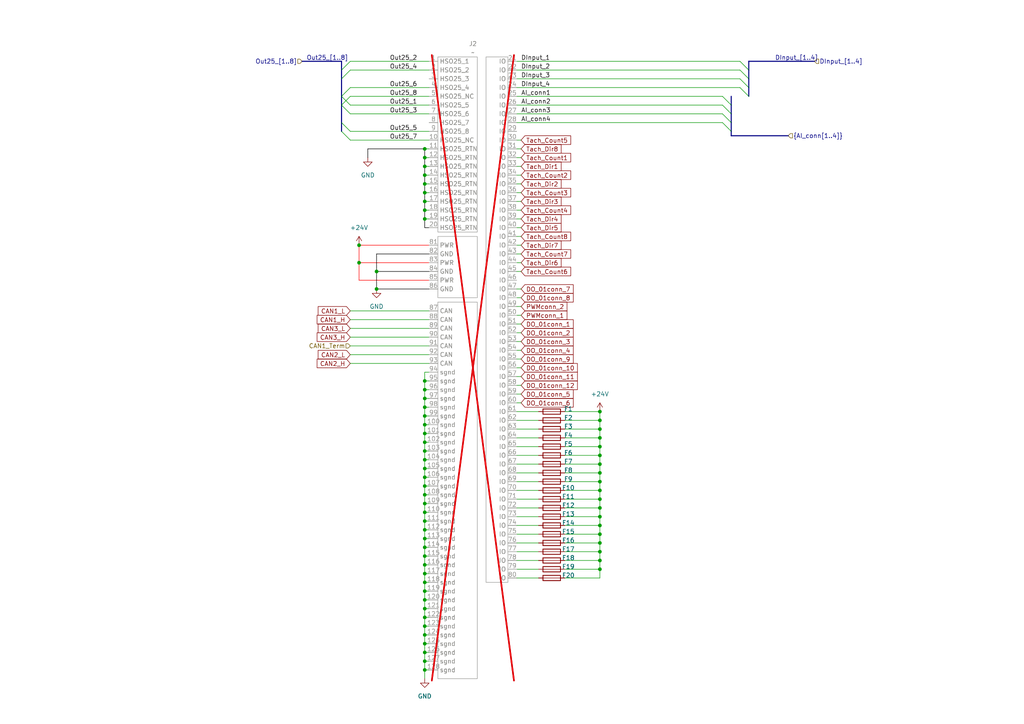
<source format=kicad_sch>
(kicad_sch
	(version 20231120)
	(generator "eeschema")
	(generator_version "8.0")
	(uuid "afd55c39-9959-4b2a-8d3a-237efebd8804")
	(paper "A4")
	(lib_symbols
		(symbol "Device:Fuse"
			(pin_numbers hide)
			(pin_names
				(offset 0)
			)
			(exclude_from_sim no)
			(in_bom yes)
			(on_board yes)
			(property "Reference" "F"
				(at 2.032 0 90)
				(effects
					(font
						(size 1.27 1.27)
					)
				)
			)
			(property "Value" "Fuse"
				(at -1.905 0 90)
				(effects
					(font
						(size 1.27 1.27)
					)
				)
			)
			(property "Footprint" ""
				(at -1.778 0 90)
				(effects
					(font
						(size 1.27 1.27)
					)
					(hide yes)
				)
			)
			(property "Datasheet" "~"
				(at 0 0 0)
				(effects
					(font
						(size 1.27 1.27)
					)
					(hide yes)
				)
			)
			(property "Description" "Fuse"
				(at 0 0 0)
				(effects
					(font
						(size 1.27 1.27)
					)
					(hide yes)
				)
			)
			(property "ki_keywords" "fuse"
				(at 0 0 0)
				(effects
					(font
						(size 1.27 1.27)
					)
					(hide yes)
				)
			)
			(property "ki_fp_filters" "*Fuse*"
				(at 0 0 0)
				(effects
					(font
						(size 1.27 1.27)
					)
					(hide yes)
				)
			)
			(symbol "Fuse_0_1"
				(rectangle
					(start -0.762 -2.54)
					(end 0.762 2.54)
					(stroke
						(width 0.254)
						(type default)
					)
					(fill
						(type none)
					)
				)
				(polyline
					(pts
						(xy 0 2.54) (xy 0 -2.54)
					)
					(stroke
						(width 0)
						(type default)
					)
					(fill
						(type none)
					)
				)
			)
			(symbol "Fuse_1_1"
				(pin passive line
					(at 0 3.81 270)
					(length 1.27)
					(name "~"
						(effects
							(font
								(size 1.27 1.27)
							)
						)
					)
					(number "1"
						(effects
							(font
								(size 1.27 1.27)
							)
						)
					)
				)
				(pin passive line
					(at 0 -3.81 90)
					(length 1.27)
					(name "~"
						(effects
							(font
								(size 1.27 1.27)
							)
						)
					)
					(number "2"
						(effects
							(font
								(size 1.27 1.27)
							)
						)
					)
				)
			)
		)
		(symbol "HyprLib:Compactus128"
			(exclude_from_sim no)
			(in_bom yes)
			(on_board yes)
			(property "Reference" "J"
				(at 0 0 0)
				(effects
					(font
						(size 1.27 1.27)
					)
				)
			)
			(property "Value" ""
				(at 0 0 0)
				(effects
					(font
						(size 1.27 1.27)
					)
				)
			)
			(property "Footprint" ""
				(at 0 0 0)
				(effects
					(font
						(size 1.27 1.27)
					)
					(hide yes)
				)
			)
			(property "Datasheet" ""
				(at 0 0 0)
				(effects
					(font
						(size 1.27 1.27)
					)
					(hide yes)
				)
			)
			(property "Description" ""
				(at 0 0 0)
				(effects
					(font
						(size 1.27 1.27)
					)
					(hide yes)
				)
			)
			(symbol "Compactus128_0_1"
				(rectangle
					(start -12.7 11.43)
					(end -1.27 -97.79)
					(stroke
						(width 0)
						(type default)
					)
					(fill
						(type none)
					)
				)
				(rectangle
					(start -12.7 30.48)
					(end -1.27 12.7)
					(stroke
						(width 0)
						(type default)
					)
					(fill
						(type none)
					)
				)
				(rectangle
					(start -12.7 82.55)
					(end -1.27 31.75)
					(stroke
						(width 0)
						(type default)
					)
					(fill
						(type none)
					)
				)
				(rectangle
					(start 1.27 82.55)
					(end 7.62 -69.85)
					(stroke
						(width 0)
						(type default)
					)
					(fill
						(type none)
					)
				)
			)
			(symbol "Compactus128_1_1"
				(pin output line
					(at -15.24 81.28 0)
					(length 2.54)
					(name "HSO25_1"
						(effects
							(font
								(size 1.27 1.27)
							)
						)
					)
					(number "1"
						(effects
							(font
								(size 1.27 1.27)
							)
						)
					)
				)
				(pin output line
					(at -15.24 58.42 0)
					(length 2.54)
					(name "HSO25_NC"
						(effects
							(font
								(size 1.27 1.27)
							)
						)
					)
					(number "10"
						(effects
							(font
								(size 1.27 1.27)
							)
						)
					)
				)
				(pin power_out line
					(at -15.24 -24.13 0)
					(length 2.54)
					(name "sgnd"
						(effects
							(font
								(size 1.27 1.27)
							)
						)
					)
					(number "100"
						(effects
							(font
								(size 1.27 1.27)
							)
						)
					)
				)
				(pin power_out line
					(at -15.24 -26.67 0)
					(length 2.54)
					(name "sgnd"
						(effects
							(font
								(size 1.27 1.27)
							)
						)
					)
					(number "101"
						(effects
							(font
								(size 1.27 1.27)
							)
						)
					)
				)
				(pin power_out line
					(at -15.24 -29.21 0)
					(length 2.54)
					(name "sgnd"
						(effects
							(font
								(size 1.27 1.27)
							)
						)
					)
					(number "102"
						(effects
							(font
								(size 1.27 1.27)
							)
						)
					)
				)
				(pin power_out line
					(at -15.24 -31.75 0)
					(length 2.54)
					(name "sgnd"
						(effects
							(font
								(size 1.27 1.27)
							)
						)
					)
					(number "103"
						(effects
							(font
								(size 1.27 1.27)
							)
						)
					)
				)
				(pin power_out line
					(at -15.24 -34.29 0)
					(length 2.54)
					(name "sgnd"
						(effects
							(font
								(size 1.27 1.27)
							)
						)
					)
					(number "104"
						(effects
							(font
								(size 1.27 1.27)
							)
						)
					)
				)
				(pin power_out line
					(at -15.24 -36.83 0)
					(length 2.54)
					(name "sgnd"
						(effects
							(font
								(size 1.27 1.27)
							)
						)
					)
					(number "105"
						(effects
							(font
								(size 1.27 1.27)
							)
						)
					)
				)
				(pin power_out line
					(at -15.24 -39.37 0)
					(length 2.54)
					(name "sgnd"
						(effects
							(font
								(size 1.27 1.27)
							)
						)
					)
					(number "106"
						(effects
							(font
								(size 1.27 1.27)
							)
						)
					)
				)
				(pin power_out line
					(at -15.24 -41.91 0)
					(length 2.54)
					(name "sgnd"
						(effects
							(font
								(size 1.27 1.27)
							)
						)
					)
					(number "107"
						(effects
							(font
								(size 1.27 1.27)
							)
						)
					)
				)
				(pin power_out line
					(at -15.24 -44.45 0)
					(length 2.54)
					(name "sgnd"
						(effects
							(font
								(size 1.27 1.27)
							)
						)
					)
					(number "108"
						(effects
							(font
								(size 1.27 1.27)
							)
						)
					)
				)
				(pin power_out line
					(at -15.24 -46.99 0)
					(length 2.54)
					(name "sgnd"
						(effects
							(font
								(size 1.27 1.27)
							)
						)
					)
					(number "109"
						(effects
							(font
								(size 1.27 1.27)
							)
						)
					)
				)
				(pin output line
					(at -15.24 55.88 0)
					(length 2.54)
					(name "HSO25_RTN"
						(effects
							(font
								(size 1.27 1.27)
							)
						)
					)
					(number "11"
						(effects
							(font
								(size 1.27 1.27)
							)
						)
					)
				)
				(pin power_out line
					(at -15.24 -49.53 0)
					(length 2.54)
					(name "sgnd"
						(effects
							(font
								(size 1.27 1.27)
							)
						)
					)
					(number "110"
						(effects
							(font
								(size 1.27 1.27)
							)
						)
					)
				)
				(pin power_out line
					(at -15.24 -52.07 0)
					(length 2.54)
					(name "sgnd"
						(effects
							(font
								(size 1.27 1.27)
							)
						)
					)
					(number "111"
						(effects
							(font
								(size 1.27 1.27)
							)
						)
					)
				)
				(pin power_out line
					(at -15.24 -54.61 0)
					(length 2.54)
					(name "sgnd"
						(effects
							(font
								(size 1.27 1.27)
							)
						)
					)
					(number "112"
						(effects
							(font
								(size 1.27 1.27)
							)
						)
					)
				)
				(pin power_out line
					(at -15.24 -57.15 0)
					(length 2.54)
					(name "sgnd"
						(effects
							(font
								(size 1.27 1.27)
							)
						)
					)
					(number "113"
						(effects
							(font
								(size 1.27 1.27)
							)
						)
					)
				)
				(pin power_out line
					(at -15.24 -59.69 0)
					(length 2.54)
					(name "sgnd"
						(effects
							(font
								(size 1.27 1.27)
							)
						)
					)
					(number "114"
						(effects
							(font
								(size 1.27 1.27)
							)
						)
					)
				)
				(pin power_out line
					(at -15.24 -62.23 0)
					(length 2.54)
					(name "sgnd"
						(effects
							(font
								(size 1.27 1.27)
							)
						)
					)
					(number "115"
						(effects
							(font
								(size 1.27 1.27)
							)
						)
					)
				)
				(pin power_out line
					(at -15.24 -64.77 0)
					(length 2.54)
					(name "sgnd"
						(effects
							(font
								(size 1.27 1.27)
							)
						)
					)
					(number "116"
						(effects
							(font
								(size 1.27 1.27)
							)
						)
					)
				)
				(pin power_out line
					(at -15.24 -67.31 0)
					(length 2.54)
					(name "sgnd"
						(effects
							(font
								(size 1.27 1.27)
							)
						)
					)
					(number "117"
						(effects
							(font
								(size 1.27 1.27)
							)
						)
					)
				)
				(pin power_out line
					(at -15.24 -69.85 0)
					(length 2.54)
					(name "sgnd"
						(effects
							(font
								(size 1.27 1.27)
							)
						)
					)
					(number "118"
						(effects
							(font
								(size 1.27 1.27)
							)
						)
					)
				)
				(pin power_out line
					(at -15.24 -72.39 0)
					(length 2.54)
					(name "sgnd"
						(effects
							(font
								(size 1.27 1.27)
							)
						)
					)
					(number "119"
						(effects
							(font
								(size 1.27 1.27)
							)
						)
					)
				)
				(pin output line
					(at -15.24 53.34 0)
					(length 2.54)
					(name "HSO25_RTN"
						(effects
							(font
								(size 1.27 1.27)
							)
						)
					)
					(number "12"
						(effects
							(font
								(size 1.27 1.27)
							)
						)
					)
				)
				(pin power_out line
					(at -15.24 -74.93 0)
					(length 2.54)
					(name "sgnd"
						(effects
							(font
								(size 1.27 1.27)
							)
						)
					)
					(number "120"
						(effects
							(font
								(size 1.27 1.27)
							)
						)
					)
				)
				(pin power_out line
					(at -15.24 -77.47 0)
					(length 2.54)
					(name "sgnd"
						(effects
							(font
								(size 1.27 1.27)
							)
						)
					)
					(number "121"
						(effects
							(font
								(size 1.27 1.27)
							)
						)
					)
				)
				(pin power_out line
					(at -15.24 -80.01 0)
					(length 2.54)
					(name "sgnd"
						(effects
							(font
								(size 1.27 1.27)
							)
						)
					)
					(number "122"
						(effects
							(font
								(size 1.27 1.27)
							)
						)
					)
				)
				(pin power_out line
					(at -15.24 -82.55 0)
					(length 2.54)
					(name "sgnd"
						(effects
							(font
								(size 1.27 1.27)
							)
						)
					)
					(number "123"
						(effects
							(font
								(size 1.27 1.27)
							)
						)
					)
				)
				(pin power_out line
					(at -15.24 -85.09 0)
					(length 2.54)
					(name "sgnd"
						(effects
							(font
								(size 1.27 1.27)
							)
						)
					)
					(number "124"
						(effects
							(font
								(size 1.27 1.27)
							)
						)
					)
				)
				(pin power_out line
					(at -15.24 -87.63 0)
					(length 2.54)
					(name "sgnd"
						(effects
							(font
								(size 1.27 1.27)
							)
						)
					)
					(number "125"
						(effects
							(font
								(size 1.27 1.27)
							)
						)
					)
				)
				(pin power_out line
					(at -15.24 -90.17 0)
					(length 2.54)
					(name "sgnd"
						(effects
							(font
								(size 1.27 1.27)
							)
						)
					)
					(number "126"
						(effects
							(font
								(size 1.27 1.27)
							)
						)
					)
				)
				(pin power_out line
					(at -15.24 -92.71 0)
					(length 2.54)
					(name "sgnd"
						(effects
							(font
								(size 1.27 1.27)
							)
						)
					)
					(number "127"
						(effects
							(font
								(size 1.27 1.27)
							)
						)
					)
				)
				(pin power_out line
					(at -15.24 -95.25 0)
					(length 2.54)
					(name "sgnd"
						(effects
							(font
								(size 1.27 1.27)
							)
						)
					)
					(number "128"
						(effects
							(font
								(size 1.27 1.27)
							)
						)
					)
				)
				(pin output line
					(at -15.24 50.8 0)
					(length 2.54)
					(name "HSO25_RTN"
						(effects
							(font
								(size 1.27 1.27)
							)
						)
					)
					(number "13"
						(effects
							(font
								(size 1.27 1.27)
							)
						)
					)
				)
				(pin output line
					(at -15.24 48.26 0)
					(length 2.54)
					(name "HSO25_RTN"
						(effects
							(font
								(size 1.27 1.27)
							)
						)
					)
					(number "14"
						(effects
							(font
								(size 1.27 1.27)
							)
						)
					)
				)
				(pin output line
					(at -15.24 45.72 0)
					(length 2.54)
					(name "HSO25_RTN"
						(effects
							(font
								(size 1.27 1.27)
							)
						)
					)
					(number "15"
						(effects
							(font
								(size 1.27 1.27)
							)
						)
					)
				)
				(pin output line
					(at -15.24 43.18 0)
					(length 2.54)
					(name "HSO25_RTN"
						(effects
							(font
								(size 1.27 1.27)
							)
						)
					)
					(number "16"
						(effects
							(font
								(size 1.27 1.27)
							)
						)
					)
				)
				(pin output line
					(at -15.24 40.64 0)
					(length 2.54)
					(name "HSO25_RTN"
						(effects
							(font
								(size 1.27 1.27)
							)
						)
					)
					(number "17"
						(effects
							(font
								(size 1.27 1.27)
							)
						)
					)
				)
				(pin output line
					(at -15.24 38.1 0)
					(length 2.54)
					(name "HSO25_RTN"
						(effects
							(font
								(size 1.27 1.27)
							)
						)
					)
					(number "18"
						(effects
							(font
								(size 1.27 1.27)
							)
						)
					)
				)
				(pin output line
					(at -15.24 35.56 0)
					(length 2.54)
					(name "HSO25_RTN"
						(effects
							(font
								(size 1.27 1.27)
							)
						)
					)
					(number "19"
						(effects
							(font
								(size 1.27 1.27)
							)
						)
					)
				)
				(pin output line
					(at -15.24 78.74 0)
					(length 2.54)
					(name "HSO25_2"
						(effects
							(font
								(size 1.27 1.27)
							)
						)
					)
					(number "2"
						(effects
							(font
								(size 1.27 1.27)
							)
						)
					)
				)
				(pin output line
					(at -15.24 33.02 0)
					(length 2.54)
					(name "HSO25_RTN"
						(effects
							(font
								(size 1.27 1.27)
							)
						)
					)
					(number "20"
						(effects
							(font
								(size 1.27 1.27)
							)
						)
					)
				)
				(pin output line
					(at 10.16 81.28 180)
					(length 2.54)
					(name "IO"
						(effects
							(font
								(size 1.27 1.27)
							)
						)
					)
					(number "21"
						(effects
							(font
								(size 1.27 1.27)
							)
						)
					)
				)
				(pin output line
					(at 10.16 78.74 180)
					(length 2.54)
					(name "IO"
						(effects
							(font
								(size 1.27 1.27)
							)
						)
					)
					(number "22"
						(effects
							(font
								(size 1.27 1.27)
							)
						)
					)
				)
				(pin output line
					(at 10.16 76.2 180)
					(length 2.54)
					(name "IO"
						(effects
							(font
								(size 1.27 1.27)
							)
						)
					)
					(number "23"
						(effects
							(font
								(size 1.27 1.27)
							)
						)
					)
				)
				(pin output line
					(at 10.16 73.66 180)
					(length 2.54)
					(name "IO"
						(effects
							(font
								(size 1.27 1.27)
							)
						)
					)
					(number "24"
						(effects
							(font
								(size 1.27 1.27)
							)
						)
					)
				)
				(pin output line
					(at 10.16 71.12 180)
					(length 2.54)
					(name "IO"
						(effects
							(font
								(size 1.27 1.27)
							)
						)
					)
					(number "25"
						(effects
							(font
								(size 1.27 1.27)
							)
						)
					)
				)
				(pin output line
					(at 10.16 68.58 180)
					(length 2.54)
					(name "IO"
						(effects
							(font
								(size 1.27 1.27)
							)
						)
					)
					(number "26"
						(effects
							(font
								(size 1.27 1.27)
							)
						)
					)
				)
				(pin output line
					(at 10.16 66.04 180)
					(length 2.54)
					(name "IO"
						(effects
							(font
								(size 1.27 1.27)
							)
						)
					)
					(number "27"
						(effects
							(font
								(size 1.27 1.27)
							)
						)
					)
				)
				(pin output line
					(at 10.16 63.5 180)
					(length 2.54)
					(name "IO"
						(effects
							(font
								(size 1.27 1.27)
							)
						)
					)
					(number "28"
						(effects
							(font
								(size 1.27 1.27)
							)
						)
					)
				)
				(pin output line
					(at 10.16 60.96 180)
					(length 2.54)
					(name "IO"
						(effects
							(font
								(size 1.27 1.27)
							)
						)
					)
					(number "29"
						(effects
							(font
								(size 1.27 1.27)
							)
						)
					)
				)
				(pin output line
					(at -15.24 76.2 0)
					(length 2.54)
					(name "HSO25_3"
						(effects
							(font
								(size 1.27 1.27)
							)
						)
					)
					(number "3"
						(effects
							(font
								(size 1.27 1.27)
							)
						)
					)
				)
				(pin output line
					(at 10.16 58.42 180)
					(length 2.54)
					(name "IO"
						(effects
							(font
								(size 1.27 1.27)
							)
						)
					)
					(number "30"
						(effects
							(font
								(size 1.27 1.27)
							)
						)
					)
				)
				(pin output line
					(at 10.16 55.88 180)
					(length 2.54)
					(name "IO"
						(effects
							(font
								(size 1.27 1.27)
							)
						)
					)
					(number "31"
						(effects
							(font
								(size 1.27 1.27)
							)
						)
					)
				)
				(pin output line
					(at 10.16 53.34 180)
					(length 2.54)
					(name "IO"
						(effects
							(font
								(size 1.27 1.27)
							)
						)
					)
					(number "32"
						(effects
							(font
								(size 1.27 1.27)
							)
						)
					)
				)
				(pin output line
					(at 10.16 50.8 180)
					(length 2.54)
					(name "IO"
						(effects
							(font
								(size 1.27 1.27)
							)
						)
					)
					(number "33"
						(effects
							(font
								(size 1.27 1.27)
							)
						)
					)
				)
				(pin output line
					(at 10.16 48.26 180)
					(length 2.54)
					(name "IO"
						(effects
							(font
								(size 1.27 1.27)
							)
						)
					)
					(number "34"
						(effects
							(font
								(size 1.27 1.27)
							)
						)
					)
				)
				(pin output line
					(at 10.16 45.72 180)
					(length 2.54)
					(name "IO"
						(effects
							(font
								(size 1.27 1.27)
							)
						)
					)
					(number "35"
						(effects
							(font
								(size 1.27 1.27)
							)
						)
					)
				)
				(pin output line
					(at 10.16 43.18 180)
					(length 2.54)
					(name "IO"
						(effects
							(font
								(size 1.27 1.27)
							)
						)
					)
					(number "36"
						(effects
							(font
								(size 1.27 1.27)
							)
						)
					)
				)
				(pin output line
					(at 10.16 40.64 180)
					(length 2.54)
					(name "IO"
						(effects
							(font
								(size 1.27 1.27)
							)
						)
					)
					(number "37"
						(effects
							(font
								(size 1.27 1.27)
							)
						)
					)
				)
				(pin output line
					(at 10.16 38.1 180)
					(length 2.54)
					(name "IO"
						(effects
							(font
								(size 1.27 1.27)
							)
						)
					)
					(number "38"
						(effects
							(font
								(size 1.27 1.27)
							)
						)
					)
				)
				(pin output line
					(at 10.16 35.56 180)
					(length 2.54)
					(name "IO"
						(effects
							(font
								(size 1.27 1.27)
							)
						)
					)
					(number "39"
						(effects
							(font
								(size 1.27 1.27)
							)
						)
					)
				)
				(pin output line
					(at -15.24 73.66 0)
					(length 2.54)
					(name "HSO25_4"
						(effects
							(font
								(size 1.27 1.27)
							)
						)
					)
					(number "4"
						(effects
							(font
								(size 1.27 1.27)
							)
						)
					)
				)
				(pin output line
					(at 10.16 33.02 180)
					(length 2.54)
					(name "IO"
						(effects
							(font
								(size 1.27 1.27)
							)
						)
					)
					(number "40"
						(effects
							(font
								(size 1.27 1.27)
							)
						)
					)
				)
				(pin output line
					(at 10.16 30.48 180)
					(length 2.54)
					(name "IO"
						(effects
							(font
								(size 1.27 1.27)
							)
						)
					)
					(number "41"
						(effects
							(font
								(size 1.27 1.27)
							)
						)
					)
				)
				(pin output line
					(at 10.16 27.94 180)
					(length 2.54)
					(name "IO"
						(effects
							(font
								(size 1.27 1.27)
							)
						)
					)
					(number "42"
						(effects
							(font
								(size 1.27 1.27)
							)
						)
					)
				)
				(pin output line
					(at 10.16 25.4 180)
					(length 2.54)
					(name "IO"
						(effects
							(font
								(size 1.27 1.27)
							)
						)
					)
					(number "43"
						(effects
							(font
								(size 1.27 1.27)
							)
						)
					)
				)
				(pin output line
					(at 10.16 22.86 180)
					(length 2.54)
					(name "IO"
						(effects
							(font
								(size 1.27 1.27)
							)
						)
					)
					(number "44"
						(effects
							(font
								(size 1.27 1.27)
							)
						)
					)
				)
				(pin output line
					(at 10.16 20.32 180)
					(length 2.54)
					(name "IO"
						(effects
							(font
								(size 1.27 1.27)
							)
						)
					)
					(number "45"
						(effects
							(font
								(size 1.27 1.27)
							)
						)
					)
				)
				(pin output line
					(at 10.16 17.78 180)
					(length 2.54)
					(name "IO"
						(effects
							(font
								(size 1.27 1.27)
							)
						)
					)
					(number "46"
						(effects
							(font
								(size 1.27 1.27)
							)
						)
					)
				)
				(pin output line
					(at 10.16 15.24 180)
					(length 2.54)
					(name "IO"
						(effects
							(font
								(size 1.27 1.27)
							)
						)
					)
					(number "47"
						(effects
							(font
								(size 1.27 1.27)
							)
						)
					)
				)
				(pin output line
					(at 10.16 12.7 180)
					(length 2.54)
					(name "IO"
						(effects
							(font
								(size 1.27 1.27)
							)
						)
					)
					(number "48"
						(effects
							(font
								(size 1.27 1.27)
							)
						)
					)
				)
				(pin output line
					(at 10.16 10.16 180)
					(length 2.54)
					(name "IO"
						(effects
							(font
								(size 1.27 1.27)
							)
						)
					)
					(number "49"
						(effects
							(font
								(size 1.27 1.27)
							)
						)
					)
				)
				(pin output line
					(at -15.24 71.12 0)
					(length 2.54)
					(name "HSO25_NC"
						(effects
							(font
								(size 1.27 1.27)
							)
						)
					)
					(number "5"
						(effects
							(font
								(size 1.27 1.27)
							)
						)
					)
				)
				(pin output line
					(at 10.16 7.62 180)
					(length 2.54)
					(name "IO"
						(effects
							(font
								(size 1.27 1.27)
							)
						)
					)
					(number "50"
						(effects
							(font
								(size 1.27 1.27)
							)
						)
					)
				)
				(pin output line
					(at 10.16 5.08 180)
					(length 2.54)
					(name "IO"
						(effects
							(font
								(size 1.27 1.27)
							)
						)
					)
					(number "51"
						(effects
							(font
								(size 1.27 1.27)
							)
						)
					)
				)
				(pin output line
					(at 10.16 2.54 180)
					(length 2.54)
					(name "IO"
						(effects
							(font
								(size 1.27 1.27)
							)
						)
					)
					(number "52"
						(effects
							(font
								(size 1.27 1.27)
							)
						)
					)
				)
				(pin output line
					(at 10.16 0 180)
					(length 2.54)
					(name "IO"
						(effects
							(font
								(size 1.27 1.27)
							)
						)
					)
					(number "53"
						(effects
							(font
								(size 1.27 1.27)
							)
						)
					)
				)
				(pin output line
					(at 10.16 -2.54 180)
					(length 2.54)
					(name "IO"
						(effects
							(font
								(size 1.27 1.27)
							)
						)
					)
					(number "54"
						(effects
							(font
								(size 1.27 1.27)
							)
						)
					)
				)
				(pin output line
					(at 10.16 -5.08 180)
					(length 2.54)
					(name "IO"
						(effects
							(font
								(size 1.27 1.27)
							)
						)
					)
					(number "55"
						(effects
							(font
								(size 1.27 1.27)
							)
						)
					)
				)
				(pin output line
					(at 10.16 -7.62 180)
					(length 2.54)
					(name "IO"
						(effects
							(font
								(size 1.27 1.27)
							)
						)
					)
					(number "56"
						(effects
							(font
								(size 1.27 1.27)
							)
						)
					)
				)
				(pin output line
					(at 10.16 -10.16 180)
					(length 2.54)
					(name "IO"
						(effects
							(font
								(size 1.27 1.27)
							)
						)
					)
					(number "57"
						(effects
							(font
								(size 1.27 1.27)
							)
						)
					)
				)
				(pin output line
					(at 10.16 -12.7 180)
					(length 2.54)
					(name "IO"
						(effects
							(font
								(size 1.27 1.27)
							)
						)
					)
					(number "58"
						(effects
							(font
								(size 1.27 1.27)
							)
						)
					)
				)
				(pin output line
					(at 10.16 -15.24 180)
					(length 2.54)
					(name "IO"
						(effects
							(font
								(size 1.27 1.27)
							)
						)
					)
					(number "59"
						(effects
							(font
								(size 1.27 1.27)
							)
						)
					)
				)
				(pin output line
					(at -15.24 68.58 0)
					(length 2.54)
					(name "HSO25_5"
						(effects
							(font
								(size 1.27 1.27)
							)
						)
					)
					(number "6"
						(effects
							(font
								(size 1.27 1.27)
							)
						)
					)
				)
				(pin output line
					(at 10.16 -17.78 180)
					(length 2.54)
					(name "IO"
						(effects
							(font
								(size 1.27 1.27)
							)
						)
					)
					(number "60"
						(effects
							(font
								(size 1.27 1.27)
							)
						)
					)
				)
				(pin output line
					(at 10.16 -20.32 180)
					(length 2.54)
					(name "IO"
						(effects
							(font
								(size 1.27 1.27)
							)
						)
					)
					(number "61"
						(effects
							(font
								(size 1.27 1.27)
							)
						)
					)
				)
				(pin output line
					(at 10.16 -22.86 180)
					(length 2.54)
					(name "IO"
						(effects
							(font
								(size 1.27 1.27)
							)
						)
					)
					(number "62"
						(effects
							(font
								(size 1.27 1.27)
							)
						)
					)
				)
				(pin output line
					(at 10.16 -25.4 180)
					(length 2.54)
					(name "IO"
						(effects
							(font
								(size 1.27 1.27)
							)
						)
					)
					(number "63"
						(effects
							(font
								(size 1.27 1.27)
							)
						)
					)
				)
				(pin output line
					(at 10.16 -27.94 180)
					(length 2.54)
					(name "IO"
						(effects
							(font
								(size 1.27 1.27)
							)
						)
					)
					(number "64"
						(effects
							(font
								(size 1.27 1.27)
							)
						)
					)
				)
				(pin output line
					(at 10.16 -30.48 180)
					(length 2.54)
					(name "IO"
						(effects
							(font
								(size 1.27 1.27)
							)
						)
					)
					(number "65"
						(effects
							(font
								(size 1.27 1.27)
							)
						)
					)
				)
				(pin output line
					(at 10.16 -33.02 180)
					(length 2.54)
					(name "IO"
						(effects
							(font
								(size 1.27 1.27)
							)
						)
					)
					(number "66"
						(effects
							(font
								(size 1.27 1.27)
							)
						)
					)
				)
				(pin output line
					(at 10.16 -35.56 180)
					(length 2.54)
					(name "IO"
						(effects
							(font
								(size 1.27 1.27)
							)
						)
					)
					(number "67"
						(effects
							(font
								(size 1.27 1.27)
							)
						)
					)
				)
				(pin output line
					(at 10.16 -38.1 180)
					(length 2.54)
					(name "IO"
						(effects
							(font
								(size 1.27 1.27)
							)
						)
					)
					(number "68"
						(effects
							(font
								(size 1.27 1.27)
							)
						)
					)
				)
				(pin output line
					(at 10.16 -40.64 180)
					(length 2.54)
					(name "IO"
						(effects
							(font
								(size 1.27 1.27)
							)
						)
					)
					(number "69"
						(effects
							(font
								(size 1.27 1.27)
							)
						)
					)
				)
				(pin output line
					(at -15.24 66.04 0)
					(length 2.54)
					(name "HSO25_6"
						(effects
							(font
								(size 1.27 1.27)
							)
						)
					)
					(number "7"
						(effects
							(font
								(size 1.27 1.27)
							)
						)
					)
				)
				(pin output line
					(at 10.16 -43.18 180)
					(length 2.54)
					(name "IO"
						(effects
							(font
								(size 1.27 1.27)
							)
						)
					)
					(number "70"
						(effects
							(font
								(size 1.27 1.27)
							)
						)
					)
				)
				(pin output line
					(at 10.16 -45.72 180)
					(length 2.54)
					(name "IO"
						(effects
							(font
								(size 1.27 1.27)
							)
						)
					)
					(number "71"
						(effects
							(font
								(size 1.27 1.27)
							)
						)
					)
				)
				(pin output line
					(at 10.16 -48.26 180)
					(length 2.54)
					(name "IO"
						(effects
							(font
								(size 1.27 1.27)
							)
						)
					)
					(number "72"
						(effects
							(font
								(size 1.27 1.27)
							)
						)
					)
				)
				(pin output line
					(at 10.16 -50.8 180)
					(length 2.54)
					(name "IO"
						(effects
							(font
								(size 1.27 1.27)
							)
						)
					)
					(number "73"
						(effects
							(font
								(size 1.27 1.27)
							)
						)
					)
				)
				(pin output line
					(at 10.16 -53.34 180)
					(length 2.54)
					(name "IO"
						(effects
							(font
								(size 1.27 1.27)
							)
						)
					)
					(number "74"
						(effects
							(font
								(size 1.27 1.27)
							)
						)
					)
				)
				(pin output line
					(at 10.16 -55.88 180)
					(length 2.54)
					(name "IO"
						(effects
							(font
								(size 1.27 1.27)
							)
						)
					)
					(number "75"
						(effects
							(font
								(size 1.27 1.27)
							)
						)
					)
				)
				(pin output line
					(at 10.16 -58.42 180)
					(length 2.54)
					(name "IO"
						(effects
							(font
								(size 1.27 1.27)
							)
						)
					)
					(number "76"
						(effects
							(font
								(size 1.27 1.27)
							)
						)
					)
				)
				(pin output line
					(at 10.16 -60.96 180)
					(length 2.54)
					(name "IO"
						(effects
							(font
								(size 1.27 1.27)
							)
						)
					)
					(number "77"
						(effects
							(font
								(size 1.27 1.27)
							)
						)
					)
				)
				(pin output line
					(at 10.16 -63.5 180)
					(length 2.54)
					(name "IO"
						(effects
							(font
								(size 1.27 1.27)
							)
						)
					)
					(number "78"
						(effects
							(font
								(size 1.27 1.27)
							)
						)
					)
				)
				(pin output line
					(at 10.16 -66.04 180)
					(length 2.54)
					(name "IO"
						(effects
							(font
								(size 1.27 1.27)
							)
						)
					)
					(number "79"
						(effects
							(font
								(size 1.27 1.27)
							)
						)
					)
				)
				(pin output line
					(at -15.24 63.5 0)
					(length 2.54)
					(name "HSO25_7"
						(effects
							(font
								(size 1.27 1.27)
							)
						)
					)
					(number "8"
						(effects
							(font
								(size 1.27 1.27)
							)
						)
					)
				)
				(pin output line
					(at 10.16 -68.58 180)
					(length 2.54)
					(name "IO"
						(effects
							(font
								(size 1.27 1.27)
							)
						)
					)
					(number "80"
						(effects
							(font
								(size 1.27 1.27)
							)
						)
					)
				)
				(pin power_in line
					(at -15.24 27.94 0)
					(length 2.54)
					(name "PWR"
						(effects
							(font
								(size 1.27 1.27)
							)
						)
					)
					(number "81"
						(effects
							(font
								(size 1.27 1.27)
							)
						)
					)
				)
				(pin power_in line
					(at -15.24 25.4 0)
					(length 2.54)
					(name "GND"
						(effects
							(font
								(size 1.27 1.27)
							)
						)
					)
					(number "82"
						(effects
							(font
								(size 1.27 1.27)
							)
						)
					)
				)
				(pin power_in line
					(at -15.24 22.86 0)
					(length 2.54)
					(name "PWR"
						(effects
							(font
								(size 1.27 1.27)
							)
						)
					)
					(number "83"
						(effects
							(font
								(size 1.27 1.27)
							)
						)
					)
				)
				(pin power_in line
					(at -15.24 20.32 0)
					(length 2.54)
					(name "GND"
						(effects
							(font
								(size 1.27 1.27)
							)
						)
					)
					(number "84"
						(effects
							(font
								(size 1.27 1.27)
							)
						)
					)
				)
				(pin power_in line
					(at -15.24 17.78 0)
					(length 2.54)
					(name "PWR"
						(effects
							(font
								(size 1.27 1.27)
							)
						)
					)
					(number "85"
						(effects
							(font
								(size 1.27 1.27)
							)
						)
					)
				)
				(pin power_in line
					(at -15.24 15.24 0)
					(length 2.54)
					(name "GND"
						(effects
							(font
								(size 1.27 1.27)
							)
						)
					)
					(number "86"
						(effects
							(font
								(size 1.27 1.27)
							)
						)
					)
				)
				(pin bidirectional line
					(at -15.24 8.89 0)
					(length 2.54)
					(name "CAN"
						(effects
							(font
								(size 1.27 1.27)
							)
						)
					)
					(number "87"
						(effects
							(font
								(size 1.27 1.27)
							)
						)
					)
				)
				(pin bidirectional line
					(at -15.24 6.35 0)
					(length 2.54)
					(name "CAN"
						(effects
							(font
								(size 1.27 1.27)
							)
						)
					)
					(number "88"
						(effects
							(font
								(size 1.27 1.27)
							)
						)
					)
				)
				(pin bidirectional line
					(at -15.24 3.81 0)
					(length 2.54)
					(name "CAN"
						(effects
							(font
								(size 1.27 1.27)
							)
						)
					)
					(number "89"
						(effects
							(font
								(size 1.27 1.27)
							)
						)
					)
				)
				(pin output line
					(at -15.24 60.96 0)
					(length 2.54)
					(name "HSO25_8"
						(effects
							(font
								(size 1.27 1.27)
							)
						)
					)
					(number "9"
						(effects
							(font
								(size 1.27 1.27)
							)
						)
					)
				)
				(pin bidirectional line
					(at -15.24 1.27 0)
					(length 2.54)
					(name "CAN"
						(effects
							(font
								(size 1.27 1.27)
							)
						)
					)
					(number "90"
						(effects
							(font
								(size 1.27 1.27)
							)
						)
					)
				)
				(pin bidirectional line
					(at -15.24 -1.27 0)
					(length 2.54)
					(name "CAN"
						(effects
							(font
								(size 1.27 1.27)
							)
						)
					)
					(number "91"
						(effects
							(font
								(size 1.27 1.27)
							)
						)
					)
				)
				(pin bidirectional line
					(at -15.24 -3.81 0)
					(length 2.54)
					(name "CAN"
						(effects
							(font
								(size 1.27 1.27)
							)
						)
					)
					(number "92"
						(effects
							(font
								(size 1.27 1.27)
							)
						)
					)
				)
				(pin bidirectional line
					(at -15.24 -6.35 0)
					(length 2.54)
					(name "CAN"
						(effects
							(font
								(size 1.27 1.27)
							)
						)
					)
					(number "93"
						(effects
							(font
								(size 1.27 1.27)
							)
						)
					)
				)
				(pin power_out line
					(at -15.24 -8.89 0)
					(length 2.54)
					(name "sgnd"
						(effects
							(font
								(size 1.27 1.27)
							)
						)
					)
					(number "94"
						(effects
							(font
								(size 1.27 1.27)
							)
						)
					)
				)
				(pin power_out line
					(at -15.24 -11.43 0)
					(length 2.54)
					(name "sgnd"
						(effects
							(font
								(size 1.27 1.27)
							)
						)
					)
					(number "95"
						(effects
							(font
								(size 1.27 1.27)
							)
						)
					)
				)
				(pin power_out line
					(at -15.24 -13.97 0)
					(length 2.54)
					(name "sgnd"
						(effects
							(font
								(size 1.27 1.27)
							)
						)
					)
					(number "96"
						(effects
							(font
								(size 1.27 1.27)
							)
						)
					)
				)
				(pin power_out line
					(at -15.24 -16.51 0)
					(length 2.54)
					(name "sgnd"
						(effects
							(font
								(size 1.27 1.27)
							)
						)
					)
					(number "97"
						(effects
							(font
								(size 1.27 1.27)
							)
						)
					)
				)
				(pin power_out line
					(at -15.24 -19.05 0)
					(length 2.54)
					(name "sgnd"
						(effects
							(font
								(size 1.27 1.27)
							)
						)
					)
					(number "98"
						(effects
							(font
								(size 1.27 1.27)
							)
						)
					)
				)
				(pin power_out line
					(at -15.24 -21.59 0)
					(length 2.54)
					(name "sgnd"
						(effects
							(font
								(size 1.27 1.27)
							)
						)
					)
					(number "99"
						(effects
							(font
								(size 1.27 1.27)
							)
						)
					)
				)
			)
		)
		(symbol "power:+24V"
			(power)
			(pin_numbers hide)
			(pin_names
				(offset 0) hide)
			(exclude_from_sim no)
			(in_bom yes)
			(on_board yes)
			(property "Reference" "#PWR"
				(at 0 -3.81 0)
				(effects
					(font
						(size 1.27 1.27)
					)
					(hide yes)
				)
			)
			(property "Value" "+24V"
				(at 0 3.556 0)
				(effects
					(font
						(size 1.27 1.27)
					)
				)
			)
			(property "Footprint" ""
				(at 0 0 0)
				(effects
					(font
						(size 1.27 1.27)
					)
					(hide yes)
				)
			)
			(property "Datasheet" ""
				(at 0 0 0)
				(effects
					(font
						(size 1.27 1.27)
					)
					(hide yes)
				)
			)
			(property "Description" "Power symbol creates a global label with name \"+24V\""
				(at 0 0 0)
				(effects
					(font
						(size 1.27 1.27)
					)
					(hide yes)
				)
			)
			(property "ki_keywords" "global power"
				(at 0 0 0)
				(effects
					(font
						(size 1.27 1.27)
					)
					(hide yes)
				)
			)
			(symbol "+24V_0_1"
				(polyline
					(pts
						(xy -0.762 1.27) (xy 0 2.54)
					)
					(stroke
						(width 0)
						(type default)
					)
					(fill
						(type none)
					)
				)
				(polyline
					(pts
						(xy 0 0) (xy 0 2.54)
					)
					(stroke
						(width 0)
						(type default)
					)
					(fill
						(type none)
					)
				)
				(polyline
					(pts
						(xy 0 2.54) (xy 0.762 1.27)
					)
					(stroke
						(width 0)
						(type default)
					)
					(fill
						(type none)
					)
				)
			)
			(symbol "+24V_1_1"
				(pin power_in line
					(at 0 0 90)
					(length 0)
					(name "~"
						(effects
							(font
								(size 1.27 1.27)
							)
						)
					)
					(number "1"
						(effects
							(font
								(size 1.27 1.27)
							)
						)
					)
				)
			)
		)
		(symbol "power:GND"
			(power)
			(pin_numbers hide)
			(pin_names
				(offset 0) hide)
			(exclude_from_sim no)
			(in_bom yes)
			(on_board yes)
			(property "Reference" "#PWR"
				(at 0 -6.35 0)
				(effects
					(font
						(size 1.27 1.27)
					)
					(hide yes)
				)
			)
			(property "Value" "GND"
				(at 0 -3.81 0)
				(effects
					(font
						(size 1.27 1.27)
					)
				)
			)
			(property "Footprint" ""
				(at 0 0 0)
				(effects
					(font
						(size 1.27 1.27)
					)
					(hide yes)
				)
			)
			(property "Datasheet" ""
				(at 0 0 0)
				(effects
					(font
						(size 1.27 1.27)
					)
					(hide yes)
				)
			)
			(property "Description" "Power symbol creates a global label with name \"GND\" , ground"
				(at 0 0 0)
				(effects
					(font
						(size 1.27 1.27)
					)
					(hide yes)
				)
			)
			(property "ki_keywords" "global power"
				(at 0 0 0)
				(effects
					(font
						(size 1.27 1.27)
					)
					(hide yes)
				)
			)
			(symbol "GND_0_1"
				(polyline
					(pts
						(xy 0 0) (xy 0 -1.27) (xy 1.27 -1.27) (xy 0 -2.54) (xy -1.27 -1.27) (xy 0 -1.27)
					)
					(stroke
						(width 0)
						(type default)
					)
					(fill
						(type none)
					)
				)
			)
			(symbol "GND_1_1"
				(pin power_in line
					(at 0 0 270)
					(length 0)
					(name "~"
						(effects
							(font
								(size 1.27 1.27)
							)
						)
					)
					(number "1"
						(effects
							(font
								(size 1.27 1.27)
							)
						)
					)
				)
			)
		)
	)
	(junction
		(at 123.19 45.72)
		(diameter 0)
		(color 0 0 0 0)
		(uuid "02e8620c-4226-4c28-9f5b-ba0349bac0aa")
	)
	(junction
		(at 123.19 168.91)
		(diameter 0)
		(color 0 0 0 0)
		(uuid "0853a219-32fd-4720-b45a-e7b50fde461b")
	)
	(junction
		(at 173.99 124.46)
		(diameter 0)
		(color 0 0 0 0)
		(uuid "0c3d88a9-533a-4a57-b5e0-2afcbba4c354")
	)
	(junction
		(at 123.19 48.26)
		(diameter 0)
		(color 0 0 0 0)
		(uuid "11a51248-370a-44c1-9e09-f27a998a53ec")
	)
	(junction
		(at 173.99 149.86)
		(diameter 0)
		(color 0 0 0 0)
		(uuid "1d41e032-a3c4-47db-8345-b2a9ea27064b")
	)
	(junction
		(at 123.19 151.13)
		(diameter 0)
		(color 0 0 0 0)
		(uuid "21ef4672-94dd-4ab1-b68d-1c103ce3e9c9")
	)
	(junction
		(at 123.19 146.05)
		(diameter 0)
		(color 0 0 0 0)
		(uuid "231dbde3-7aaf-427f-9bd7-ff2f0790a578")
	)
	(junction
		(at 123.19 158.75)
		(diameter 0)
		(color 0 0 0 0)
		(uuid "255f4118-f25f-42d3-a9ce-8142ff4577f1")
	)
	(junction
		(at 173.99 139.7)
		(diameter 0)
		(color 0 0 0 0)
		(uuid "2954a37e-5d11-47b4-bcff-a7c8a48be947")
	)
	(junction
		(at 123.19 143.51)
		(diameter 0)
		(color 0 0 0 0)
		(uuid "29cb94ca-d6eb-4c99-9bce-94c2b76942ac")
	)
	(junction
		(at 123.19 133.35)
		(diameter 0)
		(color 0 0 0 0)
		(uuid "2b92b67d-0ad1-42cd-9ead-2a2cfbf7f74d")
	)
	(junction
		(at 109.22 83.82)
		(diameter 0)
		(color 0 0 0 0)
		(uuid "2ba7248b-1e1e-4cc9-ab43-a8bd5355e9a2")
	)
	(junction
		(at 123.19 58.42)
		(diameter 0)
		(color 0 0 0 0)
		(uuid "31577fe8-6391-4608-a684-1b20ddfe89ba")
	)
	(junction
		(at 173.99 134.62)
		(diameter 0)
		(color 0 0 0 0)
		(uuid "34bca756-1599-42f7-8def-74d7bdaf401a")
	)
	(junction
		(at 123.19 130.81)
		(diameter 0)
		(color 0 0 0 0)
		(uuid "3dd24838-6ddd-4377-9225-77cca96d6ba4")
	)
	(junction
		(at 123.19 125.73)
		(diameter 0)
		(color 0 0 0 0)
		(uuid "41d0aba0-b4aa-4666-a3bd-bd089685969d")
	)
	(junction
		(at 123.19 194.31)
		(diameter 0)
		(color 0 0 0 0)
		(uuid "423fd607-705e-4a93-99a0-f9311cb58ad2")
	)
	(junction
		(at 173.99 142.24)
		(diameter 0)
		(color 0 0 0 0)
		(uuid "4a8a5ebb-b5fa-4605-a4c3-f871ea5ea273")
	)
	(junction
		(at 123.19 181.61)
		(diameter 0)
		(color 0 0 0 0)
		(uuid "4bd391c7-ca64-47ca-8c7f-d37efba3932e")
	)
	(junction
		(at 123.19 189.23)
		(diameter 0)
		(color 0 0 0 0)
		(uuid "4e0e3dc7-882c-4bcb-bff6-851a255d1fa3")
	)
	(junction
		(at 173.99 152.4)
		(diameter 0)
		(color 0 0 0 0)
		(uuid "4ee84054-6451-4868-b760-ccff2695de6b")
	)
	(junction
		(at 123.19 166.37)
		(diameter 0)
		(color 0 0 0 0)
		(uuid "50ff484c-1489-40c5-bc60-f3362cdae712")
	)
	(junction
		(at 123.19 156.21)
		(diameter 0)
		(color 0 0 0 0)
		(uuid "58dc1688-9097-40b3-b09e-0581c1fb94b0")
	)
	(junction
		(at 123.19 191.77)
		(diameter 0)
		(color 0 0 0 0)
		(uuid "59f2928c-b2e4-48ab-b18e-d3e949fa66ed")
	)
	(junction
		(at 173.99 154.94)
		(diameter 0)
		(color 0 0 0 0)
		(uuid "5d757ea0-1e89-4a98-b94e-dfba52a6ce02")
	)
	(junction
		(at 123.19 110.49)
		(diameter 0)
		(color 0 0 0 0)
		(uuid "5e2da135-d426-45df-a10e-a9f5e45d138c")
	)
	(junction
		(at 123.19 123.19)
		(diameter 0)
		(color 0 0 0 0)
		(uuid "6287df5f-6e26-4054-95ba-e7e00633febc")
	)
	(junction
		(at 123.19 120.65)
		(diameter 0)
		(color 0 0 0 0)
		(uuid "65a339ec-77b9-4eb4-8c85-63e8a163bc79")
	)
	(junction
		(at 123.19 50.8)
		(diameter 0)
		(color 0 0 0 0)
		(uuid "68d6140e-7b05-473d-8a79-2658747ffa72")
	)
	(junction
		(at 123.19 161.29)
		(diameter 0)
		(color 0 0 0 0)
		(uuid "6b6f3438-da99-4b34-930c-a0af32a33fc9")
	)
	(junction
		(at 123.19 118.11)
		(diameter 0)
		(color 0 0 0 0)
		(uuid "6c974be9-4ca9-40bb-81f1-8e2c495b856e")
	)
	(junction
		(at 104.14 76.2)
		(diameter 0)
		(color 0 0 0 0)
		(uuid "6d506c64-0f50-49f1-85af-e9b7b97d093b")
	)
	(junction
		(at 173.99 121.92)
		(diameter 0)
		(color 0 0 0 0)
		(uuid "7d6d0010-423d-4296-a9c4-1b291b2e0d35")
	)
	(junction
		(at 123.19 43.18)
		(diameter 0)
		(color 0 0 0 0)
		(uuid "7f892c3a-c2ee-46df-aa31-3e3ccda88611")
	)
	(junction
		(at 123.19 113.03)
		(diameter 0)
		(color 0 0 0 0)
		(uuid "7ffe8f9d-5b9b-4dc2-81fa-6dfc3440f48b")
	)
	(junction
		(at 123.19 171.45)
		(diameter 0)
		(color 0 0 0 0)
		(uuid "88bc615e-83ee-4ac1-9dd5-ca73a0cae859")
	)
	(junction
		(at 123.19 55.88)
		(diameter 0)
		(color 0 0 0 0)
		(uuid "89f4c1b1-c863-4b0e-919c-8b33b3295e7b")
	)
	(junction
		(at 123.19 153.67)
		(diameter 0)
		(color 0 0 0 0)
		(uuid "90ee70a5-764a-4a8d-bff2-d1a7f5f40dbf")
	)
	(junction
		(at 123.19 135.89)
		(diameter 0)
		(color 0 0 0 0)
		(uuid "91ce5303-1d87-4dfb-9884-82560116c2b1")
	)
	(junction
		(at 173.99 127)
		(diameter 0)
		(color 0 0 0 0)
		(uuid "9424c452-220b-41d4-93ae-065494ef9c4c")
	)
	(junction
		(at 173.99 160.02)
		(diameter 0)
		(color 0 0 0 0)
		(uuid "97d59a97-0165-4991-8236-f3131c07abc7")
	)
	(junction
		(at 123.19 60.96)
		(diameter 0)
		(color 0 0 0 0)
		(uuid "99ef1916-66a2-473f-9bc3-ec0816e4a5d3")
	)
	(junction
		(at 173.99 157.48)
		(diameter 0)
		(color 0 0 0 0)
		(uuid "9b7ce909-7cb6-44a9-acad-d399c772db0d")
	)
	(junction
		(at 123.19 173.99)
		(diameter 0)
		(color 0 0 0 0)
		(uuid "9d3d12b1-5428-4fb1-a044-1cb1a1d48926")
	)
	(junction
		(at 123.19 115.57)
		(diameter 0)
		(color 0 0 0 0)
		(uuid "a182fbb0-6933-4d23-bcfe-599c96e709ff")
	)
	(junction
		(at 123.19 184.15)
		(diameter 0)
		(color 0 0 0 0)
		(uuid "a7431872-aa78-4f5d-b15b-741774397e38")
	)
	(junction
		(at 123.19 148.59)
		(diameter 0)
		(color 0 0 0 0)
		(uuid "aa55efa5-be4d-47f8-bee5-4469fa1bf42c")
	)
	(junction
		(at 173.99 129.54)
		(diameter 0)
		(color 0 0 0 0)
		(uuid "abf73764-8f91-4206-bd8b-44caeb57248e")
	)
	(junction
		(at 173.99 119.38)
		(diameter 0)
		(color 0 0 0 0)
		(uuid "b53068fb-00bf-4a3a-8778-3f53c4cb2b14")
	)
	(junction
		(at 123.19 140.97)
		(diameter 0)
		(color 0 0 0 0)
		(uuid "b538c874-3638-40bd-9881-1e718173ffc8")
	)
	(junction
		(at 123.19 176.53)
		(diameter 0)
		(color 0 0 0 0)
		(uuid "b5dac277-6dca-429a-917a-44c850cfbf85")
	)
	(junction
		(at 123.19 138.43)
		(diameter 0)
		(color 0 0 0 0)
		(uuid "b7a45e3a-388f-44d0-b6f1-7b0aabc6affc")
	)
	(junction
		(at 123.19 186.69)
		(diameter 0)
		(color 0 0 0 0)
		(uuid "baa41f0e-e80d-4a79-8a00-efb06677b062")
	)
	(junction
		(at 173.99 137.16)
		(diameter 0)
		(color 0 0 0 0)
		(uuid "c536f09e-c038-4880-a2af-009c3a94dece")
	)
	(junction
		(at 123.19 179.07)
		(diameter 0)
		(color 0 0 0 0)
		(uuid "c645091c-ac95-4f6e-af9e-1d74781b1afc")
	)
	(junction
		(at 123.19 128.27)
		(diameter 0)
		(color 0 0 0 0)
		(uuid "cc26a1cd-fb42-4b56-b5e3-741aa2c16916")
	)
	(junction
		(at 104.14 71.12)
		(diameter 0)
		(color 0 0 0 0)
		(uuid "cd0c0ddb-6bf2-40d1-bdfe-095f1f2b1e5a")
	)
	(junction
		(at 173.99 162.56)
		(diameter 0)
		(color 0 0 0 0)
		(uuid "cd3910ee-767b-414e-9c67-b99405c85171")
	)
	(junction
		(at 123.19 63.5)
		(diameter 0)
		(color 0 0 0 0)
		(uuid "d3f54048-51aa-4d16-a29e-b756fd1c5ae1")
	)
	(junction
		(at 173.99 147.32)
		(diameter 0)
		(color 0 0 0 0)
		(uuid "d3fb7091-ba0f-40c8-8523-01abae3acfcf")
	)
	(junction
		(at 123.19 53.34)
		(diameter 0)
		(color 0 0 0 0)
		(uuid "db4acdfd-47a5-4b48-921a-1d3b15550daf")
	)
	(junction
		(at 123.19 163.83)
		(diameter 0)
		(color 0 0 0 0)
		(uuid "e6d03de7-e689-403b-b284-d484e9d59922")
	)
	(junction
		(at 109.22 78.74)
		(diameter 0)
		(color 0 0 0 0)
		(uuid "e6d1c56a-7bda-41f9-8857-1d22c6b6c224")
	)
	(junction
		(at 173.99 144.78)
		(diameter 0)
		(color 0 0 0 0)
		(uuid "f82093cd-3b39-4768-8f0f-c70bccb0ba9f")
	)
	(junction
		(at 173.99 132.08)
		(diameter 0)
		(color 0 0 0 0)
		(uuid "fba20913-bed3-4f1d-b94b-35dae5f2513a")
	)
	(junction
		(at 173.99 165.1)
		(diameter 0)
		(color 0 0 0 0)
		(uuid "fcf879bc-d6e0-4a57-950f-39920999fa4e")
	)
	(bus_entry
		(at 99.06 30.48)
		(size 2.54 -2.54)
		(stroke
			(width 0)
			(type default)
		)
		(uuid "143f01b6-1b3b-476c-8282-783c640aa558")
	)
	(bus_entry
		(at 99.06 27.94)
		(size 2.54 -2.54)
		(stroke
			(width 0)
			(type default)
		)
		(uuid "17f58310-42cf-44df-a980-4650e3151c47")
	)
	(bus_entry
		(at 212.09 35.56)
		(size -2.54 -2.54)
		(stroke
			(width 0)
			(type default)
		)
		(uuid "20770dec-cce4-467c-91f7-b8c2e063ffc0")
	)
	(bus_entry
		(at 99.06 38.1)
		(size 2.54 2.54)
		(stroke
			(width 0)
			(type default)
		)
		(uuid "3c9234b9-267d-4aa2-8f8d-1f8c89b1f95d")
	)
	(bus_entry
		(at 217.17 20.32)
		(size -2.54 -2.54)
		(stroke
			(width 0)
			(type default)
		)
		(uuid "40a267a6-b34f-4b53-bbe7-be39f10c6c23")
	)
	(bus_entry
		(at 99.06 30.48)
		(size 2.54 2.54)
		(stroke
			(width 0)
			(type default)
		)
		(uuid "43254299-a221-4f5e-a41a-56d793659db7")
	)
	(bus_entry
		(at 99.06 20.32)
		(size 2.54 -2.54)
		(stroke
			(width 0)
			(type default)
		)
		(uuid "44720b58-8c6f-453e-a329-71fa1d777eeb")
	)
	(bus_entry
		(at 217.17 22.86)
		(size -2.54 -2.54)
		(stroke
			(width 0)
			(type default)
		)
		(uuid "5681e1cd-3c14-4792-9cd1-4c2b070a4f70")
	)
	(bus_entry
		(at 212.09 38.1)
		(size -2.54 -2.54)
		(stroke
			(width 0)
			(type default)
		)
		(uuid "74355e97-51ed-487e-807d-106596d72099")
	)
	(bus_entry
		(at 212.09 33.02)
		(size -2.54 -2.54)
		(stroke
			(width 0)
			(type default)
		)
		(uuid "79a821e7-9da3-46e3-8fa2-4f5afd616852")
	)
	(bus_entry
		(at 99.06 22.86)
		(size 2.54 -2.54)
		(stroke
			(width 0)
			(type default)
		)
		(uuid "a92bff84-9c33-465d-b5c2-0955f95e0dde")
	)
	(bus_entry
		(at 212.09 30.48)
		(size -2.54 -2.54)
		(stroke
			(width 0)
			(type default)
		)
		(uuid "b71eb667-fe28-4c27-b3f9-ea2f4e78aa0a")
	)
	(bus_entry
		(at 217.17 27.94)
		(size -2.54 -2.54)
		(stroke
			(width 0)
			(type default)
		)
		(uuid "bab37564-55c3-401b-8568-7811b5dcef02")
	)
	(bus_entry
		(at 217.17 25.4)
		(size -2.54 -2.54)
		(stroke
			(width 0)
			(type default)
		)
		(uuid "d5520e03-639b-4029-b331-b98141e5307d")
	)
	(bus_entry
		(at 99.06 35.56)
		(size 2.54 2.54)
		(stroke
			(width 0)
			(type default)
		)
		(uuid "dbfdb1e5-2b80-4dae-840a-2ab74fd07e4c")
	)
	(bus_entry
		(at 99.06 27.94)
		(size 2.54 2.54)
		(stroke
			(width 0)
			(type default)
		)
		(uuid "fd82a4aa-fa02-485f-bde7-670b0ecb77f1")
	)
	(bus
		(pts
			(xy 228.6 39.37) (xy 212.09 39.37)
		)
		(stroke
			(width 0)
			(type default)
		)
		(uuid "014fa837-7c00-467a-9572-f4d01fd09944")
	)
	(wire
		(pts
			(xy 149.86 22.86) (xy 214.63 22.86)
		)
		(stroke
			(width 0)
			(type default)
		)
		(uuid "034787d8-001b-4814-9997-56f8e9a52273")
	)
	(bus
		(pts
			(xy 212.09 35.56) (xy 212.09 38.1)
		)
		(stroke
			(width 0)
			(type default)
		)
		(uuid "06010a24-ce7e-4f62-9855-b0d4c5890a3d")
	)
	(wire
		(pts
			(xy 124.46 76.2) (xy 104.14 76.2)
		)
		(stroke
			(width 0)
			(type default)
			(color 255 0 0 1)
		)
		(uuid "0662dc7d-58ad-4b55-85f9-a48d5307e52c")
	)
	(bus
		(pts
			(xy 212.09 27.94) (xy 212.09 30.48)
		)
		(stroke
			(width 0)
			(type default)
		)
		(uuid "07ab4205-327f-484c-b19b-62f1129e5d5f")
	)
	(bus
		(pts
			(xy 212.09 30.48) (xy 212.09 33.02)
		)
		(stroke
			(width 0)
			(type default)
		)
		(uuid "086bc0a5-9216-42ab-8e7f-8dd418690a27")
	)
	(wire
		(pts
			(xy 123.19 184.15) (xy 123.19 186.69)
		)
		(stroke
			(width 0)
			(type default)
		)
		(uuid "089ded1d-1275-43af-ad5e-6008f6675e12")
	)
	(wire
		(pts
			(xy 123.19 128.27) (xy 123.19 130.81)
		)
		(stroke
			(width 0)
			(type default)
		)
		(uuid "0b100481-3a0e-4dec-8b03-343814ee1694")
	)
	(wire
		(pts
			(xy 124.46 184.15) (xy 123.19 184.15)
		)
		(stroke
			(width 0)
			(type default)
		)
		(uuid "0db37792-7251-4751-92ed-9343eba9bc75")
	)
	(wire
		(pts
			(xy 149.86 93.98) (xy 151.13 93.98)
		)
		(stroke
			(width 0)
			(type default)
		)
		(uuid "0e027cbd-c8a7-42cb-bd4a-6e1f12008fd1")
	)
	(wire
		(pts
			(xy 123.19 163.83) (xy 123.19 166.37)
		)
		(stroke
			(width 0)
			(type default)
		)
		(uuid "0e671451-b72e-48e1-a09f-6810374bd5ef")
	)
	(wire
		(pts
			(xy 123.19 120.65) (xy 123.19 123.19)
		)
		(stroke
			(width 0)
			(type default)
		)
		(uuid "10683897-5a3f-4ff9-a8f5-8d93336579e4")
	)
	(wire
		(pts
			(xy 109.22 83.82) (xy 124.46 83.82)
		)
		(stroke
			(width 0)
			(type default)
			(color 0 0 0 1)
		)
		(uuid "111dded7-f8bb-4025-8091-ca6c5af31d69")
	)
	(wire
		(pts
			(xy 123.19 143.51) (xy 123.19 146.05)
		)
		(stroke
			(width 0)
			(type default)
		)
		(uuid "14218585-96b0-4aa2-bece-4d6d4661936a")
	)
	(wire
		(pts
			(xy 101.6 92.71) (xy 124.46 92.71)
		)
		(stroke
			(width 0)
			(type default)
		)
		(uuid "1555c1ee-627a-469b-a706-f9aac7dccb27")
	)
	(bus
		(pts
			(xy 87.63 17.78) (xy 99.06 17.78)
		)
		(stroke
			(width 0)
			(type default)
		)
		(uuid "166cceec-1987-4bea-afc6-8da7df5be1ce")
	)
	(wire
		(pts
			(xy 173.99 149.86) (xy 173.99 147.32)
		)
		(stroke
			(width 0)
			(type default)
		)
		(uuid "167c3219-d12a-4e29-9f79-0d49551d4542")
	)
	(wire
		(pts
			(xy 149.86 132.08) (xy 156.21 132.08)
		)
		(stroke
			(width 0)
			(type default)
		)
		(uuid "1735e642-2bc1-4b35-bfc0-7ce61192cfed")
	)
	(wire
		(pts
			(xy 123.19 110.49) (xy 123.19 113.03)
		)
		(stroke
			(width 0)
			(type default)
		)
		(uuid "1745c6b5-ace4-4b59-916a-42dcbdfb3498")
	)
	(wire
		(pts
			(xy 149.86 96.52) (xy 151.13 96.52)
		)
		(stroke
			(width 0)
			(type default)
		)
		(uuid "18229a8d-2a05-4028-926d-7d595c3d8d17")
	)
	(wire
		(pts
			(xy 123.19 151.13) (xy 123.19 153.67)
		)
		(stroke
			(width 0)
			(type default)
		)
		(uuid "1a13c41e-88e3-4845-adb6-9143a0d56444")
	)
	(wire
		(pts
			(xy 173.99 137.16) (xy 173.99 134.62)
		)
		(stroke
			(width 0)
			(type default)
		)
		(uuid "1ad8c14d-802a-480d-8167-5d68cd8cdd6d")
	)
	(wire
		(pts
			(xy 123.19 168.91) (xy 123.19 171.45)
		)
		(stroke
			(width 0)
			(type default)
		)
		(uuid "1b4f625d-d457-4737-9d87-bc2fe338c6d7")
	)
	(bus
		(pts
			(xy 99.06 30.48) (xy 99.06 35.56)
		)
		(stroke
			(width 0)
			(type default)
		)
		(uuid "1bcd852f-3fe3-41e4-a4e7-9b53b36ba1d7")
	)
	(wire
		(pts
			(xy 101.6 100.33) (xy 124.46 100.33)
		)
		(stroke
			(width 0)
			(type default)
		)
		(uuid "1c3d6bcf-e930-46d9-8e63-97cbd8871133")
	)
	(wire
		(pts
			(xy 124.46 120.65) (xy 123.19 120.65)
		)
		(stroke
			(width 0)
			(type default)
		)
		(uuid "1caa278e-2dfc-4804-9890-c0a8024efedd")
	)
	(wire
		(pts
			(xy 149.86 144.78) (xy 156.21 144.78)
		)
		(stroke
			(width 0)
			(type default)
		)
		(uuid "1cd5634f-22f9-4209-87ca-0d114fafe0fb")
	)
	(bus
		(pts
			(xy 236.22 17.78) (xy 217.17 17.78)
		)
		(stroke
			(width 0)
			(type default)
		)
		(uuid "1e1d22ec-e50a-426c-96c7-7316c06b4bed")
	)
	(wire
		(pts
			(xy 124.46 45.72) (xy 123.19 45.72)
		)
		(stroke
			(width 0)
			(type default)
		)
		(uuid "1f1c4f7c-a7ad-4324-a8fb-eab1a7c974fb")
	)
	(wire
		(pts
			(xy 163.83 149.86) (xy 173.99 149.86)
		)
		(stroke
			(width 0)
			(type default)
		)
		(uuid "1f62821b-cc3b-4211-bc59-184192df2ada")
	)
	(wire
		(pts
			(xy 163.83 167.64) (xy 173.99 167.64)
		)
		(stroke
			(width 0)
			(type default)
		)
		(uuid "1f8ad36a-3695-4b98-b7dc-23ae4533def7")
	)
	(wire
		(pts
			(xy 124.46 78.74) (xy 109.22 78.74)
		)
		(stroke
			(width 0)
			(type default)
			(color 0 0 0 1)
		)
		(uuid "2031dba0-01cc-4721-917f-ae2431914363")
	)
	(wire
		(pts
			(xy 149.86 73.66) (xy 151.13 73.66)
		)
		(stroke
			(width 0)
			(type default)
		)
		(uuid "21eac37a-31b9-4529-9b5c-2cce15518739")
	)
	(wire
		(pts
			(xy 149.86 167.64) (xy 156.21 167.64)
		)
		(stroke
			(width 0)
			(type default)
		)
		(uuid "2237e9f3-0980-4baa-a4bf-d6bdb10133ee")
	)
	(wire
		(pts
			(xy 149.86 160.02) (xy 156.21 160.02)
		)
		(stroke
			(width 0)
			(type default)
		)
		(uuid "2316ccda-5dbf-4ef1-a750-497b3bf6e6eb")
	)
	(wire
		(pts
			(xy 101.6 25.4) (xy 124.46 25.4)
		)
		(stroke
			(width 0)
			(type default)
		)
		(uuid "237b2e79-12d7-4af1-9821-9f10d4fc3b29")
	)
	(wire
		(pts
			(xy 123.19 153.67) (xy 123.19 156.21)
		)
		(stroke
			(width 0)
			(type default)
		)
		(uuid "2390ce2c-2860-42c6-85e4-2dd98ce55903")
	)
	(bus
		(pts
			(xy 217.17 20.32) (xy 217.17 22.86)
		)
		(stroke
			(width 0)
			(type default)
		)
		(uuid "24273a59-1131-4e6f-853d-b367bf140a10")
	)
	(wire
		(pts
			(xy 149.86 60.96) (xy 151.13 60.96)
		)
		(stroke
			(width 0)
			(type default)
		)
		(uuid "2514724c-7a01-4a78-8c56-fe6fbc5271a4")
	)
	(wire
		(pts
			(xy 123.19 191.77) (xy 123.19 194.31)
		)
		(stroke
			(width 0)
			(type default)
		)
		(uuid "2573a8f0-f0f2-4b79-a393-f0babff6e4c7")
	)
	(wire
		(pts
			(xy 101.6 33.02) (xy 124.46 33.02)
		)
		(stroke
			(width 0)
			(type default)
		)
		(uuid "26a680f3-810d-4692-bc13-c64f1c70350f")
	)
	(wire
		(pts
			(xy 163.83 144.78) (xy 173.99 144.78)
		)
		(stroke
			(width 0)
			(type default)
		)
		(uuid "26b2ad10-7a94-4729-b1a6-87d4e9e51f49")
	)
	(wire
		(pts
			(xy 149.86 78.74) (xy 151.13 78.74)
		)
		(stroke
			(width 0)
			(type default)
		)
		(uuid "2726a580-2553-4f17-a51e-8e2d11ea014b")
	)
	(wire
		(pts
			(xy 173.99 121.92) (xy 173.99 124.46)
		)
		(stroke
			(width 0)
			(type default)
		)
		(uuid "283d1758-9ec0-4f08-a655-7494ac1e3638")
	)
	(wire
		(pts
			(xy 124.46 146.05) (xy 123.19 146.05)
		)
		(stroke
			(width 0)
			(type default)
		)
		(uuid "286697b1-915b-4aa9-8377-3b8ff96054c2")
	)
	(wire
		(pts
			(xy 124.46 181.61) (xy 123.19 181.61)
		)
		(stroke
			(width 0)
			(type default)
		)
		(uuid "286db673-4e47-4779-b277-94dc37033f9f")
	)
	(wire
		(pts
			(xy 124.46 135.89) (xy 123.19 135.89)
		)
		(stroke
			(width 0)
			(type default)
		)
		(uuid "28f81def-4801-412c-9827-fc3c0ac4c209")
	)
	(wire
		(pts
			(xy 124.46 148.59) (xy 123.19 148.59)
		)
		(stroke
			(width 0)
			(type default)
		)
		(uuid "290a8da5-af6e-43b0-8c02-3e72d06418c3")
	)
	(wire
		(pts
			(xy 149.86 139.7) (xy 156.21 139.7)
		)
		(stroke
			(width 0)
			(type default)
		)
		(uuid "2a123eb4-1956-4cdd-b077-a044f4ae9bb8")
	)
	(wire
		(pts
			(xy 149.86 33.02) (xy 209.55 33.02)
		)
		(stroke
			(width 0)
			(type default)
		)
		(uuid "2a138c95-3c97-48c1-b377-318760347f2b")
	)
	(wire
		(pts
			(xy 173.99 160.02) (xy 173.99 157.48)
		)
		(stroke
			(width 0)
			(type default)
		)
		(uuid "2c593ec9-fd5d-4d9c-b8dd-f5b683084ae9")
	)
	(wire
		(pts
			(xy 124.46 81.28) (xy 104.14 81.28)
		)
		(stroke
			(width 0)
			(type default)
			(color 255 0 0 1)
		)
		(uuid "2e38ec90-adf0-4a07-9213-1cc93f85058d")
	)
	(wire
		(pts
			(xy 124.46 55.88) (xy 123.19 55.88)
		)
		(stroke
			(width 0)
			(type default)
		)
		(uuid "2ede75ab-6b59-473b-8ed2-ced9588ce4d5")
	)
	(wire
		(pts
			(xy 123.19 115.57) (xy 123.19 118.11)
		)
		(stroke
			(width 0)
			(type default)
		)
		(uuid "30ab369d-364c-46a6-954d-6f96a4673e01")
	)
	(wire
		(pts
			(xy 149.86 106.68) (xy 151.13 106.68)
		)
		(stroke
			(width 0)
			(type default)
		)
		(uuid "3463e6ea-df31-407a-8153-87c7a58e8ed9")
	)
	(wire
		(pts
			(xy 124.46 128.27) (xy 123.19 128.27)
		)
		(stroke
			(width 0)
			(type default)
		)
		(uuid "346bdf4d-7608-476c-98b6-5c0a3db81205")
	)
	(wire
		(pts
			(xy 123.19 123.19) (xy 123.19 125.73)
		)
		(stroke
			(width 0)
			(type default)
		)
		(uuid "34cc06fa-af58-419e-b83c-80f55794da1c")
	)
	(wire
		(pts
			(xy 123.19 179.07) (xy 123.19 181.61)
		)
		(stroke
			(width 0)
			(type default)
		)
		(uuid "359f0517-af1d-4afa-aaf7-bc482cc2bb51")
	)
	(wire
		(pts
			(xy 124.46 143.51) (xy 123.19 143.51)
		)
		(stroke
			(width 0)
			(type default)
		)
		(uuid "378f989d-df01-43cd-b761-0d191387799f")
	)
	(wire
		(pts
			(xy 124.46 118.11) (xy 123.19 118.11)
		)
		(stroke
			(width 0)
			(type default)
		)
		(uuid "3969c5c3-5066-461c-baba-d1349c57f956")
	)
	(wire
		(pts
			(xy 124.46 110.49) (xy 123.19 110.49)
		)
		(stroke
			(width 0)
			(type default)
		)
		(uuid "3ced005c-12e9-45d9-97d6-c952d205390f")
	)
	(wire
		(pts
			(xy 123.19 130.81) (xy 123.19 133.35)
		)
		(stroke
			(width 0)
			(type default)
		)
		(uuid "3d54dc0f-0c0b-4b31-bceb-3e6a0209a4fb")
	)
	(bus
		(pts
			(xy 217.17 17.78) (xy 217.17 20.32)
		)
		(stroke
			(width 0)
			(type default)
		)
		(uuid "3eac5978-1a06-4c70-93ab-46b4ef50a0af")
	)
	(wire
		(pts
			(xy 163.83 160.02) (xy 173.99 160.02)
		)
		(stroke
			(width 0)
			(type default)
		)
		(uuid "3f0762aa-8e71-4270-a467-9d4a7c15c006")
	)
	(wire
		(pts
			(xy 149.86 50.8) (xy 151.13 50.8)
		)
		(stroke
			(width 0)
			(type default)
		)
		(uuid "3fc08804-07a2-4930-956b-c773b7768b36")
	)
	(wire
		(pts
			(xy 124.46 66.04) (xy 123.19 66.04)
		)
		(stroke
			(width 0)
			(type default)
			(color 0 0 0 1)
		)
		(uuid "4040fe4b-db52-4827-8d5a-061f828f2f1f")
	)
	(wire
		(pts
			(xy 149.86 104.14) (xy 151.13 104.14)
		)
		(stroke
			(width 0)
			(type default)
		)
		(uuid "40a3c7ba-2e37-433d-9310-b9a388d8cc67")
	)
	(wire
		(pts
			(xy 149.86 48.26) (xy 151.13 48.26)
		)
		(stroke
			(width 0)
			(type default)
		)
		(uuid "40f064d9-3843-4958-acf8-adbf3e69f4e0")
	)
	(wire
		(pts
			(xy 149.86 88.9) (xy 151.13 88.9)
		)
		(stroke
			(width 0)
			(type default)
		)
		(uuid "421655a3-1992-48cf-9244-c06a55396a0d")
	)
	(wire
		(pts
			(xy 104.14 71.12) (xy 124.46 71.12)
		)
		(stroke
			(width 0)
			(type default)
			(color 255 0 0 1)
		)
		(uuid "436ecd29-a147-4708-8b7e-d4588ffb174d")
	)
	(wire
		(pts
			(xy 124.46 158.75) (xy 123.19 158.75)
		)
		(stroke
			(width 0)
			(type default)
		)
		(uuid "437b98f3-4473-45bb-a6d7-efa761646b09")
	)
	(wire
		(pts
			(xy 123.19 107.95) (xy 123.19 110.49)
		)
		(stroke
			(width 0)
			(type default)
		)
		(uuid "43aa2667-792e-491c-83b4-347019de7634")
	)
	(wire
		(pts
			(xy 106.68 43.18) (xy 123.19 43.18)
		)
		(stroke
			(width 0)
			(type default)
			(color 0 0 0 1)
		)
		(uuid "45420536-347f-4bba-8ea0-c8ebfdbf1b8c")
	)
	(wire
		(pts
			(xy 163.83 134.62) (xy 173.99 134.62)
		)
		(stroke
			(width 0)
			(type default)
		)
		(uuid "458dcd28-4842-4294-8992-8a4573257a23")
	)
	(wire
		(pts
			(xy 163.83 137.16) (xy 173.99 137.16)
		)
		(stroke
			(width 0)
			(type default)
		)
		(uuid "47962de8-ec06-4562-b5e5-ee9fc7df9ccd")
	)
	(wire
		(pts
			(xy 163.83 154.94) (xy 173.99 154.94)
		)
		(stroke
			(width 0)
			(type default)
		)
		(uuid "4959d125-ca10-4993-b5d5-c00af3ca34fb")
	)
	(wire
		(pts
			(xy 149.86 111.76) (xy 151.13 111.76)
		)
		(stroke
			(width 0)
			(type default)
		)
		(uuid "4aeb4b96-a9df-4688-91f3-09691adec4ee")
	)
	(wire
		(pts
			(xy 124.46 58.42) (xy 123.19 58.42)
		)
		(stroke
			(width 0)
			(type default)
		)
		(uuid "4de5b9f3-eda1-44d4-ab91-36a37dffd56c")
	)
	(wire
		(pts
			(xy 123.19 173.99) (xy 123.19 176.53)
		)
		(stroke
			(width 0)
			(type default)
		)
		(uuid "5140c976-559c-4899-8b17-2e27cbdf65e8")
	)
	(wire
		(pts
			(xy 124.46 138.43) (xy 123.19 138.43)
		)
		(stroke
			(width 0)
			(type default)
		)
		(uuid "51a80d62-0db8-452a-96fc-7d755eac4f77")
	)
	(wire
		(pts
			(xy 149.86 149.86) (xy 156.21 149.86)
		)
		(stroke
			(width 0)
			(type default)
		)
		(uuid "526b1c52-65a3-4878-903f-1caef7319de6")
	)
	(wire
		(pts
			(xy 173.99 132.08) (xy 173.99 129.54)
		)
		(stroke
			(width 0)
			(type default)
		)
		(uuid "5465a81c-83eb-4485-ac67-9774d493ba8f")
	)
	(wire
		(pts
			(xy 124.46 133.35) (xy 123.19 133.35)
		)
		(stroke
			(width 0)
			(type default)
		)
		(uuid "5aa067a9-a87a-44ce-801b-48601a4d31ec")
	)
	(wire
		(pts
			(xy 173.99 154.94) (xy 173.99 152.4)
		)
		(stroke
			(width 0)
			(type default)
		)
		(uuid "5ab78cba-6945-4ceb-99f2-d11c3b17eb5d")
	)
	(wire
		(pts
			(xy 123.19 156.21) (xy 123.19 158.75)
		)
		(stroke
			(width 0)
			(type default)
		)
		(uuid "5b5861ea-387e-4d64-a170-3dff52e1773b")
	)
	(wire
		(pts
			(xy 124.46 161.29) (xy 123.19 161.29)
		)
		(stroke
			(width 0)
			(type default)
		)
		(uuid "5f0d9fa5-4d42-4188-a252-25a9bc1c01c1")
	)
	(wire
		(pts
			(xy 101.6 30.48) (xy 124.46 30.48)
		)
		(stroke
			(width 0)
			(type default)
		)
		(uuid "5fced1df-2b08-4eab-8f09-5c76f5490a86")
	)
	(wire
		(pts
			(xy 163.83 127) (xy 173.99 127)
		)
		(stroke
			(width 0)
			(type default)
		)
		(uuid "605202ba-42e4-49df-9559-9612e10f48bb")
	)
	(wire
		(pts
			(xy 149.86 27.94) (xy 209.55 27.94)
		)
		(stroke
			(width 0)
			(type default)
		)
		(uuid "639fe821-1719-4548-8768-ce5b3cd3e0e8")
	)
	(wire
		(pts
			(xy 149.86 101.6) (xy 151.13 101.6)
		)
		(stroke
			(width 0)
			(type default)
		)
		(uuid "654ffd30-866f-484e-88fd-a978b3496c2c")
	)
	(wire
		(pts
			(xy 163.83 142.24) (xy 173.99 142.24)
		)
		(stroke
			(width 0)
			(type default)
		)
		(uuid "676981ea-d3a8-49e6-8aee-40901f5b2736")
	)
	(wire
		(pts
			(xy 124.46 176.53) (xy 123.19 176.53)
		)
		(stroke
			(width 0)
			(type default)
		)
		(uuid "67d6bc1b-5973-425e-87d2-baddd1141db4")
	)
	(wire
		(pts
			(xy 123.19 45.72) (xy 123.19 48.26)
		)
		(stroke
			(width 0)
			(type default)
			(color 0 0 0 1)
		)
		(uuid "68fcdabe-003e-4f7c-9a97-3099f875cde3")
	)
	(wire
		(pts
			(xy 149.86 40.64) (xy 151.13 40.64)
		)
		(stroke
			(width 0)
			(type default)
		)
		(uuid "6a7a66a8-f8ac-465a-9d3b-ac1fd3cdbaed")
	)
	(wire
		(pts
			(xy 104.14 76.2) (xy 104.14 71.12)
		)
		(stroke
			(width 0)
			(type default)
			(color 255 0 0 1)
		)
		(uuid "6a86226c-afa4-417e-a80a-66b1f955b1be")
	)
	(wire
		(pts
			(xy 163.83 139.7) (xy 173.99 139.7)
		)
		(stroke
			(width 0)
			(type default)
		)
		(uuid "6abdef5f-c63d-47d8-a10e-e0a8a1e2e074")
	)
	(wire
		(pts
			(xy 124.46 53.34) (xy 123.19 53.34)
		)
		(stroke
			(width 0)
			(type default)
		)
		(uuid "6b225b14-ec4c-4a39-a7b8-b5179582fb7d")
	)
	(wire
		(pts
			(xy 149.86 76.2) (xy 151.13 76.2)
		)
		(stroke
			(width 0)
			(type default)
		)
		(uuid "6b8d7ae7-bb1c-432b-a915-30101138784b")
	)
	(wire
		(pts
			(xy 149.86 17.78) (xy 214.63 17.78)
		)
		(stroke
			(width 0)
			(type default)
		)
		(uuid "6bafa51e-93aa-4600-b027-62d08b7cff45")
	)
	(wire
		(pts
			(xy 163.83 124.46) (xy 173.99 124.46)
		)
		(stroke
			(width 0)
			(type default)
		)
		(uuid "6d576099-0042-4a01-aca2-3fef57653f99")
	)
	(wire
		(pts
			(xy 149.86 137.16) (xy 156.21 137.16)
		)
		(stroke
			(width 0)
			(type default)
		)
		(uuid "6e766b1e-d4a1-48d5-97a9-2632e24651a6")
	)
	(wire
		(pts
			(xy 101.6 27.94) (xy 124.46 27.94)
		)
		(stroke
			(width 0)
			(type default)
		)
		(uuid "701d4e9e-dacc-45fc-9168-4a2c3a5d6c55")
	)
	(bus
		(pts
			(xy 99.06 20.32) (xy 99.06 22.86)
		)
		(stroke
			(width 0)
			(type default)
		)
		(uuid "714efd38-4401-4d18-997c-a5437a35eabb")
	)
	(wire
		(pts
			(xy 123.19 140.97) (xy 123.19 143.51)
		)
		(stroke
			(width 0)
			(type default)
		)
		(uuid "7356c19c-f967-4b4e-b9d3-66aff0882e22")
	)
	(wire
		(pts
			(xy 149.86 124.46) (xy 156.21 124.46)
		)
		(stroke
			(width 0)
			(type default)
		)
		(uuid "738c5777-10ff-4ee3-9a15-3d389747cedf")
	)
	(wire
		(pts
			(xy 123.19 176.53) (xy 123.19 179.07)
		)
		(stroke
			(width 0)
			(type default)
		)
		(uuid "7580c6f4-10ba-4a98-bc6f-990b14e718eb")
	)
	(wire
		(pts
			(xy 124.46 48.26) (xy 123.19 48.26)
		)
		(stroke
			(width 0)
			(type default)
		)
		(uuid "767ae1f0-f753-406f-8b0b-55d415b806ba")
	)
	(wire
		(pts
			(xy 163.83 147.32) (xy 173.99 147.32)
		)
		(stroke
			(width 0)
			(type default)
		)
		(uuid "76ac5168-7d90-426c-9c56-4ca1b4049913")
	)
	(wire
		(pts
			(xy 123.19 125.73) (xy 123.19 128.27)
		)
		(stroke
			(width 0)
			(type default)
		)
		(uuid "79bec8ec-cc9c-4f42-bb7e-2f4da026df9f")
	)
	(wire
		(pts
			(xy 124.46 179.07) (xy 123.19 179.07)
		)
		(stroke
			(width 0)
			(type default)
		)
		(uuid "7e01da5e-4227-4cf4-9f94-8fc5fdf2a69c")
	)
	(wire
		(pts
			(xy 173.99 139.7) (xy 173.99 137.16)
		)
		(stroke
			(width 0)
			(type default)
		)
		(uuid "7e91979e-2db0-48d7-aa78-eff86cdead82")
	)
	(wire
		(pts
			(xy 124.46 166.37) (xy 123.19 166.37)
		)
		(stroke
			(width 0)
			(type default)
		)
		(uuid "7fb213a1-9add-47f9-ab98-cf080e98978b")
	)
	(wire
		(pts
			(xy 123.19 194.31) (xy 124.46 194.31)
		)
		(stroke
			(width 0)
			(type default)
		)
		(uuid "81adccc3-9d72-4eac-9e47-b0577c366d7a")
	)
	(wire
		(pts
			(xy 124.46 43.18) (xy 123.19 43.18)
		)
		(stroke
			(width 0)
			(type default)
		)
		(uuid "83fa655c-e04d-4c04-8875-6df36e83ec29")
	)
	(wire
		(pts
			(xy 149.86 45.72) (xy 151.13 45.72)
		)
		(stroke
			(width 0)
			(type default)
		)
		(uuid "84f96e9f-ee62-4412-b178-f537299087f5")
	)
	(wire
		(pts
			(xy 149.86 20.32) (xy 214.63 20.32)
		)
		(stroke
			(width 0)
			(type default)
		)
		(uuid "85dc9fb0-cb5f-46c9-99ce-79c580f2616b")
	)
	(wire
		(pts
			(xy 123.19 171.45) (xy 123.19 173.99)
		)
		(stroke
			(width 0)
			(type default)
		)
		(uuid "8824cc66-d82e-4725-b3c8-0b271cee4132")
	)
	(wire
		(pts
			(xy 149.86 142.24) (xy 156.21 142.24)
		)
		(stroke
			(width 0)
			(type default)
		)
		(uuid "88a855c2-c4a2-4ebd-9015-5e99cba1aefb")
	)
	(wire
		(pts
			(xy 149.86 152.4) (xy 156.21 152.4)
		)
		(stroke
			(width 0)
			(type default)
		)
		(uuid "8a32ddea-bc41-483a-8e4c-1b48ea8cf430")
	)
	(bus
		(pts
			(xy 99.06 35.56) (xy 99.06 38.1)
		)
		(stroke
			(width 0)
			(type default)
		)
		(uuid "8b91feff-db13-4ceb-8396-187c362ed62d")
	)
	(wire
		(pts
			(xy 149.86 71.12) (xy 151.13 71.12)
		)
		(stroke
			(width 0)
			(type default)
		)
		(uuid "8da7874d-701e-48ec-9f7e-085d0f95cf06")
	)
	(wire
		(pts
			(xy 101.6 20.32) (xy 124.46 20.32)
		)
		(stroke
			(width 0)
			(type default)
		)
		(uuid "8e648fbe-0a5f-4e76-b616-684e2c82be0f")
	)
	(wire
		(pts
			(xy 149.86 119.38) (xy 156.21 119.38)
		)
		(stroke
			(width 0)
			(type default)
		)
		(uuid "8e9a9484-3205-4c67-bc38-5e4190d49301")
	)
	(wire
		(pts
			(xy 173.99 142.24) (xy 173.99 139.7)
		)
		(stroke
			(width 0)
			(type default)
		)
		(uuid "8ec13765-4cb4-4f62-9245-2713b1170473")
	)
	(wire
		(pts
			(xy 163.83 119.38) (xy 173.99 119.38)
		)
		(stroke
			(width 0)
			(type default)
		)
		(uuid "91fb03c4-ce7e-4959-8b76-7d62b63133bd")
	)
	(wire
		(pts
			(xy 149.86 86.36) (xy 151.13 86.36)
		)
		(stroke
			(width 0)
			(type default)
		)
		(uuid "934e3c10-a38e-43c2-8c09-390e9492377b")
	)
	(wire
		(pts
			(xy 173.99 144.78) (xy 173.99 142.24)
		)
		(stroke
			(width 0)
			(type default)
		)
		(uuid "95994420-cdf9-43c9-87aa-d0cb01cc8ae4")
	)
	(wire
		(pts
			(xy 124.46 107.95) (xy 123.19 107.95)
		)
		(stroke
			(width 0)
			(type default)
		)
		(uuid "95e606e7-1e8e-4e33-8570-a7bc2c3ea759")
	)
	(wire
		(pts
			(xy 123.19 48.26) (xy 123.19 50.8)
		)
		(stroke
			(width 0)
			(type default)
			(color 0 0 0 1)
		)
		(uuid "9638538f-c92d-4804-bf6d-a58498ef3a20")
	)
	(wire
		(pts
			(xy 173.99 124.46) (xy 173.99 127)
		)
		(stroke
			(width 0)
			(type default)
		)
		(uuid "979f6f01-2fe3-41ad-ad4c-26391e194aba")
	)
	(wire
		(pts
			(xy 123.19 148.59) (xy 123.19 151.13)
		)
		(stroke
			(width 0)
			(type default)
		)
		(uuid "981aa7ef-b0e7-45fd-85ec-b252f8a321eb")
	)
	(wire
		(pts
			(xy 163.83 129.54) (xy 173.99 129.54)
		)
		(stroke
			(width 0)
			(type default)
		)
		(uuid "99f12479-f44b-4a6b-8d0d-d5ff72ccac9f")
	)
	(wire
		(pts
			(xy 123.19 186.69) (xy 123.19 189.23)
		)
		(stroke
			(width 0)
			(type default)
		)
		(uuid "9a45d5eb-fb66-4584-ab65-b6e7bdbc06ad")
	)
	(wire
		(pts
			(xy 123.19 55.88) (xy 123.19 58.42)
		)
		(stroke
			(width 0)
			(type default)
			(color 0 0 0 1)
		)
		(uuid "9c6ec6c3-6a61-4f9b-8d7e-a72b8a9646bb")
	)
	(wire
		(pts
			(xy 173.99 147.32) (xy 173.99 144.78)
		)
		(stroke
			(width 0)
			(type default)
		)
		(uuid "9e40fe7a-b384-40f0-bd90-b811c6a2a103")
	)
	(bus
		(pts
			(xy 212.09 38.1) (xy 212.09 39.37)
		)
		(stroke
			(width 0)
			(type default)
		)
		(uuid "9f721759-4691-4b1d-88f1-dbe833e6af5e")
	)
	(wire
		(pts
			(xy 124.46 163.83) (xy 123.19 163.83)
		)
		(stroke
			(width 0)
			(type default)
		)
		(uuid "a0a59502-4bf5-4233-baf7-83c3f43cc759")
	)
	(wire
		(pts
			(xy 124.46 186.69) (xy 123.19 186.69)
		)
		(stroke
			(width 0)
			(type default)
		)
		(uuid "a0c80a3c-5d2c-45f5-a4ae-7fd591f2fd52")
	)
	(wire
		(pts
			(xy 173.99 165.1) (xy 173.99 162.56)
		)
		(stroke
			(width 0)
			(type default)
		)
		(uuid "a142f8be-0912-4bd9-81a5-c4ac28798ff2")
	)
	(wire
		(pts
			(xy 123.19 50.8) (xy 123.19 53.34)
		)
		(stroke
			(width 0)
			(type default)
			(color 0 0 0 1)
		)
		(uuid "a416248d-dcf7-467e-858a-e6d72c4c3eb7")
	)
	(wire
		(pts
			(xy 149.86 99.06) (xy 151.13 99.06)
		)
		(stroke
			(width 0)
			(type default)
		)
		(uuid "a47bf808-f81d-4398-949f-291a79d94722")
	)
	(wire
		(pts
			(xy 149.86 109.22) (xy 151.13 109.22)
		)
		(stroke
			(width 0)
			(type default)
		)
		(uuid "a4972dd2-83a0-4e75-ab7f-fec35cb90e01")
	)
	(wire
		(pts
			(xy 123.19 66.04) (xy 123.19 63.5)
		)
		(stroke
			(width 0)
			(type default)
			(color 0 0 0 1)
		)
		(uuid "a73d1d5d-8462-4d20-b378-22be15f76410")
	)
	(wire
		(pts
			(xy 109.22 78.74) (xy 109.22 83.82)
		)
		(stroke
			(width 0)
			(type default)
			(color 0 0 0 1)
		)
		(uuid "a9d3bdc0-c2af-4fcd-b175-df36d4689034")
	)
	(wire
		(pts
			(xy 123.19 138.43) (xy 123.19 140.97)
		)
		(stroke
			(width 0)
			(type default)
		)
		(uuid "ab4cf193-8fdd-4279-a7b7-4c982a5097b8")
	)
	(wire
		(pts
			(xy 149.86 157.48) (xy 156.21 157.48)
		)
		(stroke
			(width 0)
			(type default)
		)
		(uuid "ac5b8bc7-e714-47fb-85eb-91383374c450")
	)
	(wire
		(pts
			(xy 123.19 146.05) (xy 123.19 148.59)
		)
		(stroke
			(width 0)
			(type default)
		)
		(uuid "ac836aac-3c9d-4f28-aa9e-5b2139b2e9d3")
	)
	(bus
		(pts
			(xy 217.17 25.4) (xy 217.17 27.94)
		)
		(stroke
			(width 0)
			(type default)
		)
		(uuid "ad6c178a-681f-452c-bf1f-1a025b14e278")
	)
	(wire
		(pts
			(xy 149.86 91.44) (xy 151.13 91.44)
		)
		(stroke
			(width 0)
			(type default)
		)
		(uuid "af2af78b-043d-41a0-9e4e-6b5987e5dedc")
	)
	(wire
		(pts
			(xy 123.19 194.31) (xy 123.19 196.85)
		)
		(stroke
			(width 0)
			(type default)
		)
		(uuid "af91880a-7427-49b2-9240-cbab651e7d5c")
	)
	(wire
		(pts
			(xy 173.99 152.4) (xy 173.99 149.86)
		)
		(stroke
			(width 0)
			(type default)
		)
		(uuid "b02cdacc-e89c-49ad-9b62-ae4d4f082349")
	)
	(wire
		(pts
			(xy 149.86 25.4) (xy 214.63 25.4)
		)
		(stroke
			(width 0)
			(type default)
		)
		(uuid "b06c489c-7ed8-4fc4-be64-a793421b089b")
	)
	(wire
		(pts
			(xy 123.19 161.29) (xy 123.19 163.83)
		)
		(stroke
			(width 0)
			(type default)
		)
		(uuid "b103df6b-2bca-49cc-af18-2465f3f4a677")
	)
	(wire
		(pts
			(xy 124.46 151.13) (xy 123.19 151.13)
		)
		(stroke
			(width 0)
			(type default)
		)
		(uuid "b1bdf827-f614-424f-be2e-30dbcbb99b57")
	)
	(wire
		(pts
			(xy 124.46 173.99) (xy 123.19 173.99)
		)
		(stroke
			(width 0)
			(type default)
		)
		(uuid "b2159d0d-ed63-4b4a-9763-5a894e8a5d9e")
	)
	(wire
		(pts
			(xy 149.86 162.56) (xy 156.21 162.56)
		)
		(stroke
			(width 0)
			(type default)
		)
		(uuid "b3c7f5f8-6776-47f4-8612-7afa78ab8a81")
	)
	(bus
		(pts
			(xy 99.06 22.86) (xy 99.06 27.94)
		)
		(stroke
			(width 0)
			(type default)
		)
		(uuid "b615cc9a-593a-40b5-9790-1e509655f637")
	)
	(wire
		(pts
			(xy 101.6 102.87) (xy 124.46 102.87)
		)
		(stroke
			(width 0)
			(type default)
		)
		(uuid "b74e041b-0fce-46bd-94e4-580db1da62a5")
	)
	(wire
		(pts
			(xy 123.19 60.96) (xy 123.19 63.5)
		)
		(stroke
			(width 0)
			(type default)
			(color 0 0 0 1)
		)
		(uuid "b75998cd-408d-4ca4-b1a9-ff8bea9a247b")
	)
	(wire
		(pts
			(xy 101.6 38.1) (xy 124.46 38.1)
		)
		(stroke
			(width 0)
			(type default)
		)
		(uuid "b84192eb-1f28-4c0f-8a91-208c182922d3")
	)
	(wire
		(pts
			(xy 123.19 191.77) (xy 124.46 191.77)
		)
		(stroke
			(width 0)
			(type default)
		)
		(uuid "b8de6ec9-f170-40c0-bf13-e576a5216cbd")
	)
	(wire
		(pts
			(xy 123.19 113.03) (xy 123.19 115.57)
		)
		(stroke
			(width 0)
			(type default)
		)
		(uuid "b9653eec-8e10-45e9-b247-dc8377883797")
	)
	(wire
		(pts
			(xy 163.83 121.92) (xy 173.99 121.92)
		)
		(stroke
			(width 0)
			(type default)
		)
		(uuid "b9bfb888-a163-4530-8747-52ae25654030")
	)
	(wire
		(pts
			(xy 123.19 181.61) (xy 123.19 184.15)
		)
		(stroke
			(width 0)
			(type default)
		)
		(uuid "bac12ab7-5da9-4a2d-bb82-3eaa287a427b")
	)
	(wire
		(pts
			(xy 124.46 153.67) (xy 123.19 153.67)
		)
		(stroke
			(width 0)
			(type default)
		)
		(uuid "bafd3f68-394a-462a-b65f-5b63129a8dab")
	)
	(wire
		(pts
			(xy 124.46 168.91) (xy 123.19 168.91)
		)
		(stroke
			(width 0)
			(type default)
		)
		(uuid "bbd107cb-084c-41ea-8f94-5ce55e4a985e")
	)
	(wire
		(pts
			(xy 149.86 43.18) (xy 151.13 43.18)
		)
		(stroke
			(width 0)
			(type default)
		)
		(uuid "bbece4e6-4cc3-4ef0-832b-98b8766b369b")
	)
	(wire
		(pts
			(xy 149.86 68.58) (xy 151.13 68.58)
		)
		(stroke
			(width 0)
			(type default)
		)
		(uuid "bc03d2cb-03ee-4b44-ba2b-063aafc06910")
	)
	(wire
		(pts
			(xy 149.86 55.88) (xy 151.13 55.88)
		)
		(stroke
			(width 0)
			(type default)
		)
		(uuid "bc71549c-d86f-4634-b44b-c8da3a1168d6")
	)
	(wire
		(pts
			(xy 124.46 189.23) (xy 123.19 189.23)
		)
		(stroke
			(width 0)
			(type default)
		)
		(uuid "bcd35c35-e8b1-4021-bb92-f0fe5a7fa28b")
	)
	(wire
		(pts
			(xy 123.19 53.34) (xy 123.19 55.88)
		)
		(stroke
			(width 0)
			(type default)
			(color 0 0 0 1)
		)
		(uuid "bd13e09c-7c3a-41d4-96e5-861ff6e20cae")
	)
	(wire
		(pts
			(xy 124.46 73.66) (xy 109.22 73.66)
		)
		(stroke
			(width 0)
			(type default)
			(color 0 0 0 1)
		)
		(uuid "bdd1e904-68aa-4474-9be4-b1c08a5b504d")
	)
	(wire
		(pts
			(xy 173.99 167.64) (xy 173.99 165.1)
		)
		(stroke
			(width 0)
			(type default)
		)
		(uuid "bedf4be4-7292-4c7e-8a10-2af7055c79d5")
	)
	(wire
		(pts
			(xy 123.19 166.37) (xy 123.19 168.91)
		)
		(stroke
			(width 0)
			(type default)
		)
		(uuid "c0129032-e351-45ae-ae32-c6873a7af151")
	)
	(wire
		(pts
			(xy 149.86 114.3) (xy 151.13 114.3)
		)
		(stroke
			(width 0)
			(type default)
		)
		(uuid "c182123c-7736-4eff-816f-2f1eac5f5739")
	)
	(wire
		(pts
			(xy 101.6 97.79) (xy 124.46 97.79)
		)
		(stroke
			(width 0)
			(type default)
		)
		(uuid "c1954d5e-0d5e-4f7c-8f90-5bc14aa74a46")
	)
	(wire
		(pts
			(xy 124.46 171.45) (xy 123.19 171.45)
		)
		(stroke
			(width 0)
			(type default)
		)
		(uuid "c222bfa7-a5ad-4b31-8bde-92e274e21d3c")
	)
	(wire
		(pts
			(xy 124.46 130.81) (xy 123.19 130.81)
		)
		(stroke
			(width 0)
			(type default)
		)
		(uuid "c402b31a-ca78-4338-b7c5-a595bcffa10b")
	)
	(wire
		(pts
			(xy 101.6 17.78) (xy 124.46 17.78)
		)
		(stroke
			(width 0)
			(type default)
		)
		(uuid "c556c558-16d2-41d3-b9ee-d4db49aec76b")
	)
	(bus
		(pts
			(xy 99.06 27.94) (xy 99.06 30.48)
		)
		(stroke
			(width 0)
			(type default)
		)
		(uuid "c578f3f3-924b-4c69-82ea-832aa18305da")
	)
	(wire
		(pts
			(xy 123.19 189.23) (xy 123.19 191.77)
		)
		(stroke
			(width 0)
			(type default)
		)
		(uuid "c5b8b2dd-de93-43f9-83f7-48f053595ec6")
	)
	(wire
		(pts
			(xy 149.86 147.32) (xy 156.21 147.32)
		)
		(stroke
			(width 0)
			(type default)
		)
		(uuid "c6383af2-284f-45f6-8361-91ee39aad73c")
	)
	(wire
		(pts
			(xy 149.86 58.42) (xy 151.13 58.42)
		)
		(stroke
			(width 0)
			(type default)
		)
		(uuid "caee236a-948a-448e-9537-3251706b180b")
	)
	(wire
		(pts
			(xy 149.86 35.56) (xy 209.55 35.56)
		)
		(stroke
			(width 0)
			(type default)
		)
		(uuid "cb9eab78-a4e7-4ac3-b96e-e974ca9c1bfe")
	)
	(wire
		(pts
			(xy 101.6 105.41) (xy 124.46 105.41)
		)
		(stroke
			(width 0)
			(type default)
		)
		(uuid "cc5ff6be-73f7-437a-a6f0-c9286df1f5e3")
	)
	(wire
		(pts
			(xy 149.86 127) (xy 156.21 127)
		)
		(stroke
			(width 0)
			(type default)
		)
		(uuid "ccbf83a2-98df-4842-a2ac-42324f6e8f96")
	)
	(wire
		(pts
			(xy 123.19 58.42) (xy 123.19 60.96)
		)
		(stroke
			(width 0)
			(type default)
			(color 0 0 0 1)
		)
		(uuid "cd7b88fc-0d2d-474a-aa75-0123866a237b")
	)
	(wire
		(pts
			(xy 163.83 162.56) (xy 173.99 162.56)
		)
		(stroke
			(width 0)
			(type default)
		)
		(uuid "cfc1b0e9-2c95-4842-822d-8742831b1af9")
	)
	(wire
		(pts
			(xy 173.99 129.54) (xy 173.99 127)
		)
		(stroke
			(width 0)
			(type default)
		)
		(uuid "cfdb630c-7005-454a-989f-1594d297ae60")
	)
	(wire
		(pts
			(xy 163.83 157.48) (xy 173.99 157.48)
		)
		(stroke
			(width 0)
			(type default)
		)
		(uuid "d0d9dc24-7ddc-4bcd-adda-4dcc1ca047d2")
	)
	(wire
		(pts
			(xy 173.99 134.62) (xy 173.99 132.08)
		)
		(stroke
			(width 0)
			(type default)
		)
		(uuid "d491dccd-e1dc-4ed7-b83c-49f181c669d5")
	)
	(bus
		(pts
			(xy 212.09 33.02) (xy 212.09 35.56)
		)
		(stroke
			(width 0)
			(type default)
		)
		(uuid "d53180a6-7e6f-42da-b9b3-65b29e498fd9")
	)
	(wire
		(pts
			(xy 124.46 123.19) (xy 123.19 123.19)
		)
		(stroke
			(width 0)
			(type default)
		)
		(uuid "d90ed84a-c264-479a-ac9a-7d63165265ba")
	)
	(wire
		(pts
			(xy 101.6 95.25) (xy 124.46 95.25)
		)
		(stroke
			(width 0)
			(type default)
		)
		(uuid "db4d7fbd-88b7-4f61-a697-4fdea818752c")
	)
	(wire
		(pts
			(xy 101.6 90.17) (xy 124.46 90.17)
		)
		(stroke
			(width 0)
			(type default)
		)
		(uuid "db5b5498-453c-42dc-b292-2f5e6c83bbad")
	)
	(wire
		(pts
			(xy 149.86 165.1) (xy 156.21 165.1)
		)
		(stroke
			(width 0)
			(type default)
		)
		(uuid "db697b82-bb2d-4cb3-81d0-c4ac2ad872cc")
	)
	(wire
		(pts
			(xy 123.19 118.11) (xy 123.19 120.65)
		)
		(stroke
			(width 0)
			(type default)
		)
		(uuid "dd50e018-a004-4e92-bf67-c538643d3628")
	)
	(wire
		(pts
			(xy 123.19 135.89) (xy 123.19 138.43)
		)
		(stroke
			(width 0)
			(type default)
		)
		(uuid "ded22e69-2ec1-40b7-9c37-f9050bd3e1ba")
	)
	(wire
		(pts
			(xy 149.86 53.34) (xy 151.13 53.34)
		)
		(stroke
			(width 0)
			(type default)
		)
		(uuid "def43827-4b04-4c22-8eab-40e4a4df41ef")
	)
	(wire
		(pts
			(xy 149.86 121.92) (xy 156.21 121.92)
		)
		(stroke
			(width 0)
			(type default)
		)
		(uuid "dfc2948e-9562-4ead-a9b8-d39664531eae")
	)
	(wire
		(pts
			(xy 106.68 43.18) (xy 106.68 45.72)
		)
		(stroke
			(width 0)
			(type default)
			(color 0 0 0 1)
		)
		(uuid "e0acd423-e66a-445f-b7a6-a97019be6be7")
	)
	(wire
		(pts
			(xy 149.86 66.04) (xy 151.13 66.04)
		)
		(stroke
			(width 0)
			(type default)
		)
		(uuid "e19528af-6d0c-4a5c-98d2-62b6a75d0cad")
	)
	(wire
		(pts
			(xy 173.99 162.56) (xy 173.99 160.02)
		)
		(stroke
			(width 0)
			(type default)
		)
		(uuid "e1d4d328-05f2-4b63-bbb8-b5f40f091e8d")
	)
	(wire
		(pts
			(xy 109.22 73.66) (xy 109.22 78.74)
		)
		(stroke
			(width 0)
			(type default)
			(color 0 0 0 1)
		)
		(uuid "e341b231-e2c6-4db5-a68f-792be8e9dfcf")
	)
	(wire
		(pts
			(xy 163.83 152.4) (xy 173.99 152.4)
		)
		(stroke
			(width 0)
			(type default)
		)
		(uuid "e35a0b8f-33b3-4025-8979-e1031d7fd493")
	)
	(wire
		(pts
			(xy 101.6 40.64) (xy 124.46 40.64)
		)
		(stroke
			(width 0)
			(type default)
		)
		(uuid "e3b5bf4a-6f5e-4fc2-b1a0-da12aa02685e")
	)
	(wire
		(pts
			(xy 149.86 154.94) (xy 156.21 154.94)
		)
		(stroke
			(width 0)
			(type default)
		)
		(uuid "e716df46-4ae0-4650-8578-2b8c2af7e257")
	)
	(wire
		(pts
			(xy 104.14 81.28) (xy 104.14 76.2)
		)
		(stroke
			(width 0)
			(type default)
			(color 255 0 0 1)
		)
		(uuid "e73110f4-c5df-402f-975a-7d5d44acf456")
	)
	(wire
		(pts
			(xy 163.83 165.1) (xy 173.99 165.1)
		)
		(stroke
			(width 0)
			(type default)
		)
		(uuid "e9018f3c-054c-47b4-8b5a-8ed31974d8c5")
	)
	(wire
		(pts
			(xy 123.19 133.35) (xy 123.19 135.89)
		)
		(stroke
			(width 0)
			(type default)
		)
		(uuid "e917fa4d-8f5a-4a0b-abb6-8183a4eac0d1")
	)
	(wire
		(pts
			(xy 124.46 115.57) (xy 123.19 115.57)
		)
		(stroke
			(width 0)
			(type default)
		)
		(uuid "e9a1182b-1355-437d-b98d-7be0884003d1")
	)
	(wire
		(pts
			(xy 149.86 116.84) (xy 151.13 116.84)
		)
		(stroke
			(width 0)
			(type default)
		)
		(uuid "e9a5dd4c-9fd2-4aff-b72c-3257f974321e")
	)
	(wire
		(pts
			(xy 124.46 113.03) (xy 123.19 113.03)
		)
		(stroke
			(width 0)
			(type default)
		)
		(uuid "e9c02e21-7275-4660-acfa-f6d9f1e5c7f0")
	)
	(wire
		(pts
			(xy 123.19 158.75) (xy 123.19 161.29)
		)
		(stroke
			(width 0)
			(type default)
		)
		(uuid "e9f4459b-bb73-400b-92e8-ea25c609781d")
	)
	(wire
		(pts
			(xy 149.86 134.62) (xy 156.21 134.62)
		)
		(stroke
			(width 0)
			(type default)
		)
		(uuid "ea4f665e-6559-4795-a2f2-a85801b8b288")
	)
	(wire
		(pts
			(xy 149.86 63.5) (xy 151.13 63.5)
		)
		(stroke
			(width 0)
			(type default)
		)
		(uuid "eb82505d-da70-4a35-9dad-f2a1f81429e7")
	)
	(wire
		(pts
			(xy 124.46 50.8) (xy 123.19 50.8)
		)
		(stroke
			(width 0)
			(type default)
		)
		(uuid "ebb7b919-7779-4638-959b-c363ca13261f")
	)
	(wire
		(pts
			(xy 124.46 156.21) (xy 123.19 156.21)
		)
		(stroke
			(width 0)
			(type default)
		)
		(uuid "ece7b263-ac3f-4e78-a99c-6019beca03dd")
	)
	(wire
		(pts
			(xy 149.86 129.54) (xy 156.21 129.54)
		)
		(stroke
			(width 0)
			(type default)
		)
		(uuid "edb800a6-5ec4-422f-9fed-615279c79098")
	)
	(wire
		(pts
			(xy 149.86 30.48) (xy 209.55 30.48)
		)
		(stroke
			(width 0)
			(type default)
		)
		(uuid "edfec462-233f-4ee5-85f5-5823838e56a9")
	)
	(wire
		(pts
			(xy 124.46 140.97) (xy 123.19 140.97)
		)
		(stroke
			(width 0)
			(type default)
		)
		(uuid "ee5a4d26-cd04-4c72-af52-92b261566e71")
	)
	(bus
		(pts
			(xy 99.06 17.78) (xy 99.06 20.32)
		)
		(stroke
			(width 0)
			(type default)
		)
		(uuid "f034f301-092f-437f-8759-c154c648899b")
	)
	(wire
		(pts
			(xy 173.99 121.92) (xy 173.99 119.38)
		)
		(stroke
			(width 0)
			(type default)
		)
		(uuid "f05fb7b0-a6f0-476a-94b4-3587dd2253fa")
	)
	(wire
		(pts
			(xy 173.99 157.48) (xy 173.99 154.94)
		)
		(stroke
			(width 0)
			(type default)
		)
		(uuid "f07b9eb8-ac2d-4c0a-b44a-1cc92d7d1e5c")
	)
	(wire
		(pts
			(xy 124.46 125.73) (xy 123.19 125.73)
		)
		(stroke
			(width 0)
			(type default)
		)
		(uuid "f2f35089-e457-4b47-977a-1174ef31cb01")
	)
	(wire
		(pts
			(xy 123.19 43.18) (xy 123.19 45.72)
		)
		(stroke
			(width 0)
			(type default)
			(color 0 0 0 1)
		)
		(uuid "f7d69df1-5d19-42b5-9b70-03de4d1e0080")
	)
	(bus
		(pts
			(xy 217.17 22.86) (xy 217.17 25.4)
		)
		(stroke
			(width 0)
			(type default)
		)
		(uuid "f9b453a8-c1ac-48d7-833f-95d2097a54ca")
	)
	(wire
		(pts
			(xy 124.46 60.96) (xy 123.19 60.96)
		)
		(stroke
			(width 0)
			(type default)
		)
		(uuid "fc54e621-88c1-40fe-892e-73cd6e522df9")
	)
	(wire
		(pts
			(xy 163.83 132.08) (xy 173.99 132.08)
		)
		(stroke
			(width 0)
			(type default)
		)
		(uuid "fc789d83-a9a1-4d91-882f-df4789fe9fe7")
	)
	(wire
		(pts
			(xy 124.46 63.5) (xy 123.19 63.5)
		)
		(stroke
			(width 0)
			(type default)
		)
		(uuid "fce6e268-e605-4ce0-a01b-b7bd5185a553")
	)
	(wire
		(pts
			(xy 149.86 83.82) (xy 151.13 83.82)
		)
		(stroke
			(width 0)
			(type default)
		)
		(uuid "fda0315a-a90d-44b4-835b-ad8fcbaa2f14")
	)
	(label "AI_conn1"
		(at 151.13 27.94 0)
		(fields_autoplaced yes)
		(effects
			(font
				(size 1.27 1.27)
			)
			(justify left bottom)
		)
		(uuid "06e2b8bc-032b-428b-a4f3-f9df993a2b7c")
	)
	(label "DInput_[1..4]"
		(at 224.79 17.78 0)
		(fields_autoplaced yes)
		(effects
			(font
				(size 1.27 1.27)
			)
			(justify left bottom)
		)
		(uuid "1b1a0d91-f4ff-4ebd-a732-8ab26b574c84")
	)
	(label "Out25_4"
		(at 113.03 20.32 0)
		(fields_autoplaced yes)
		(effects
			(font
				(size 1.27 1.27)
			)
			(justify left bottom)
		)
		(uuid "2ac0ca46-91f1-4a1a-aa2c-d9e7a678e4ef")
	)
	(label "Out25_1"
		(at 113.03 30.48 0)
		(fields_autoplaced yes)
		(effects
			(font
				(size 1.27 1.27)
			)
			(justify left bottom)
		)
		(uuid "31ad6ea6-d2c7-420a-b28f-b01e9851c152")
	)
	(label "DInput_4"
		(at 151.13 25.4 0)
		(fields_autoplaced yes)
		(effects
			(font
				(size 1.27 1.27)
			)
			(justify left bottom)
		)
		(uuid "337a9f4a-c6f2-4c5e-90c4-bbf67a4c177c")
	)
	(label "DInput_1"
		(at 151.13 17.78 0)
		(fields_autoplaced yes)
		(effects
			(font
				(size 1.27 1.27)
			)
			(justify left bottom)
		)
		(uuid "3e8b8276-e579-4bbc-8b0c-ec7805f8f3af")
	)
	(label "DInput_3"
		(at 151.13 22.86 0)
		(fields_autoplaced yes)
		(effects
			(font
				(size 1.27 1.27)
			)
			(justify left bottom)
		)
		(uuid "458838a4-bc67-41b1-af93-daba766c0072")
	)
	(label "Out25_7"
		(at 113.03 40.64 0)
		(fields_autoplaced yes)
		(effects
			(font
				(size 1.27 1.27)
			)
			(justify left bottom)
		)
		(uuid "4cfc7592-041f-4eb6-b7b0-88a412a8395c")
	)
	(label "Out25_[1..8]"
		(at 88.9 17.78 0)
		(fields_autoplaced yes)
		(effects
			(font
				(size 1.27 1.27)
			)
			(justify left bottom)
		)
		(uuid "72161f6e-6ea9-4573-89cb-ad3689e39c8c")
	)
	(label "Out25_3"
		(at 113.03 33.02 0)
		(fields_autoplaced yes)
		(effects
			(font
				(size 1.27 1.27)
			)
			(justify left bottom)
		)
		(uuid "830df990-12a9-4cfc-9f74-7e436610257f")
	)
	(label "AI_conn3"
		(at 151.13 33.02 0)
		(fields_autoplaced yes)
		(effects
			(font
				(size 1.27 1.27)
			)
			(justify left bottom)
		)
		(uuid "b5ea2782-ea85-44ea-9caa-00c96fa4afb4")
	)
	(label "Out25_2"
		(at 113.03 17.78 0)
		(fields_autoplaced yes)
		(effects
			(font
				(size 1.27 1.27)
			)
			(justify left bottom)
		)
		(uuid "c272b112-cd10-49e7-9b78-0a15ef3a41f5")
	)
	(label "AI_conn4"
		(at 151.13 35.56 0)
		(fields_autoplaced yes)
		(effects
			(font
				(size 1.27 1.27)
			)
			(justify left bottom)
		)
		(uuid "e2f7e79d-9c21-4e24-942e-24ba22a74138")
	)
	(label "Out25_6"
		(at 113.03 25.4 0)
		(fields_autoplaced yes)
		(effects
			(font
				(size 1.27 1.27)
			)
			(justify left bottom)
		)
		(uuid "e709a615-1be6-491f-af95-0f6524348a3d")
	)
	(label "Out25_8"
		(at 113.03 27.94 0)
		(fields_autoplaced yes)
		(effects
			(font
				(size 1.27 1.27)
			)
			(justify left bottom)
		)
		(uuid "e7823a77-65b4-4de4-91ef-fb4a0d9572ee")
	)
	(label "Out25_5"
		(at 113.03 38.1 0)
		(fields_autoplaced yes)
		(effects
			(font
				(size 1.27 1.27)
			)
			(justify left bottom)
		)
		(uuid "e965c9b3-599f-4973-af53-79568b489961")
	)
	(label "AI_conn2"
		(at 151.13 30.48 0)
		(fields_autoplaced yes)
		(effects
			(font
				(size 1.27 1.27)
			)
			(justify left bottom)
		)
		(uuid "ea4d6dfc-9139-4c2c-b696-37925d10f21b")
	)
	(label "DInput_2"
		(at 151.13 20.32 0)
		(fields_autoplaced yes)
		(effects
			(font
				(size 1.27 1.27)
			)
			(justify left bottom)
		)
		(uuid "fb743e97-f927-449e-8e97-f49fa621779b")
	)
	(global_label "Tach_Count5"
		(shape input)
		(at 151.13 40.64 0)
		(fields_autoplaced yes)
		(effects
			(font
				(size 1.27 1.27)
			)
			(justify left)
		)
		(uuid "03c381a2-6d1d-47da-8fae-34d8b461cef6")
		(property "Intersheetrefs" "${INTERSHEET_REFS}"
			(at 166.0892 40.64 0)
			(effects
				(font
					(size 1.27 1.27)
				)
				(justify left)
				(hide yes)
			)
		)
	)
	(global_label "DO_01conn_3"
		(shape input)
		(at 151.13 99.06 0)
		(fields_autoplaced yes)
		(effects
			(font
				(size 1.27 1.27)
			)
			(justify left)
		)
		(uuid "0558a68d-c74a-4820-92f2-eb96f7dd3b16")
		(property "Intersheetrefs" "${INTERSHEET_REFS}"
			(at 166.815 99.06 0)
			(effects
				(font
					(size 1.27 1.27)
				)
				(justify left)
				(hide yes)
			)
		)
	)
	(global_label "Tach_Count8"
		(shape input)
		(at 151.13 68.58 0)
		(fields_autoplaced yes)
		(effects
			(font
				(size 1.27 1.27)
			)
			(justify left)
		)
		(uuid "08782003-33b5-4085-9cca-5f419e7717ac")
		(property "Intersheetrefs" "${INTERSHEET_REFS}"
			(at 166.0892 68.58 0)
			(effects
				(font
					(size 1.27 1.27)
				)
				(justify left)
				(hide yes)
			)
		)
	)
	(global_label "DO_01conn_4"
		(shape input)
		(at 151.13 101.6 0)
		(fields_autoplaced yes)
		(effects
			(font
				(size 1.27 1.27)
			)
			(justify left)
		)
		(uuid "0b4f01e2-eca6-4aa9-a36f-be0b2b09d573")
		(property "Intersheetrefs" "${INTERSHEET_REFS}"
			(at 166.815 101.6 0)
			(effects
				(font
					(size 1.27 1.27)
				)
				(justify left)
				(hide yes)
			)
		)
	)
	(global_label "Tach_Dir3"
		(shape input)
		(at 151.13 58.42 0)
		(fields_autoplaced yes)
		(effects
			(font
				(size 1.27 1.27)
			)
			(justify left)
		)
		(uuid "16c28179-dc2a-4d32-86f2-e96f66cdb490")
		(property "Intersheetrefs" "${INTERSHEET_REFS}"
			(at 163.3075 58.42 0)
			(effects
				(font
					(size 1.27 1.27)
				)
				(justify left)
				(hide yes)
			)
		)
	)
	(global_label "Tach_Count6"
		(shape input)
		(at 151.13 78.74 0)
		(fields_autoplaced yes)
		(effects
			(font
				(size 1.27 1.27)
			)
			(justify left)
		)
		(uuid "1dcc8b0e-cd5d-4e44-8d64-701e66c1aff7")
		(property "Intersheetrefs" "${INTERSHEET_REFS}"
			(at 166.0892 78.74 0)
			(effects
				(font
					(size 1.27 1.27)
				)
				(justify left)
				(hide yes)
			)
		)
	)
	(global_label "Tach_Dir1"
		(shape input)
		(at 151.13 48.26 0)
		(fields_autoplaced yes)
		(effects
			(font
				(size 1.27 1.27)
			)
			(justify left)
		)
		(uuid "28395cdf-3088-40a4-9bdb-8ad49f7c152d")
		(property "Intersheetrefs" "${INTERSHEET_REFS}"
			(at 163.3075 48.26 0)
			(effects
				(font
					(size 1.27 1.27)
				)
				(justify left)
				(hide yes)
			)
		)
	)
	(global_label "CAN2_H"
		(shape input)
		(at 101.6 105.41 180)
		(fields_autoplaced yes)
		(effects
			(font
				(size 1.27 1.27)
			)
			(justify right)
		)
		(uuid "2c6ac812-8941-44f8-9050-c0fa79d4a2e2")
		(property "Intersheetrefs" "${INTERSHEET_REFS}"
			(at 91.4181 105.41 0)
			(effects
				(font
					(size 1.27 1.27)
				)
				(justify right)
				(hide yes)
			)
		)
	)
	(global_label "Tach_Dir2"
		(shape input)
		(at 151.13 53.34 0)
		(fields_autoplaced yes)
		(effects
			(font
				(size 1.27 1.27)
			)
			(justify left)
		)
		(uuid "3f01fccb-00ff-4480-b9a7-d6f730a4e240")
		(property "Intersheetrefs" "${INTERSHEET_REFS}"
			(at 163.3075 53.34 0)
			(effects
				(font
					(size 1.27 1.27)
				)
				(justify left)
				(hide yes)
			)
		)
	)
	(global_label "DO_01conn_10"
		(shape input)
		(at 151.13 106.68 0)
		(fields_autoplaced yes)
		(effects
			(font
				(size 1.27 1.27)
			)
			(justify left)
		)
		(uuid "3fc86464-87a5-457b-95aa-1803abeabef9")
		(property "Intersheetrefs" "${INTERSHEET_REFS}"
			(at 168.0245 106.68 0)
			(effects
				(font
					(size 1.27 1.27)
				)
				(justify left)
				(hide yes)
			)
		)
	)
	(global_label "PWMconn_2"
		(shape input)
		(at 151.13 88.9 0)
		(fields_autoplaced yes)
		(effects
			(font
				(size 1.27 1.27)
			)
			(justify left)
		)
		(uuid "4ced189b-eb12-4adf-9a95-f7661565a8a7")
		(property "Intersheetrefs" "${INTERSHEET_REFS}"
			(at 165.0007 88.9 0)
			(effects
				(font
					(size 1.27 1.27)
				)
				(justify left)
				(hide yes)
			)
		)
	)
	(global_label "DO_01conn_11"
		(shape input)
		(at 151.13 109.22 0)
		(fields_autoplaced yes)
		(effects
			(font
				(size 1.27 1.27)
			)
			(justify left)
		)
		(uuid "4ed258e8-9c71-44c2-9f44-c785d63b285d")
		(property "Intersheetrefs" "${INTERSHEET_REFS}"
			(at 168.0245 109.22 0)
			(effects
				(font
					(size 1.27 1.27)
				)
				(justify left)
				(hide yes)
			)
		)
	)
	(global_label "CAN3_H"
		(shape input)
		(at 101.6 97.79 180)
		(fields_autoplaced yes)
		(effects
			(font
				(size 1.27 1.27)
			)
			(justify right)
		)
		(uuid "5472734d-7b81-403f-b062-c770aeeef4a3")
		(property "Intersheetrefs" "${INTERSHEET_REFS}"
			(at 91.4181 97.79 0)
			(effects
				(font
					(size 1.27 1.27)
				)
				(justify right)
				(hide yes)
			)
		)
	)
	(global_label "Tach_Dir6"
		(shape input)
		(at 151.13 76.2 0)
		(fields_autoplaced yes)
		(effects
			(font
				(size 1.27 1.27)
			)
			(justify left)
		)
		(uuid "568b4601-3d49-4f24-a269-17e0ff4185d2")
		(property "Intersheetrefs" "${INTERSHEET_REFS}"
			(at 163.3075 76.2 0)
			(effects
				(font
					(size 1.27 1.27)
				)
				(justify left)
				(hide yes)
			)
		)
	)
	(global_label "DO_01conn_8"
		(shape input)
		(at 151.13 86.36 0)
		(fields_autoplaced yes)
		(effects
			(font
				(size 1.27 1.27)
			)
			(justify left)
		)
		(uuid "56d95d48-a4c1-41eb-9f39-c32f4fba99ba")
		(property "Intersheetrefs" "${INTERSHEET_REFS}"
			(at 166.815 86.36 0)
			(effects
				(font
					(size 1.27 1.27)
				)
				(justify left)
				(hide yes)
			)
		)
	)
	(global_label "Tach_Count2"
		(shape input)
		(at 151.13 50.8 0)
		(fields_autoplaced yes)
		(effects
			(font
				(size 1.27 1.27)
			)
			(justify left)
		)
		(uuid "591c0df5-9de2-42d8-a120-0d16ef2e3bf1")
		(property "Intersheetrefs" "${INTERSHEET_REFS}"
			(at 166.0892 50.8 0)
			(effects
				(font
					(size 1.27 1.27)
				)
				(justify left)
				(hide yes)
			)
		)
	)
	(global_label "Tach_Count4"
		(shape input)
		(at 151.13 60.96 0)
		(fields_autoplaced yes)
		(effects
			(font
				(size 1.27 1.27)
			)
			(justify left)
		)
		(uuid "677a7d99-f049-433d-ad69-860acca8a63e")
		(property "Intersheetrefs" "${INTERSHEET_REFS}"
			(at 166.0892 60.96 0)
			(effects
				(font
					(size 1.27 1.27)
				)
				(justify left)
				(hide yes)
			)
		)
	)
	(global_label "DO_01conn_12"
		(shape input)
		(at 151.13 111.76 0)
		(fields_autoplaced yes)
		(effects
			(font
				(size 1.27 1.27)
			)
			(justify left)
		)
		(uuid "984af965-20b8-42b4-bbf8-ef84e3ff4e3c")
		(property "Intersheetrefs" "${INTERSHEET_REFS}"
			(at 168.0245 111.76 0)
			(effects
				(font
					(size 1.27 1.27)
				)
				(justify left)
				(hide yes)
			)
		)
	)
	(global_label "Tach_Count1"
		(shape input)
		(at 151.13 45.72 0)
		(fields_autoplaced yes)
		(effects
			(font
				(size 1.27 1.27)
			)
			(justify left)
		)
		(uuid "a76f8011-0d08-4f22-9c0e-57a3926f50a6")
		(property "Intersheetrefs" "${INTERSHEET_REFS}"
			(at 166.0892 45.72 0)
			(effects
				(font
					(size 1.27 1.27)
				)
				(justify left)
				(hide yes)
			)
		)
	)
	(global_label "DO_01conn_5"
		(shape input)
		(at 151.13 114.3 0)
		(fields_autoplaced yes)
		(effects
			(font
				(size 1.27 1.27)
			)
			(justify left)
		)
		(uuid "a7d38821-15f5-405b-af0c-38730417583e")
		(property "Intersheetrefs" "${INTERSHEET_REFS}"
			(at 166.815 114.3 0)
			(effects
				(font
					(size 1.27 1.27)
				)
				(justify left)
				(hide yes)
			)
		)
	)
	(global_label "DO_01conn_7"
		(shape input)
		(at 151.13 83.82 0)
		(fields_autoplaced yes)
		(effects
			(font
				(size 1.27 1.27)
			)
			(justify left)
		)
		(uuid "b7a67ed5-b93d-47d5-9e3e-e8c208c801cf")
		(property "Intersheetrefs" "${INTERSHEET_REFS}"
			(at 166.815 83.82 0)
			(effects
				(font
					(size 1.27 1.27)
				)
				(justify left)
				(hide yes)
			)
		)
	)
	(global_label "CAN3_L"
		(shape input)
		(at 101.6 95.25 180)
		(fields_autoplaced yes)
		(effects
			(font
				(size 1.27 1.27)
			)
			(justify right)
		)
		(uuid "bc7eb131-68ff-47f0-82db-b9c03cd3320d")
		(property "Intersheetrefs" "${INTERSHEET_REFS}"
			(at 91.7205 95.25 0)
			(effects
				(font
					(size 1.27 1.27)
				)
				(justify right)
				(hide yes)
			)
		)
	)
	(global_label "Tach_Count3"
		(shape input)
		(at 151.13 55.88 0)
		(fields_autoplaced yes)
		(effects
			(font
				(size 1.27 1.27)
			)
			(justify left)
		)
		(uuid "bf452dd5-7603-4515-b892-544ab274be4f")
		(property "Intersheetrefs" "${INTERSHEET_REFS}"
			(at 166.0892 55.88 0)
			(effects
				(font
					(size 1.27 1.27)
				)
				(justify left)
				(hide yes)
			)
		)
	)
	(global_label "DO_01conn_2"
		(shape input)
		(at 151.13 96.52 0)
		(fields_autoplaced yes)
		(effects
			(font
				(size 1.27 1.27)
			)
			(justify left)
		)
		(uuid "c150ad2f-3168-4eb5-a1bc-58ebf8b1fe58")
		(property "Intersheetrefs" "${INTERSHEET_REFS}"
			(at 166.815 96.52 0)
			(effects
				(font
					(size 1.27 1.27)
				)
				(justify left)
				(hide yes)
			)
		)
	)
	(global_label "PWMconn_1"
		(shape input)
		(at 151.13 91.44 0)
		(fields_autoplaced yes)
		(effects
			(font
				(size 1.27 1.27)
			)
			(justify left)
		)
		(uuid "c32621bd-2521-4367-b5cc-a0b4cbb8b971")
		(property "Intersheetrefs" "${INTERSHEET_REFS}"
			(at 165.0007 91.44 0)
			(effects
				(font
					(size 1.27 1.27)
				)
				(justify left)
				(hide yes)
			)
		)
	)
	(global_label "DO_01conn_1"
		(shape input)
		(at 151.13 93.98 0)
		(fields_autoplaced yes)
		(effects
			(font
				(size 1.27 1.27)
			)
			(justify left)
		)
		(uuid "cf75649f-4be0-4b74-804e-e42ae935e43b")
		(property "Intersheetrefs" "${INTERSHEET_REFS}"
			(at 166.815 93.98 0)
			(effects
				(font
					(size 1.27 1.27)
				)
				(justify left)
				(hide yes)
			)
		)
	)
	(global_label "CAN2_L"
		(shape input)
		(at 101.6 102.87 180)
		(fields_autoplaced yes)
		(effects
			(font
				(size 1.27 1.27)
			)
			(justify right)
		)
		(uuid "d2b07395-174d-40c2-a7ea-73a8e64ad914")
		(property "Intersheetrefs" "${INTERSHEET_REFS}"
			(at 91.7205 102.87 0)
			(effects
				(font
					(size 1.27 1.27)
				)
				(justify right)
				(hide yes)
			)
		)
	)
	(global_label "Tach_Count7"
		(shape input)
		(at 151.13 73.66 0)
		(fields_autoplaced yes)
		(effects
			(font
				(size 1.27 1.27)
			)
			(justify left)
		)
		(uuid "de21d892-c9f7-4aec-89b1-43328c2cc296")
		(property "Intersheetrefs" "${INTERSHEET_REFS}"
			(at 166.0892 73.66 0)
			(effects
				(font
					(size 1.27 1.27)
				)
				(justify left)
				(hide yes)
			)
		)
	)
	(global_label "Tach_Dir7"
		(shape input)
		(at 151.13 71.12 0)
		(fields_autoplaced yes)
		(effects
			(font
				(size 1.27 1.27)
			)
			(justify left)
		)
		(uuid "e09ab02a-1172-42f7-a687-2b6ebbf467bb")
		(property "Intersheetrefs" "${INTERSHEET_REFS}"
			(at 163.3075 71.12 0)
			(effects
				(font
					(size 1.27 1.27)
				)
				(justify left)
				(hide yes)
			)
		)
	)
	(global_label "CAN1_H"
		(shape input)
		(at 101.6 92.71 180)
		(fields_autoplaced yes)
		(effects
			(font
				(size 1.27 1.27)
			)
			(justify right)
		)
		(uuid "e1787e1b-3aae-4e66-9794-3af55f8d29d7")
		(property "Intersheetrefs" "${INTERSHEET_REFS}"
			(at 91.4181 92.71 0)
			(effects
				(font
					(size 1.27 1.27)
				)
				(justify right)
				(hide yes)
			)
		)
	)
	(global_label "Tach_Dir8"
		(shape input)
		(at 151.13 43.18 0)
		(fields_autoplaced yes)
		(effects
			(font
				(size 1.27 1.27)
			)
			(justify left)
		)
		(uuid "e9997146-804b-4c7d-9197-5f4e45b81071")
		(property "Intersheetrefs" "${INTERSHEET_REFS}"
			(at 163.3075 43.18 0)
			(effects
				(font
					(size 1.27 1.27)
				)
				(justify left)
				(hide yes)
			)
		)
	)
	(global_label "DO_01conn_6"
		(shape input)
		(at 151.13 116.84 0)
		(fields_autoplaced yes)
		(effects
			(font
				(size 1.27 1.27)
			)
			(justify left)
		)
		(uuid "ec8c86a0-18d4-4a8c-b318-94c689de67a9")
		(property "Intersheetrefs" "${INTERSHEET_REFS}"
			(at 166.815 116.84 0)
			(effects
				(font
					(size 1.27 1.27)
				)
				(justify left)
				(hide yes)
			)
		)
	)
	(global_label "Tach_Dir5"
		(shape input)
		(at 151.13 66.04 0)
		(fields_autoplaced yes)
		(effects
			(font
				(size 1.27 1.27)
			)
			(justify left)
		)
		(uuid "f66e0ee6-254b-4ea8-a95d-3abb23c37598")
		(property "Intersheetrefs" "${INTERSHEET_REFS}"
			(at 163.3075 66.04 0)
			(effects
				(font
					(size 1.27 1.27)
				)
				(justify left)
				(hide yes)
			)
		)
	)
	(global_label "Tach_Dir4"
		(shape input)
		(at 151.13 63.5 0)
		(fields_autoplaced yes)
		(effects
			(font
				(size 1.27 1.27)
			)
			(justify left)
		)
		(uuid "f7382b5a-d4c8-46d8-8e70-2be0e3a310de")
		(property "Intersheetrefs" "${INTERSHEET_REFS}"
			(at 163.3075 63.5 0)
			(effects
				(font
					(size 1.27 1.27)
				)
				(justify left)
				(hide yes)
			)
		)
	)
	(global_label "DO_01conn_9"
		(shape input)
		(at 151.13 104.14 0)
		(fields_autoplaced yes)
		(effects
			(font
				(size 1.27 1.27)
			)
			(justify left)
		)
		(uuid "f849fbf0-b5d9-49de-88c4-acad04411c1d")
		(property "Intersheetrefs" "${INTERSHEET_REFS}"
			(at 166.815 104.14 0)
			(effects
				(font
					(size 1.27 1.27)
				)
				(justify left)
				(hide yes)
			)
		)
	)
	(global_label "CAN1_L"
		(shape input)
		(at 101.6 90.17 180)
		(fields_autoplaced yes)
		(effects
			(font
				(size 1.27 1.27)
			)
			(justify right)
		)
		(uuid "fab85764-58a6-42a8-8fe7-0e856f8fb585")
		(property "Intersheetrefs" "${INTERSHEET_REFS}"
			(at 91.7205 90.17 0)
			(effects
				(font
					(size 1.27 1.27)
				)
				(justify right)
				(hide yes)
			)
		)
	)
	(hierarchical_label "CAN1_Term"
		(shape input)
		(at 101.6 100.33 180)
		(fields_autoplaced yes)
		(effects
			(font
				(size 1.27 1.27)
			)
			(justify right)
		)
		(uuid "15bf7b9e-35c9-4cfd-adc4-93982da2f2d6")
	)
	(hierarchical_label "DInput_[1..4]"
		(shape input)
		(at 236.22 17.78 0)
		(fields_autoplaced yes)
		(effects
			(font
				(size 1.27 1.27)
			)
			(justify left)
		)
		(uuid "9b6dbd08-4682-41c8-ab85-d4dbcf7c3038")
	)
	(hierarchical_label "{AI_conn[1..4]}"
		(shape input)
		(at 228.6 39.37 0)
		(fields_autoplaced yes)
		(effects
			(font
				(size 1.27 1.27)
			)
			(justify left)
		)
		(uuid "cc929e18-3d7a-419a-a049-d254c6a569b5")
	)
	(hierarchical_label "Out25_[1..8]"
		(shape input)
		(at 87.63 17.78 180)
		(fields_autoplaced yes)
		(effects
			(font
				(size 1.27 1.27)
			)
			(justify right)
		)
		(uuid "d196a39d-2c2c-4bd4-ac91-13bfc48ca627")
		(property "DO_01" ""
			(at 87.63 19.05 0)
			(effects
				(font
					(size 1.27 1.27)
					(italic yes)
				)
				(justify right)
			)
		)
		(property "DO_02" ""
			(at 87.63 20.701 0)
			(effects
				(font
					(size 1.27 1.27)
					(italic yes)
				)
				(justify right)
			)
		)
	)
	(symbol
		(lib_id "Device:Fuse")
		(at 160.02 160.02 90)
		(unit 1)
		(exclude_from_sim no)
		(in_bom yes)
		(on_board yes)
		(dnp no)
		(uuid "0ec685c4-90af-4ab3-85ac-834dc01475fe")
		(property "Reference" "F17"
			(at 164.846 159.258 90)
			(effects
				(font
					(size 1.27 1.27)
				)
			)
		)
		(property "Value" "MF-MSMF030"
			(at 160.02 156.21 90)
			(effects
				(font
					(size 1.27 1.27)
				)
				(hide yes)
			)
		)
		(property "Footprint" "Fuse:Fuse_2920_7451Metric_Pad2.10x5.45mm_HandSolder"
			(at 160.02 161.798 90)
			(effects
				(font
					(size 1.27 1.27)
				)
				(hide yes)
			)
		)
		(property "Datasheet" "https://www.bourns.com/docs/product-datasheets/mf-msmf.pdf?sfvrsn=4a75e5c0_65"
			(at 160.02 160.02 0)
			(effects
				(font
					(size 1.27 1.27)
				)
				(hide yes)
			)
		)
		(property "Description" "Fuse"
			(at 160.02 160.02 0)
			(effects
				(font
					(size 1.27 1.27)
				)
				(hide yes)
			)
		)
		(property "Manufacturer_Part_Number" "MF-MSMF030"
			(at 160.02 160.02 0)
			(effects
				(font
					(size 1.27 1.27)
				)
				(hide yes)
			)
		)
		(pin "1"
			(uuid "40109180-dc51-4092-99a7-128858016309")
		)
		(pin "2"
			(uuid "b001e990-3c10-443f-bc9f-ce2518ea8387")
		)
		(instances
			(project "CabShield"
				(path "/423ac0d9-40b1-4bed-82b4-a9f410a0b373/6279c602-9d0d-47d8-b2a9-bb9dbf41192d"
					(reference "F17")
					(unit 1)
				)
			)
		)
	)
	(symbol
		(lib_id "Device:Fuse")
		(at 160.02 134.62 90)
		(unit 1)
		(exclude_from_sim no)
		(in_bom yes)
		(on_board yes)
		(dnp no)
		(uuid "0f29ea74-0d05-4a04-913d-0ed767ff488e")
		(property "Reference" "F7"
			(at 164.846 133.858 90)
			(effects
				(font
					(size 1.27 1.27)
				)
			)
		)
		(property "Value" "MF-MSMF030"
			(at 160.02 130.81 90)
			(effects
				(font
					(size 1.27 1.27)
				)
				(hide yes)
			)
		)
		(property "Footprint" "Fuse:Fuse_2920_7451Metric_Pad2.10x5.45mm_HandSolder"
			(at 160.02 136.398 90)
			(effects
				(font
					(size 1.27 1.27)
				)
				(hide yes)
			)
		)
		(property "Datasheet" "https://www.bourns.com/docs/product-datasheets/mf-msmf.pdf?sfvrsn=4a75e5c0_65"
			(at 160.02 134.62 0)
			(effects
				(font
					(size 1.27 1.27)
				)
				(hide yes)
			)
		)
		(property "Description" "Fuse"
			(at 160.02 134.62 0)
			(effects
				(font
					(size 1.27 1.27)
				)
				(hide yes)
			)
		)
		(property "Manufacturer_Part_Number" "MF-MSMF030"
			(at 160.02 134.62 0)
			(effects
				(font
					(size 1.27 1.27)
				)
				(hide yes)
			)
		)
		(pin "1"
			(uuid "b600014a-eab5-4859-8259-f74039a5d3e2")
		)
		(pin "2"
			(uuid "423793bd-4982-4ef0-92da-967649448a74")
		)
		(instances
			(project "CabShield"
				(path "/423ac0d9-40b1-4bed-82b4-a9f410a0b373/6279c602-9d0d-47d8-b2a9-bb9dbf41192d"
					(reference "F7")
					(unit 1)
				)
			)
		)
	)
	(symbol
		(lib_id "Device:Fuse")
		(at 160.02 142.24 90)
		(unit 1)
		(exclude_from_sim no)
		(in_bom yes)
		(on_board yes)
		(dnp no)
		(uuid "14461fac-b46d-4b8a-a5db-b99acff19de4")
		(property "Reference" "F10"
			(at 164.846 141.478 90)
			(effects
				(font
					(size 1.27 1.27)
				)
			)
		)
		(property "Value" "MF-MSMF030"
			(at 160.02 138.43 90)
			(effects
				(font
					(size 1.27 1.27)
				)
				(hide yes)
			)
		)
		(property "Footprint" "Fuse:Fuse_2920_7451Metric_Pad2.10x5.45mm_HandSolder"
			(at 160.02 144.018 90)
			(effects
				(font
					(size 1.27 1.27)
				)
				(hide yes)
			)
		)
		(property "Datasheet" "https://www.bourns.com/docs/product-datasheets/mf-msmf.pdf?sfvrsn=4a75e5c0_65"
			(at 160.02 142.24 0)
			(effects
				(font
					(size 1.27 1.27)
				)
				(hide yes)
			)
		)
		(property "Description" "Fuse"
			(at 160.02 142.24 0)
			(effects
				(font
					(size 1.27 1.27)
				)
				(hide yes)
			)
		)
		(property "Manufacturer_Part_Number" "MF-MSMF030"
			(at 160.02 142.24 0)
			(effects
				(font
					(size 1.27 1.27)
				)
				(hide yes)
			)
		)
		(pin "1"
			(uuid "9c63a66f-c3c4-45bc-b6cd-c3df7e8716dc")
		)
		(pin "2"
			(uuid "727f8595-b199-47f5-97b3-98f2e5edbcd4")
		)
		(instances
			(project "CabShield"
				(path "/423ac0d9-40b1-4bed-82b4-a9f410a0b373/6279c602-9d0d-47d8-b2a9-bb9dbf41192d"
					(reference "F10")
					(unit 1)
				)
			)
		)
	)
	(symbol
		(lib_id "power:GND")
		(at 106.68 45.72 0)
		(unit 1)
		(exclude_from_sim no)
		(in_bom yes)
		(on_board yes)
		(dnp no)
		(fields_autoplaced yes)
		(uuid "172bec65-473f-42a9-b6af-f9e11e49201f")
		(property "Reference" "#PWR023"
			(at 106.68 52.07 0)
			(effects
				(font
					(size 1.27 1.27)
				)
				(hide yes)
			)
		)
		(property "Value" "GND"
			(at 106.68 50.8 0)
			(effects
				(font
					(size 1.27 1.27)
				)
			)
		)
		(property "Footprint" ""
			(at 106.68 45.72 0)
			(effects
				(font
					(size 1.27 1.27)
				)
				(hide yes)
			)
		)
		(property "Datasheet" ""
			(at 106.68 45.72 0)
			(effects
				(font
					(size 1.27 1.27)
				)
				(hide yes)
			)
		)
		(property "Description" "Power symbol creates a global label with name \"GND\" , ground"
			(at 106.68 45.72 0)
			(effects
				(font
					(size 1.27 1.27)
				)
				(hide yes)
			)
		)
		(pin "1"
			(uuid "0d6aee2b-04c7-48dd-a0a3-40dd2280f7d2")
		)
		(instances
			(project "CabShield"
				(path "/423ac0d9-40b1-4bed-82b4-a9f410a0b373/6279c602-9d0d-47d8-b2a9-bb9dbf41192d"
					(reference "#PWR023")
					(unit 1)
				)
			)
		)
	)
	(symbol
		(lib_id "power:+24V")
		(at 104.14 71.12 0)
		(unit 1)
		(exclude_from_sim no)
		(in_bom yes)
		(on_board yes)
		(dnp no)
		(fields_autoplaced yes)
		(uuid "34c6ae2a-a4aa-4403-969f-150113edd829")
		(property "Reference" "#PWR022"
			(at 104.14 74.93 0)
			(effects
				(font
					(size 1.27 1.27)
				)
				(hide yes)
			)
		)
		(property "Value" "+24V"
			(at 104.14 66.04 0)
			(effects
				(font
					(size 1.27 1.27)
				)
			)
		)
		(property "Footprint" ""
			(at 104.14 71.12 0)
			(effects
				(font
					(size 1.27 1.27)
				)
				(hide yes)
			)
		)
		(property "Datasheet" ""
			(at 104.14 71.12 0)
			(effects
				(font
					(size 1.27 1.27)
				)
				(hide yes)
			)
		)
		(property "Description" "Power symbol creates a global label with name \"+24V\""
			(at 104.14 71.12 0)
			(effects
				(font
					(size 1.27 1.27)
				)
				(hide yes)
			)
		)
		(pin "1"
			(uuid "12247a35-6c6d-48d9-8e9f-3f4b8031fd48")
		)
		(instances
			(project "CabShield"
				(path "/423ac0d9-40b1-4bed-82b4-a9f410a0b373/6279c602-9d0d-47d8-b2a9-bb9dbf41192d"
					(reference "#PWR022")
					(unit 1)
				)
			)
		)
	)
	(symbol
		(lib_id "Device:Fuse")
		(at 160.02 124.46 90)
		(unit 1)
		(exclude_from_sim no)
		(in_bom yes)
		(on_board yes)
		(dnp no)
		(uuid "364f6f20-d30b-4f1e-bc05-024d0bdd763b")
		(property "Reference" "F3"
			(at 164.846 123.698 90)
			(effects
				(font
					(size 1.27 1.27)
				)
			)
		)
		(property "Value" "MF-MSMF030"
			(at 160.02 120.65 90)
			(effects
				(font
					(size 1.27 1.27)
				)
				(hide yes)
			)
		)
		(property "Footprint" "Fuse:Fuse_2920_7451Metric_Pad2.10x5.45mm_HandSolder"
			(at 160.02 126.238 90)
			(effects
				(font
					(size 1.27 1.27)
				)
				(hide yes)
			)
		)
		(property "Datasheet" "https://www.bourns.com/docs/product-datasheets/mf-msmf.pdf?sfvrsn=4a75e5c0_65"
			(at 160.02 124.46 0)
			(effects
				(font
					(size 1.27 1.27)
				)
				(hide yes)
			)
		)
		(property "Description" "Fuse"
			(at 160.02 124.46 0)
			(effects
				(font
					(size 1.27 1.27)
				)
				(hide yes)
			)
		)
		(property "Manufacturer_Part_Number" "MF-MSMF030"
			(at 160.02 124.46 0)
			(effects
				(font
					(size 1.27 1.27)
				)
				(hide yes)
			)
		)
		(pin "1"
			(uuid "40e81794-b3b1-4a5e-8434-621edacb0cf5")
		)
		(pin "2"
			(uuid "f456e71d-824d-4bd7-898d-71feb921208c")
		)
		(instances
			(project "CabShield"
				(path "/423ac0d9-40b1-4bed-82b4-a9f410a0b373/6279c602-9d0d-47d8-b2a9-bb9dbf41192d"
					(reference "F3")
					(unit 1)
				)
			)
		)
	)
	(symbol
		(lib_id "Device:Fuse")
		(at 160.02 132.08 90)
		(unit 1)
		(exclude_from_sim no)
		(in_bom yes)
		(on_board yes)
		(dnp no)
		(uuid "3aa1b90c-5e44-4c86-9760-dbc64ff23271")
		(property "Reference" "F6"
			(at 164.846 131.318 90)
			(effects
				(font
					(size 1.27 1.27)
				)
			)
		)
		(property "Value" "MF-MSMF030"
			(at 160.02 128.27 90)
			(effects
				(font
					(size 1.27 1.27)
				)
				(hide yes)
			)
		)
		(property "Footprint" "Fuse:Fuse_2920_7451Metric_Pad2.10x5.45mm_HandSolder"
			(at 160.02 133.858 90)
			(effects
				(font
					(size 1.27 1.27)
				)
				(hide yes)
			)
		)
		(property "Datasheet" "https://www.bourns.com/docs/product-datasheets/mf-msmf.pdf?sfvrsn=4a75e5c0_65"
			(at 160.02 132.08 0)
			(effects
				(font
					(size 1.27 1.27)
				)
				(hide yes)
			)
		)
		(property "Description" "Fuse"
			(at 160.02 132.08 0)
			(effects
				(font
					(size 1.27 1.27)
				)
				(hide yes)
			)
		)
		(property "Manufacturer_Part_Number" "MF-MSMF030"
			(at 160.02 132.08 0)
			(effects
				(font
					(size 1.27 1.27)
				)
				(hide yes)
			)
		)
		(pin "1"
			(uuid "aa58bc9a-bf4a-49fb-b08f-7230a19ab548")
		)
		(pin "2"
			(uuid "5c5786a8-5ee5-433d-b2a0-91c6794e4258")
		)
		(instances
			(project "CabShield"
				(path "/423ac0d9-40b1-4bed-82b4-a9f410a0b373/6279c602-9d0d-47d8-b2a9-bb9dbf41192d"
					(reference "F6")
					(unit 1)
				)
			)
		)
	)
	(symbol
		(lib_id "Device:Fuse")
		(at 160.02 137.16 90)
		(unit 1)
		(exclude_from_sim no)
		(in_bom yes)
		(on_board yes)
		(dnp no)
		(uuid "3c07e442-42c7-449b-ac7c-e6342c3612f2")
		(property "Reference" "F8"
			(at 164.846 136.398 90)
			(effects
				(font
					(size 1.27 1.27)
				)
			)
		)
		(property "Value" "MF-MSMF030"
			(at 160.02 133.35 90)
			(effects
				(font
					(size 1.27 1.27)
				)
				(hide yes)
			)
		)
		(property "Footprint" "Fuse:Fuse_2920_7451Metric_Pad2.10x5.45mm_HandSolder"
			(at 160.02 138.938 90)
			(effects
				(font
					(size 1.27 1.27)
				)
				(hide yes)
			)
		)
		(property "Datasheet" "https://www.bourns.com/docs/product-datasheets/mf-msmf.pdf?sfvrsn=4a75e5c0_65"
			(at 160.02 137.16 0)
			(effects
				(font
					(size 1.27 1.27)
				)
				(hide yes)
			)
		)
		(property "Description" "Fuse"
			(at 160.02 137.16 0)
			(effects
				(font
					(size 1.27 1.27)
				)
				(hide yes)
			)
		)
		(property "Manufacturer_Part_Number" "MF-MSMF030"
			(at 160.02 137.16 0)
			(effects
				(font
					(size 1.27 1.27)
				)
				(hide yes)
			)
		)
		(pin "1"
			(uuid "91568fbc-95b2-46af-9ad8-7825953ca574")
		)
		(pin "2"
			(uuid "a80c14f9-8208-48da-8762-fdd55d7f1315")
		)
		(instances
			(project "CabShield"
				(path "/423ac0d9-40b1-4bed-82b4-a9f410a0b373/6279c602-9d0d-47d8-b2a9-bb9dbf41192d"
					(reference "F8")
					(unit 1)
				)
			)
		)
	)
	(symbol
		(lib_id "Device:Fuse")
		(at 160.02 119.38 90)
		(unit 1)
		(exclude_from_sim no)
		(in_bom yes)
		(on_board yes)
		(dnp no)
		(uuid "41540b38-e4c0-41e7-aaa1-6d5e0d3bd8ea")
		(property "Reference" "F1"
			(at 164.846 118.618 90)
			(effects
				(font
					(size 1.27 1.27)
				)
			)
		)
		(property "Value" "MF-MSMF030"
			(at 160.02 115.57 90)
			(effects
				(font
					(size 1.27 1.27)
				)
				(hide yes)
			)
		)
		(property "Footprint" "Fuse:Fuse_2920_7451Metric_Pad2.10x5.45mm_HandSolder"
			(at 160.02 121.158 90)
			(effects
				(font
					(size 1.27 1.27)
				)
				(hide yes)
			)
		)
		(property "Datasheet" "https://www.bourns.com/docs/product-datasheets/mf-msmf.pdf?sfvrsn=4a75e5c0_65"
			(at 160.02 119.38 0)
			(effects
				(font
					(size 1.27 1.27)
				)
				(hide yes)
			)
		)
		(property "Description" "Fuse"
			(at 160.02 119.38 0)
			(effects
				(font
					(size 1.27 1.27)
				)
				(hide yes)
			)
		)
		(property "Manufacturer_Part_Number" "MF-MSMF030"
			(at 160.02 119.38 0)
			(effects
				(font
					(size 1.27 1.27)
				)
				(hide yes)
			)
		)
		(pin "1"
			(uuid "721c94cb-4fa6-4eb3-ab2c-f335daea3a23")
		)
		(pin "2"
			(uuid "0e015064-df40-4499-9d62-a7e770817d3d")
		)
		(instances
			(project "CabShield"
				(path "/423ac0d9-40b1-4bed-82b4-a9f410a0b373/6279c602-9d0d-47d8-b2a9-bb9dbf41192d"
					(reference "F1")
					(unit 1)
				)
			)
		)
	)
	(symbol
		(lib_id "Device:Fuse")
		(at 160.02 162.56 90)
		(unit 1)
		(exclude_from_sim no)
		(in_bom yes)
		(on_board yes)
		(dnp no)
		(uuid "42865f4f-0e49-406e-9445-36f7e4db623f")
		(property "Reference" "F18"
			(at 164.846 161.798 90)
			(effects
				(font
					(size 1.27 1.27)
				)
			)
		)
		(property "Value" "MF-MSMF030"
			(at 160.02 158.75 90)
			(effects
				(font
					(size 1.27 1.27)
				)
				(hide yes)
			)
		)
		(property "Footprint" "Fuse:Fuse_2920_7451Metric_Pad2.10x5.45mm_HandSolder"
			(at 160.02 164.338 90)
			(effects
				(font
					(size 1.27 1.27)
				)
				(hide yes)
			)
		)
		(property "Datasheet" "https://www.bourns.com/docs/product-datasheets/mf-msmf.pdf?sfvrsn=4a75e5c0_65"
			(at 160.02 162.56 0)
			(effects
				(font
					(size 1.27 1.27)
				)
				(hide yes)
			)
		)
		(property "Description" "Fuse"
			(at 160.02 162.56 0)
			(effects
				(font
					(size 1.27 1.27)
				)
				(hide yes)
			)
		)
		(property "Manufacturer_Part_Number" "MF-MSMF030"
			(at 160.02 162.56 0)
			(effects
				(font
					(size 1.27 1.27)
				)
				(hide yes)
			)
		)
		(pin "1"
			(uuid "62a8344b-7553-4bd0-9ccd-811148c0b854")
		)
		(pin "2"
			(uuid "ca582f7f-2bd0-46ce-9052-8f0b6a34691a")
		)
		(instances
			(project "CabShield"
				(path "/423ac0d9-40b1-4bed-82b4-a9f410a0b373/6279c602-9d0d-47d8-b2a9-bb9dbf41192d"
					(reference "F18")
					(unit 1)
				)
			)
		)
	)
	(symbol
		(lib_id "HyprLib:Compactus128")
		(at 139.7 99.06 0)
		(unit 1)
		(exclude_from_sim no)
		(in_bom yes)
		(on_board yes)
		(dnp yes)
		(fields_autoplaced yes)
		(uuid "45b21dac-10b2-440f-91aa-b9c78cc98c68")
		(property "Reference" "J2"
			(at 137.16 12.7 0)
			(effects
				(font
					(size 1.27 1.27)
				)
			)
		)
		(property "Value" "~"
			(at 137.16 15.24 0)
			(effects
				(font
					(size 1.27 1.27)
				)
			)
		)
		(property "Footprint" "HyprLib:Compactus128"
			(at 139.7 99.06 0)
			(effects
				(font
					(size 1.27 1.27)
				)
				(hide yes)
			)
		)
		(property "Datasheet" ""
			(at 139.7 99.06 0)
			(effects
				(font
					(size 1.27 1.27)
				)
				(hide yes)
			)
		)
		(property "Description" ""
			(at 139.7 99.06 0)
			(effects
				(font
					(size 1.27 1.27)
				)
				(hide yes)
			)
		)
		(pin "126"
			(uuid "c6f48ccd-9f31-424e-8bb5-6e7219dbb876")
		)
		(pin "119"
			(uuid "ad1cd73c-7f6b-4da3-9ed7-0d55d89b525b")
		)
		(pin "16"
			(uuid "8284c4a1-3670-4d1c-aa1b-add365a4269a")
		)
		(pin "10"
			(uuid "d9458184-0bbc-4ad5-830a-4addb1c54222")
		)
		(pin "21"
			(uuid "265f0283-334d-4857-a7dc-b4bf08d87e9f")
		)
		(pin "31"
			(uuid "d04ae0d4-0c92-4356-8c6d-820ab34da1ec")
		)
		(pin "103"
			(uuid "0ac5d322-0be3-462c-86dd-1e6035b56f79")
		)
		(pin "112"
			(uuid "1c879a32-2819-472c-9c6f-92bf0b3c053c")
		)
		(pin "32"
			(uuid "f9071cac-ff9a-45a4-ac0a-1a7e32380101")
		)
		(pin "22"
			(uuid "3f42b3ad-bf25-4b3c-9c3b-91d01ade7fc4")
		)
		(pin "3"
			(uuid "61dab790-e23a-4d7a-97bb-b97705db0f9e")
		)
		(pin "23"
			(uuid "3048fd38-2945-4895-99e3-f9059c06fa61")
		)
		(pin "17"
			(uuid "973778da-185b-43ba-9100-fd59fbbce0a7")
		)
		(pin "33"
			(uuid "053cef30-d94c-4989-bc82-ff73018429be")
		)
		(pin "34"
			(uuid "a0721ed0-ae3b-4047-8ce1-8a51bc77e4a7")
		)
		(pin "35"
			(uuid "03e1930b-42fa-46f9-b05c-c9a6e7fd6fa1")
		)
		(pin "36"
			(uuid "e3fe6d70-f524-45a1-b84c-c26128ba86ec")
		)
		(pin "20"
			(uuid "ac3cc84b-9a6a-429d-96a9-e3ca5703d727")
		)
		(pin "11"
			(uuid "1622fa24-b845-4a26-a152-119c72be2177")
		)
		(pin "121"
			(uuid "c8eb29a3-db8e-4c4b-96e1-3a515be28c90")
		)
		(pin "100"
			(uuid "8b98b660-5c9c-4ed4-9ca0-d767d26ef9e8")
		)
		(pin "12"
			(uuid "a738480b-6670-4de5-95c5-120a3d1140fb")
		)
		(pin "122"
			(uuid "91302d8c-3680-46d5-b47d-d7eed55ebb1a")
		)
		(pin "18"
			(uuid "37ae2db4-4797-4a77-85b4-beeadf5cefbb")
		)
		(pin "120"
			(uuid "2d066231-c374-424b-9440-2b4d7499f848")
		)
		(pin "2"
			(uuid "d2c13180-9489-4b16-9817-aa0b9e3f0135")
		)
		(pin "111"
			(uuid "709ad087-7e83-45a3-953e-a58b668c11fa")
		)
		(pin "114"
			(uuid "31e17ab6-639b-4d5b-be53-20915ed70387")
		)
		(pin "14"
			(uuid "b5c6a0e5-e5dd-4e60-be51-0bb06647b71d")
		)
		(pin "106"
			(uuid "8db3b2a2-c252-4f53-990f-f0468671c1d6")
		)
		(pin "104"
			(uuid "b9267443-d3bb-45a8-9171-c78860cc3440")
		)
		(pin "116"
			(uuid "5041b307-70c8-4abf-a1cb-83bb11361fff")
		)
		(pin "124"
			(uuid "bb9576fe-c17f-4bbf-8f74-cd8436bd081d")
		)
		(pin "24"
			(uuid "505df2ca-71d6-43f0-8f5f-8f3e8235b5c0")
		)
		(pin "15"
			(uuid "87f900f2-7931-4fa6-951b-b7a01b00a1ab")
		)
		(pin "107"
			(uuid "f8a05f5b-f176-4fb5-989a-a75dc0c3ddad")
		)
		(pin "19"
			(uuid "f56d01d9-db88-46cd-a976-15861e491682")
		)
		(pin "101"
			(uuid "81ab6130-6241-40f4-ba04-e4a7e24ca821")
		)
		(pin "105"
			(uuid "f9dd7643-0b14-43d6-a497-bbb3a60d81b1")
		)
		(pin "113"
			(uuid "d20aa5df-0fd0-4340-a3cb-eb80328d7cfc")
		)
		(pin "123"
			(uuid "8ad91a97-6f72-4d67-b1e8-1915afa37bde")
		)
		(pin "108"
			(uuid "ad2604d6-f163-451c-8b5e-7cbc6fd472a8")
		)
		(pin "13"
			(uuid "7bb92548-0fe5-4468-bd3d-07386f7e6147")
		)
		(pin "109"
			(uuid "543cd4e2-37b4-497d-a240-0c3f99d3de2d")
		)
		(pin "25"
			(uuid "fcb68af3-7efb-4ba8-9913-b5cf31846e04")
		)
		(pin "27"
			(uuid "e2530e3a-bbe4-4e47-856b-235c11595dc4")
		)
		(pin "28"
			(uuid "9fd8be5a-6626-4d83-bba4-bbf96ad9fa1e")
		)
		(pin "29"
			(uuid "d47c0eda-f1b0-4ce5-a752-9a3935db8795")
		)
		(pin "102"
			(uuid "838940e3-c62e-4e04-b19f-54c397e91bee")
		)
		(pin "26"
			(uuid "7dc15f1c-7509-45d4-9a00-30c21734da7c")
		)
		(pin "1"
			(uuid "b5d75796-b6f6-4c4b-939f-b62c6e663e3d")
		)
		(pin "117"
			(uuid "86c6deea-ad6c-48e2-bf10-2283dbed96ee")
		)
		(pin "110"
			(uuid "44a4b72a-f46e-4ef8-bd1e-f5aeb984a554")
		)
		(pin "115"
			(uuid "e918b00a-57a0-4386-9af3-601c51d65133")
		)
		(pin "30"
			(uuid "c9ea9385-acdf-4b30-bd7f-3bee1f994c32")
		)
		(pin "118"
			(uuid "13a10b62-52a8-460b-a3c4-aa9003bcc0f2")
		)
		(pin "125"
			(uuid "aebb1f1e-1810-4e79-9864-9978ada13646")
		)
		(pin "37"
			(uuid "fe65bc88-53f2-4cb7-8c1a-d4641530d66e")
		)
		(pin "38"
			(uuid "028a3a9a-9d15-4d92-b38d-843c556b53cf")
		)
		(pin "82"
			(uuid "857e2d65-b0e6-4603-acf7-ea9de64659c5")
		)
		(pin "66"
			(uuid "cbaa86ef-0ff6-47ac-9ddc-b5f2a40033fb")
		)
		(pin "51"
			(uuid "dd90dc9a-7559-4e05-bd9c-bbcb10d786ff")
		)
		(pin "48"
			(uuid "6d5367a2-37d9-48dc-b427-097a598bfefa")
		)
		(pin "59"
			(uuid "7e31735a-5007-4a6e-b61e-8a9a92f66e4e")
		)
		(pin "40"
			(uuid "b0c14acb-9604-4a69-974d-468429fd8859")
		)
		(pin "63"
			(uuid "33d79b67-319a-4140-86e6-0e3c2e66d61c")
		)
		(pin "74"
			(uuid "70e8aefc-5a05-4429-a894-b504c118857a")
		)
		(pin "39"
			(uuid "5ac478b1-3eca-4195-ac9f-4930a0a39f97")
		)
		(pin "55"
			(uuid "6fa2eb57-0295-486a-bb62-ebd8224c4b8b")
		)
		(pin "75"
			(uuid "d529f6ed-6f24-4d1b-a63e-3a0ae3081bcd")
		)
		(pin "79"
			(uuid "96b8b8e0-742f-4b95-926d-86b414d85935")
		)
		(pin "43"
			(uuid "cb16d6cc-f482-43c2-a645-36eefb94a9fb")
		)
		(pin "47"
			(uuid "11ea41d3-fabc-4996-b772-824f698bd55e")
		)
		(pin "64"
			(uuid "dec98565-998c-4537-9daa-f276774543fc")
		)
		(pin "65"
			(uuid "835830b6-54aa-4807-97d4-83c049a335ed")
		)
		(pin "72"
			(uuid "2c750f14-aaf1-4231-bba9-53fccc663651")
		)
		(pin "5"
			(uuid "954da65d-253c-46f2-b3fa-d56cc8ab8378")
		)
		(pin "58"
			(uuid "6b4c6850-acc4-4cae-932f-c66ee14ae79f")
		)
		(pin "52"
			(uuid "fc7edfb1-e59c-4ab9-9fe2-bf6b5d401d19")
		)
		(pin "67"
			(uuid "32e19e12-a00f-45e8-bb53-20cef9b72049")
		)
		(pin "77"
			(uuid "0ccbdf7c-8173-4429-a462-0b3516caf8ab")
		)
		(pin "8"
			(uuid "89b2e21e-4f8b-4b3e-9ddf-5b2c1c14f6c8")
		)
		(pin "46"
			(uuid "4d954b93-b6d5-4c65-a3ce-b01bbaa3c8fd")
		)
		(pin "45"
			(uuid "b58d79e7-edc7-410e-afc6-40b1aa7c29d0")
		)
		(pin "57"
			(uuid "0c92e155-264e-45af-a3df-f630a117db21")
		)
		(pin "70"
			(uuid "74d164f2-f8b0-4c76-a797-7a90abbd4be7")
		)
		(pin "7"
			(uuid "b5289766-ce0d-4c04-b6ae-45021da6c442")
		)
		(pin "60"
			(uuid "5407e060-575e-4bee-b710-57deac259df9")
		)
		(pin "61"
			(uuid "cb7dfe59-5e66-4332-a376-f63ba60e2664")
		)
		(pin "69"
			(uuid "d0a92e12-4691-4890-858e-1768403223c6")
		)
		(pin "71"
			(uuid "50d02c4c-dfa5-4bff-a015-5baebb8f0413")
		)
		(pin "41"
			(uuid "99bbf54a-cc4b-4251-b8cf-29b8c77058e5")
		)
		(pin "44"
			(uuid "2df1e5b0-2fba-4ff6-890c-5c1b8cc3193d")
		)
		(pin "68"
			(uuid "06a4f51d-21ae-4db2-bca4-fb6a34374471")
		)
		(pin "53"
			(uuid "c0e1e3ca-4589-48fe-8d93-2b2e995ab8e2")
		)
		(pin "80"
			(uuid "251c208f-4229-4664-a546-5e888fe2a977")
		)
		(pin "73"
			(uuid "771796b8-ccc4-4734-a390-c036b4bf75c4")
		)
		(pin "81"
			(uuid "a767850f-7625-4548-a3e6-4a52c8da1d6e")
		)
		(pin "83"
			(uuid "5adeb6f0-3c5e-48dd-a59c-f2ff76d00f2e")
		)
		(pin "50"
			(uuid "a4d09fc9-647e-46d8-a884-acd8405aff28")
		)
		(pin "49"
			(uuid "675d094b-bd52-40b8-99ca-d7b13ef25e4f")
		)
		(pin "56"
			(uuid "6d8c43f5-13c9-46d5-b54e-d0828d786555")
		)
		(pin "6"
			(uuid "4ce42312-2ec0-49fd-ab38-8d47a47adaa3")
		)
		(pin "76"
			(uuid "2591b975-7c14-4117-9eb9-224f2653266a")
		)
		(pin "78"
			(uuid "b94b0852-257a-40cb-8545-c3f53dced81b")
		)
		(pin "84"
			(uuid "17cd8c86-d41a-41c0-aa76-c94c6f45fe30")
		)
		(pin "42"
			(uuid "e5ff8b96-464d-4440-953e-cb1aeaf96280")
		)
		(pin "54"
			(uuid "f537484f-f584-4b74-9a89-173b334d0874")
		)
		(pin "4"
			(uuid "5b19dae4-edf3-490f-aab6-41f834db9d99")
		)
		(pin "62"
			(uuid "04507edf-7138-4835-8b90-486704f47360")
		)
		(pin "88"
			(uuid "d33c0e97-e619-43da-b8e8-4b389b387dad")
		)
		(pin "89"
			(uuid "01876f8a-adcc-404d-9f16-78c881484053")
		)
		(pin "95"
			(uuid "2afd5cab-3adb-44bf-b64c-262a46c8c5a9")
		)
		(pin "93"
			(uuid "e793acca-5660-4c01-b541-2a4fc062ef10")
		)
		(pin "86"
			(uuid "5797b14b-5d3c-41cd-900f-a0d389bce8f5")
		)
		(pin "92"
			(uuid "3e7bc5b8-bdda-4518-a8d0-f6066311b34c")
		)
		(pin "87"
			(uuid "8c5bfd84-3569-4d5c-b305-5ce797c32c27")
		)
		(pin "98"
			(uuid "1e99b775-8acb-4e7f-9202-04b22085d601")
		)
		(pin "99"
			(uuid "cebc0535-c2a1-4483-aa19-5fec711fdf02")
		)
		(pin "94"
			(uuid "96f31302-5e56-4107-ba68-9cfe31c16e47")
		)
		(pin "96"
			(uuid "783e87cc-b67f-43b9-9826-8f300496d209")
		)
		(pin "91"
			(uuid "f04f7f53-8226-4966-95f4-4aaac0186b12")
		)
		(pin "90"
			(uuid "a88e89b5-c30b-40de-9e6f-4917978fb202")
		)
		(pin "97"
			(uuid "abcda23a-d91e-44a1-bd83-b28306486964")
		)
		(pin "85"
			(uuid "d52b76a3-73e6-48e0-97c4-814615372b79")
		)
		(pin "9"
			(uuid "d6836e3d-c922-4bb3-bd69-8f76febbbc52")
		)
		(pin "128"
			(uuid "5f0fd727-9a96-4af7-b209-46a4042ccc48")
		)
		(pin "127"
			(uuid "cad8df55-7928-47fa-8e74-ca12f7648f90")
		)
		(instances
			(project "CabShield"
				(path "/423ac0d9-40b1-4bed-82b4-a9f410a0b373/6279c602-9d0d-47d8-b2a9-bb9dbf41192d"
					(reference "J2")
					(unit 1)
				)
			)
		)
	)
	(symbol
		(lib_id "Device:Fuse")
		(at 160.02 167.64 90)
		(unit 1)
		(exclude_from_sim no)
		(in_bom yes)
		(on_board yes)
		(dnp no)
		(uuid "4c6236e3-9883-4cec-9319-ca863041f568")
		(property "Reference" "F20"
			(at 164.846 166.878 90)
			(effects
				(font
					(size 1.27 1.27)
				)
			)
		)
		(property "Value" "MF-MSMF030"
			(at 160.02 163.83 90)
			(effects
				(font
					(size 1.27 1.27)
				)
				(hide yes)
			)
		)
		(property "Footprint" "Fuse:Fuse_2920_7451Metric_Pad2.10x5.45mm_HandSolder"
			(at 160.02 169.418 90)
			(effects
				(font
					(size 1.27 1.27)
				)
				(hide yes)
			)
		)
		(property "Datasheet" "https://www.bourns.com/docs/product-datasheets/mf-msmf.pdf?sfvrsn=4a75e5c0_65"
			(at 160.02 167.64 0)
			(effects
				(font
					(size 1.27 1.27)
				)
				(hide yes)
			)
		)
		(property "Description" "Fuse"
			(at 160.02 167.64 0)
			(effects
				(font
					(size 1.27 1.27)
				)
				(hide yes)
			)
		)
		(property "Manufacturer_Part_Number" "MF-MSMF030"
			(at 160.02 167.64 0)
			(effects
				(font
					(size 1.27 1.27)
				)
				(hide yes)
			)
		)
		(pin "1"
			(uuid "2ec023ce-2ff0-49e4-bc34-5f8304c8e04f")
		)
		(pin "2"
			(uuid "cfdb38cb-2ba9-40b2-b941-9b56221671f7")
		)
		(instances
			(project "CabShield"
				(path "/423ac0d9-40b1-4bed-82b4-a9f410a0b373/6279c602-9d0d-47d8-b2a9-bb9dbf41192d"
					(reference "F20")
					(unit 1)
				)
			)
		)
	)
	(symbol
		(lib_id "Device:Fuse")
		(at 160.02 152.4 90)
		(unit 1)
		(exclude_from_sim no)
		(in_bom yes)
		(on_board yes)
		(dnp no)
		(uuid "50ed47b8-16ed-4a88-9313-02e066e38e6b")
		(property "Reference" "F14"
			(at 164.846 151.638 90)
			(effects
				(font
					(size 1.27 1.27)
				)
			)
		)
		(property "Value" "MF-MSMF030"
			(at 160.02 148.59 90)
			(effects
				(font
					(size 1.27 1.27)
				)
				(hide yes)
			)
		)
		(property "Footprint" "Fuse:Fuse_2920_7451Metric_Pad2.10x5.45mm_HandSolder"
			(at 160.02 154.178 90)
			(effects
				(font
					(size 1.27 1.27)
				)
				(hide yes)
			)
		)
		(property "Datasheet" "https://www.bourns.com/docs/product-datasheets/mf-msmf.pdf?sfvrsn=4a75e5c0_65"
			(at 160.02 152.4 0)
			(effects
				(font
					(size 1.27 1.27)
				)
				(hide yes)
			)
		)
		(property "Description" "Fuse"
			(at 160.02 152.4 0)
			(effects
				(font
					(size 1.27 1.27)
				)
				(hide yes)
			)
		)
		(property "Manufacturer_Part_Number" "MF-MSMF030"
			(at 160.02 152.4 0)
			(effects
				(font
					(size 1.27 1.27)
				)
				(hide yes)
			)
		)
		(pin "1"
			(uuid "79fe90e9-0ad6-439b-9c9e-3c0d356f0925")
		)
		(pin "2"
			(uuid "1dbdd7dd-d30a-4d15-bee7-3bd8fd7843a4")
		)
		(instances
			(project "CabShield"
				(path "/423ac0d9-40b1-4bed-82b4-a9f410a0b373/6279c602-9d0d-47d8-b2a9-bb9dbf41192d"
					(reference "F14")
					(unit 1)
				)
			)
		)
	)
	(symbol
		(lib_id "Device:Fuse")
		(at 160.02 121.92 90)
		(unit 1)
		(exclude_from_sim no)
		(in_bom yes)
		(on_board yes)
		(dnp no)
		(uuid "78bb4c0d-c682-401f-9d98-d4b725e317fe")
		(property "Reference" "F2"
			(at 164.846 121.158 90)
			(effects
				(font
					(size 1.27 1.27)
				)
			)
		)
		(property "Value" "MF-MSMF030"
			(at 160.02 118.11 90)
			(effects
				(font
					(size 1.27 1.27)
				)
				(hide yes)
			)
		)
		(property "Footprint" "Fuse:Fuse_2920_7451Metric_Pad2.10x5.45mm_HandSolder"
			(at 160.02 123.698 90)
			(effects
				(font
					(size 1.27 1.27)
				)
				(hide yes)
			)
		)
		(property "Datasheet" "https://www.bourns.com/docs/product-datasheets/mf-msmf.pdf?sfvrsn=4a75e5c0_65"
			(at 160.02 121.92 0)
			(effects
				(font
					(size 1.27 1.27)
				)
				(hide yes)
			)
		)
		(property "Description" "Fuse"
			(at 160.02 121.92 0)
			(effects
				(font
					(size 1.27 1.27)
				)
				(hide yes)
			)
		)
		(property "Manufacturer_Part_Number" "MF-MSMF030"
			(at 160.02 121.92 0)
			(effects
				(font
					(size 1.27 1.27)
				)
				(hide yes)
			)
		)
		(pin "1"
			(uuid "84a6ad82-3eef-4222-8c44-12300b66daed")
		)
		(pin "2"
			(uuid "82eb99fb-80dc-449e-8409-cb136e451ccb")
		)
		(instances
			(project "CabShield"
				(path "/423ac0d9-40b1-4bed-82b4-a9f410a0b373/6279c602-9d0d-47d8-b2a9-bb9dbf41192d"
					(reference "F2")
					(unit 1)
				)
			)
		)
	)
	(symbol
		(lib_id "Device:Fuse")
		(at 160.02 157.48 90)
		(unit 1)
		(exclude_from_sim no)
		(in_bom yes)
		(on_board yes)
		(dnp no)
		(uuid "832cc49e-e39a-464d-ac0f-f99c47d94c95")
		(property "Reference" "F16"
			(at 164.846 156.718 90)
			(effects
				(font
					(size 1.27 1.27)
				)
			)
		)
		(property "Value" "MF-MSMF030"
			(at 160.02 153.67 90)
			(effects
				(font
					(size 1.27 1.27)
				)
				(hide yes)
			)
		)
		(property "Footprint" "Fuse:Fuse_2920_7451Metric_Pad2.10x5.45mm_HandSolder"
			(at 160.02 159.258 90)
			(effects
				(font
					(size 1.27 1.27)
				)
				(hide yes)
			)
		)
		(property "Datasheet" "https://www.bourns.com/docs/product-datasheets/mf-msmf.pdf?sfvrsn=4a75e5c0_65"
			(at 160.02 157.48 0)
			(effects
				(font
					(size 1.27 1.27)
				)
				(hide yes)
			)
		)
		(property "Description" "Fuse"
			(at 160.02 157.48 0)
			(effects
				(font
					(size 1.27 1.27)
				)
				(hide yes)
			)
		)
		(property "Manufacturer_Part_Number" "MF-MSMF030"
			(at 160.02 157.48 0)
			(effects
				(font
					(size 1.27 1.27)
				)
				(hide yes)
			)
		)
		(pin "1"
			(uuid "b606da5d-421e-4d19-9241-b6ddc7fd8c34")
		)
		(pin "2"
			(uuid "f60ae569-df5c-40e6-a9ac-0fee0a2cadc4")
		)
		(instances
			(project "CabShield"
				(path "/423ac0d9-40b1-4bed-82b4-a9f410a0b373/6279c602-9d0d-47d8-b2a9-bb9dbf41192d"
					(reference "F16")
					(unit 1)
				)
			)
		)
	)
	(symbol
		(lib_id "power:GND")
		(at 109.22 83.82 0)
		(unit 1)
		(exclude_from_sim no)
		(in_bom yes)
		(on_board yes)
		(dnp no)
		(fields_autoplaced yes)
		(uuid "87e81b54-aef6-4e91-af82-7bb8746ffdc2")
		(property "Reference" "#PWR024"
			(at 109.22 90.17 0)
			(effects
				(font
					(size 1.27 1.27)
				)
				(hide yes)
			)
		)
		(property "Value" "GND"
			(at 109.22 88.9 0)
			(effects
				(font
					(size 1.27 1.27)
				)
			)
		)
		(property "Footprint" ""
			(at 109.22 83.82 0)
			(effects
				(font
					(size 1.27 1.27)
				)
				(hide yes)
			)
		)
		(property "Datasheet" ""
			(at 109.22 83.82 0)
			(effects
				(font
					(size 1.27 1.27)
				)
				(hide yes)
			)
		)
		(property "Description" "Power symbol creates a global label with name \"GND\" , ground"
			(at 109.22 83.82 0)
			(effects
				(font
					(size 1.27 1.27)
				)
				(hide yes)
			)
		)
		(pin "1"
			(uuid "c3c75bf9-9a57-4ea9-8f45-ba84195a00c0")
		)
		(instances
			(project "CabShield"
				(path "/423ac0d9-40b1-4bed-82b4-a9f410a0b373/6279c602-9d0d-47d8-b2a9-bb9dbf41192d"
					(reference "#PWR024")
					(unit 1)
				)
			)
		)
	)
	(symbol
		(lib_id "Device:Fuse")
		(at 160.02 165.1 90)
		(unit 1)
		(exclude_from_sim no)
		(in_bom yes)
		(on_board yes)
		(dnp no)
		(uuid "9a851e9d-b194-49a7-a448-3417ed97f00f")
		(property "Reference" "F19"
			(at 164.846 164.338 90)
			(effects
				(font
					(size 1.27 1.27)
				)
			)
		)
		(property "Value" "MF-MSMF030"
			(at 160.02 161.29 90)
			(effects
				(font
					(size 1.27 1.27)
				)
				(hide yes)
			)
		)
		(property "Footprint" "Fuse:Fuse_2920_7451Metric_Pad2.10x5.45mm_HandSolder"
			(at 160.02 166.878 90)
			(effects
				(font
					(size 1.27 1.27)
				)
				(hide yes)
			)
		)
		(property "Datasheet" "https://www.bourns.com/docs/product-datasheets/mf-msmf.pdf?sfvrsn=4a75e5c0_65"
			(at 160.02 165.1 0)
			(effects
				(font
					(size 1.27 1.27)
				)
				(hide yes)
			)
		)
		(property "Description" "Fuse"
			(at 160.02 165.1 0)
			(effects
				(font
					(size 1.27 1.27)
				)
				(hide yes)
			)
		)
		(property "Manufacturer_Part_Number" "MF-MSMF030"
			(at 160.02 165.1 0)
			(effects
				(font
					(size 1.27 1.27)
				)
				(hide yes)
			)
		)
		(pin "1"
			(uuid "b504b5ab-9952-45ad-b3c1-c62b8c411a88")
		)
		(pin "2"
			(uuid "e9987574-4b42-441b-961e-cdea3e48ecbc")
		)
		(instances
			(project "CabShield"
				(path "/423ac0d9-40b1-4bed-82b4-a9f410a0b373/6279c602-9d0d-47d8-b2a9-bb9dbf41192d"
					(reference "F19")
					(unit 1)
				)
			)
		)
	)
	(symbol
		(lib_id "Device:Fuse")
		(at 160.02 139.7 90)
		(unit 1)
		(exclude_from_sim no)
		(in_bom yes)
		(on_board yes)
		(dnp no)
		(uuid "a52cdc4e-f71f-4355-8a1b-aad4b9d17f29")
		(property "Reference" "F9"
			(at 164.846 138.938 90)
			(effects
				(font
					(size 1.27 1.27)
				)
			)
		)
		(property "Value" "MF-MSMF030"
			(at 160.02 135.89 90)
			(effects
				(font
					(size 1.27 1.27)
				)
				(hide yes)
			)
		)
		(property "Footprint" "Fuse:Fuse_2920_7451Metric_Pad2.10x5.45mm_HandSolder"
			(at 160.02 141.478 90)
			(effects
				(font
					(size 1.27 1.27)
				)
				(hide yes)
			)
		)
		(property "Datasheet" "https://www.bourns.com/docs/product-datasheets/mf-msmf.pdf?sfvrsn=4a75e5c0_65"
			(at 160.02 139.7 0)
			(effects
				(font
					(size 1.27 1.27)
				)
				(hide yes)
			)
		)
		(property "Description" "Fuse"
			(at 160.02 139.7 0)
			(effects
				(font
					(size 1.27 1.27)
				)
				(hide yes)
			)
		)
		(property "Manufacturer_Part_Number" "MF-MSMF030"
			(at 160.02 139.7 0)
			(effects
				(font
					(size 1.27 1.27)
				)
				(hide yes)
			)
		)
		(pin "1"
			(uuid "ab5dd4bf-b793-4b24-b538-738ec6df0230")
		)
		(pin "2"
			(uuid "1ef1976c-4feb-4722-a5ea-7b5070edd6f7")
		)
		(instances
			(project "CabShield"
				(path "/423ac0d9-40b1-4bed-82b4-a9f410a0b373/6279c602-9d0d-47d8-b2a9-bb9dbf41192d"
					(reference "F9")
					(unit 1)
				)
			)
		)
	)
	(symbol
		(lib_id "Device:Fuse")
		(at 160.02 154.94 90)
		(unit 1)
		(exclude_from_sim no)
		(in_bom yes)
		(on_board yes)
		(dnp no)
		(uuid "b63fcece-5aba-4298-9ec1-989f9268d77c")
		(property "Reference" "F15"
			(at 164.846 154.178 90)
			(effects
				(font
					(size 1.27 1.27)
				)
			)
		)
		(property "Value" "MF-MSMF030"
			(at 160.02 151.13 90)
			(effects
				(font
					(size 1.27 1.27)
				)
				(hide yes)
			)
		)
		(property "Footprint" "Fuse:Fuse_2920_7451Metric_Pad2.10x5.45mm_HandSolder"
			(at 160.02 156.718 90)
			(effects
				(font
					(size 1.27 1.27)
				)
				(hide yes)
			)
		)
		(property "Datasheet" "https://www.bourns.com/docs/product-datasheets/mf-msmf.pdf?sfvrsn=4a75e5c0_65"
			(at 160.02 154.94 0)
			(effects
				(font
					(size 1.27 1.27)
				)
				(hide yes)
			)
		)
		(property "Description" "Fuse"
			(at 160.02 154.94 0)
			(effects
				(font
					(size 1.27 1.27)
				)
				(hide yes)
			)
		)
		(property "Manufacturer_Part_Number" "MF-MSMF030"
			(at 160.02 154.94 0)
			(effects
				(font
					(size 1.27 1.27)
				)
				(hide yes)
			)
		)
		(pin "1"
			(uuid "f26848f6-106f-4b02-8043-e116ae8096b6")
		)
		(pin "2"
			(uuid "b4b30f13-a274-4067-91d5-d16b15ac0d38")
		)
		(instances
			(project "CabShield"
				(path "/423ac0d9-40b1-4bed-82b4-a9f410a0b373/6279c602-9d0d-47d8-b2a9-bb9dbf41192d"
					(reference "F15")
					(unit 1)
				)
			)
		)
	)
	(symbol
		(lib_id "Device:Fuse")
		(at 160.02 127 90)
		(unit 1)
		(exclude_from_sim no)
		(in_bom yes)
		(on_board yes)
		(dnp no)
		(uuid "c97c5ee0-48fe-4e16-9dea-e9a76961d08c")
		(property "Reference" "F4"
			(at 164.846 126.238 90)
			(effects
				(font
					(size 1.27 1.27)
				)
			)
		)
		(property "Value" "MF-MSMF030"
			(at 160.02 123.19 90)
			(effects
				(font
					(size 1.27 1.27)
				)
				(hide yes)
			)
		)
		(property "Footprint" "Fuse:Fuse_2920_7451Metric_Pad2.10x5.45mm_HandSolder"
			(at 160.02 128.778 90)
			(effects
				(font
					(size 1.27 1.27)
				)
				(hide yes)
			)
		)
		(property "Datasheet" "https://www.bourns.com/docs/product-datasheets/mf-msmf.pdf?sfvrsn=4a75e5c0_65"
			(at 160.02 127 0)
			(effects
				(font
					(size 1.27 1.27)
				)
				(hide yes)
			)
		)
		(property "Description" "Fuse"
			(at 160.02 127 0)
			(effects
				(font
					(size 1.27 1.27)
				)
				(hide yes)
			)
		)
		(property "Manufacturer_Part_Number" "MF-MSMF030"
			(at 160.02 127 0)
			(effects
				(font
					(size 1.27 1.27)
				)
				(hide yes)
			)
		)
		(pin "1"
			(uuid "856bd0be-e43e-400c-9f8c-b82ac7eab1b3")
		)
		(pin "2"
			(uuid "44e30c28-ad66-4ec1-ad38-0e3e849306e7")
		)
		(instances
			(project "CabShield"
				(path "/423ac0d9-40b1-4bed-82b4-a9f410a0b373/6279c602-9d0d-47d8-b2a9-bb9dbf41192d"
					(reference "F4")
					(unit 1)
				)
			)
		)
	)
	(symbol
		(lib_id "power:+24V")
		(at 173.99 119.38 0)
		(unit 1)
		(exclude_from_sim no)
		(in_bom yes)
		(on_board yes)
		(dnp no)
		(fields_autoplaced yes)
		(uuid "e1d8d80c-7251-456c-9557-01b2a5550168")
		(property "Reference" "#PWR026"
			(at 173.99 123.19 0)
			(effects
				(font
					(size 1.27 1.27)
				)
				(hide yes)
			)
		)
		(property "Value" "+24V"
			(at 173.99 114.3 0)
			(effects
				(font
					(size 1.27 1.27)
				)
			)
		)
		(property "Footprint" ""
			(at 173.99 119.38 0)
			(effects
				(font
					(size 1.27 1.27)
				)
				(hide yes)
			)
		)
		(property "Datasheet" ""
			(at 173.99 119.38 0)
			(effects
				(font
					(size 1.27 1.27)
				)
				(hide yes)
			)
		)
		(property "Description" "Power symbol creates a global label with name \"+24V\""
			(at 173.99 119.38 0)
			(effects
				(font
					(size 1.27 1.27)
				)
				(hide yes)
			)
		)
		(pin "1"
			(uuid "82a1b69e-318c-4f03-8dfd-3eb9c7000bcf")
		)
		(instances
			(project "CabShield"
				(path "/423ac0d9-40b1-4bed-82b4-a9f410a0b373/6279c602-9d0d-47d8-b2a9-bb9dbf41192d"
					(reference "#PWR026")
					(unit 1)
				)
			)
		)
	)
	(symbol
		(lib_id "Device:Fuse")
		(at 160.02 129.54 90)
		(unit 1)
		(exclude_from_sim no)
		(in_bom yes)
		(on_board yes)
		(dnp no)
		(uuid "e3a0fc42-9443-4a87-9d2f-52f740d9659a")
		(property "Reference" "F5"
			(at 164.846 128.778 90)
			(effects
				(font
					(size 1.27 1.27)
				)
			)
		)
		(property "Value" "MF-MSMF030"
			(at 160.02 125.73 90)
			(effects
				(font
					(size 1.27 1.27)
				)
				(hide yes)
			)
		)
		(property "Footprint" "Fuse:Fuse_2920_7451Metric_Pad2.10x5.45mm_HandSolder"
			(at 160.02 131.318 90)
			(effects
				(font
					(size 1.27 1.27)
				)
				(hide yes)
			)
		)
		(property "Datasheet" "https://www.bourns.com/docs/product-datasheets/mf-msmf.pdf?sfvrsn=4a75e5c0_65"
			(at 160.02 129.54 0)
			(effects
				(font
					(size 1.27 1.27)
				)
				(hide yes)
			)
		)
		(property "Description" "Fuse"
			(at 160.02 129.54 0)
			(effects
				(font
					(size 1.27 1.27)
				)
				(hide yes)
			)
		)
		(property "Manufacturer_Part_Number" "MF-MSMF030"
			(at 160.02 129.54 0)
			(effects
				(font
					(size 1.27 1.27)
				)
				(hide yes)
			)
		)
		(pin "1"
			(uuid "b91f9162-b7bc-4589-8f04-3287b29bf984")
		)
		(pin "2"
			(uuid "d7ec717d-bd4d-456e-b365-f4af583ff602")
		)
		(instances
			(project "CabShield"
				(path "/423ac0d9-40b1-4bed-82b4-a9f410a0b373/6279c602-9d0d-47d8-b2a9-bb9dbf41192d"
					(reference "F5")
					(unit 1)
				)
			)
		)
	)
	(symbol
		(lib_id "Device:Fuse")
		(at 160.02 144.78 90)
		(unit 1)
		(exclude_from_sim no)
		(in_bom yes)
		(on_board yes)
		(dnp no)
		(uuid "e54c74f0-e478-48c5-a475-75791f965ec3")
		(property "Reference" "F11"
			(at 164.846 144.018 90)
			(effects
				(font
					(size 1.27 1.27)
				)
			)
		)
		(property "Value" "MF-MSMF030"
			(at 160.02 140.97 90)
			(effects
				(font
					(size 1.27 1.27)
				)
				(hide yes)
			)
		)
		(property "Footprint" "Fuse:Fuse_2920_7451Metric_Pad2.10x5.45mm_HandSolder"
			(at 160.02 146.558 90)
			(effects
				(font
					(size 1.27 1.27)
				)
				(hide yes)
			)
		)
		(property "Datasheet" "https://www.bourns.com/docs/product-datasheets/mf-msmf.pdf?sfvrsn=4a75e5c0_65"
			(at 160.02 144.78 0)
			(effects
				(font
					(size 1.27 1.27)
				)
				(hide yes)
			)
		)
		(property "Description" "Fuse"
			(at 160.02 144.78 0)
			(effects
				(font
					(size 1.27 1.27)
				)
				(hide yes)
			)
		)
		(property "Manufacturer_Part_Number" "MF-MSMF030"
			(at 160.02 144.78 0)
			(effects
				(font
					(size 1.27 1.27)
				)
				(hide yes)
			)
		)
		(pin "1"
			(uuid "b15f8dd0-c4f5-479d-8c0a-c45ae9751c77")
		)
		(pin "2"
			(uuid "0ec3e3a4-b1a6-417e-9d61-c128c9474e64")
		)
		(instances
			(project "CabShield"
				(path "/423ac0d9-40b1-4bed-82b4-a9f410a0b373/6279c602-9d0d-47d8-b2a9-bb9dbf41192d"
					(reference "F11")
					(unit 1)
				)
			)
		)
	)
	(symbol
		(lib_id "Device:Fuse")
		(at 160.02 147.32 90)
		(unit 1)
		(exclude_from_sim no)
		(in_bom yes)
		(on_board yes)
		(dnp no)
		(uuid "e71db0bf-49e5-41a2-93f8-2a749a79953a")
		(property "Reference" "F12"
			(at 164.846 146.558 90)
			(effects
				(font
					(size 1.27 1.27)
				)
			)
		)
		(property "Value" "MF-MSMF030"
			(at 160.02 143.51 90)
			(effects
				(font
					(size 1.27 1.27)
				)
				(hide yes)
			)
		)
		(property "Footprint" "Fuse:Fuse_2920_7451Metric_Pad2.10x5.45mm_HandSolder"
			(at 160.02 149.098 90)
			(effects
				(font
					(size 1.27 1.27)
				)
				(hide yes)
			)
		)
		(property "Datasheet" "https://www.bourns.com/docs/product-datasheets/mf-msmf.pdf?sfvrsn=4a75e5c0_65"
			(at 160.02 147.32 0)
			(effects
				(font
					(size 1.27 1.27)
				)
				(hide yes)
			)
		)
		(property "Description" "Fuse"
			(at 160.02 147.32 0)
			(effects
				(font
					(size 1.27 1.27)
				)
				(hide yes)
			)
		)
		(property "Manufacturer_Part_Number" "MF-MSMF030"
			(at 160.02 147.32 0)
			(effects
				(font
					(size 1.27 1.27)
				)
				(hide yes)
			)
		)
		(pin "1"
			(uuid "d4c52fb6-1011-4ba9-b588-dc563edb9fb0")
		)
		(pin "2"
			(uuid "b9b2111d-6d33-4827-a7ed-a43c8e1de8da")
		)
		(instances
			(project "CabShield"
				(path "/423ac0d9-40b1-4bed-82b4-a9f410a0b373/6279c602-9d0d-47d8-b2a9-bb9dbf41192d"
					(reference "F12")
					(unit 1)
				)
			)
		)
	)
	(symbol
		(lib_id "power:GND")
		(at 123.19 196.85 0)
		(unit 1)
		(exclude_from_sim no)
		(in_bom yes)
		(on_board yes)
		(dnp no)
		(fields_autoplaced yes)
		(uuid "f2587529-1089-4608-9245-0087805527ad")
		(property "Reference" "#PWR025"
			(at 123.19 203.2 0)
			(effects
				(font
					(size 1.27 1.27)
				)
				(hide yes)
			)
		)
		(property "Value" "GND"
			(at 123.19 201.93 0)
			(effects
				(font
					(size 1.27 1.27)
				)
			)
		)
		(property "Footprint" ""
			(at 123.19 196.85 0)
			(effects
				(font
					(size 1.27 1.27)
				)
				(hide yes)
			)
		)
		(property "Datasheet" ""
			(at 123.19 196.85 0)
			(effects
				(font
					(size 1.27 1.27)
				)
				(hide yes)
			)
		)
		(property "Description" "Power symbol creates a global label with name \"GND\" , ground"
			(at 123.19 196.85 0)
			(effects
				(font
					(size 1.27 1.27)
				)
				(hide yes)
			)
		)
		(pin "1"
			(uuid "643ac917-eeef-40cd-894b-c2e4b7d449fe")
		)
		(instances
			(project "CabShield"
				(path "/423ac0d9-40b1-4bed-82b4-a9f410a0b373/6279c602-9d0d-47d8-b2a9-bb9dbf41192d"
					(reference "#PWR025")
					(unit 1)
				)
			)
		)
	)
	(symbol
		(lib_id "Device:Fuse")
		(at 160.02 149.86 90)
		(unit 1)
		(exclude_from_sim no)
		(in_bom yes)
		(on_board yes)
		(dnp no)
		(uuid "f5a79e51-28a5-4a5f-9be6-f36347f23596")
		(property "Reference" "F13"
			(at 164.846 149.098 90)
			(effects
				(font
					(size 1.27 1.27)
				)
			)
		)
		(property "Value" "MF-MSMF030"
			(at 160.02 146.05 90)
			(effects
				(font
					(size 1.27 1.27)
				)
				(hide yes)
			)
		)
		(property "Footprint" "Fuse:Fuse_2920_7451Metric_Pad2.10x5.45mm_HandSolder"
			(at 160.02 151.638 90)
			(effects
				(font
					(size 1.27 1.27)
				)
				(hide yes)
			)
		)
		(property "Datasheet" "https://www.bourns.com/docs/product-datasheets/mf-msmf.pdf?sfvrsn=4a75e5c0_65"
			(at 160.02 149.86 0)
			(effects
				(font
					(size 1.27 1.27)
				)
				(hide yes)
			)
		)
		(property "Description" "Fuse"
			(at 160.02 149.86 0)
			(effects
				(font
					(size 1.27 1.27)
				)
				(hide yes)
			)
		)
		(property "Manufacturer_Part_Number" "MF-MSMF030"
			(at 160.02 149.86 0)
			(effects
				(font
					(size 1.27 1.27)
				)
				(hide yes)
			)
		)
		(pin "1"
			(uuid "b41111cc-6e41-4567-a949-2e6b919b36ae")
		)
		(pin "2"
			(uuid "66a8e3d0-aa5a-4ba8-9b04-d7d6de4a74c4")
		)
		(instances
			(project "CabShield"
				(path "/423ac0d9-40b1-4bed-82b4-a9f410a0b373/6279c602-9d0d-47d8-b2a9-bb9dbf41192d"
					(reference "F13")
					(unit 1)
				)
			)
		)
	)
)

</source>
